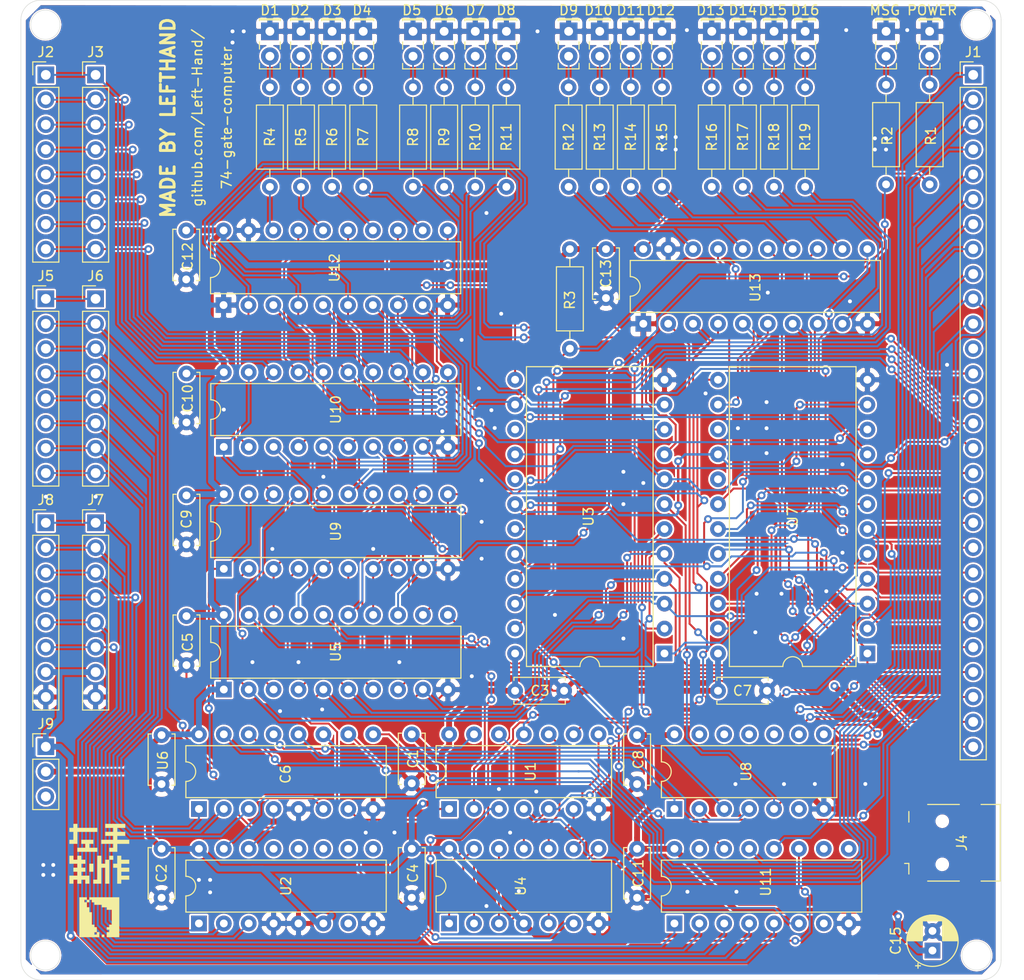
<source format=kicad_pcb>
(kicad_pcb (version 20171130) (host pcbnew "(5.1.2)-2")
  (layers (0 F.Cu signal) (31 B.Cu signal) (34 B.Paste user) (35 F.Paste user) (36 B.SilkS user) (37 F.SilkS user) (38 B.Mask user) (39 F.Mask user) (44 Edge.Cuts user))
  (net 0 "")
  (net 1 GND)
  (net 2 VCC)
  (net 3 "Net-(D1-Pad2)")
  (net 4 "Net-(D2-Pad2)")
  (net 5 "Net-(D3-Pad2)")
  (net 6 "Net-(D4-Pad2)")
  (net 7 "Net-(D5-Pad2)")
  (net 8 "Net-(D6-Pad2)")
  (net 9 "Net-(D7-Pad2)")
  (net 10 "Net-(D8-Pad2)")
  (net 11 "Net-(D9-Pad2)")
  (net 12 "Net-(D10-Pad2)")
  (net 13 "Net-(D11-Pad2)")
  (net 14 "Net-(D12-Pad2)")
  (net 15 "Net-(D13-Pad2)")
  (net 16 "Net-(D14-Pad2)")
  (net 17 "Net-(D15-Pad2)")
  (net 18 "Net-(D16-Pad2)")
  (net 19 /BUS_7)
  (net 20 /BUS_6)
  (net 21 /BUS_5)
  (net 22 /BUS_4)
  (net 23 /BUS_3)
  (net 24 /BUS_2)
  (net 25 /BUS_1)
  (net 26 /BUS_0)
  (net 27 /PS_2)
  (net 28 /PS_1)
  (net 29 /PS_0)
  (net 30 /P2)
  (net 31 /P1)
  (net 32 /P0)
  (net 33 /CLK)
  (net 34 /OS_2)
  (net 35 /OS_1)
  (net 36 /OS_0)
  (net 37 /O2)
  (net 38 /O1)
  (net 39 /O0)
  (net 40 /B7)
  (net 41 /B6)
  (net 42 /B5)
  (net 43 /B4)
  (net 44 /B3)
  (net 45 /B2)
  (net 46 /B1)
  (net 47 /B0)
  (net 48 /A7)
  (net 49 /A6)
  (net 50 /A5)
  (net 51 /A4)
  (net 52 /A3)
  (net 53 /A2)
  (net 54 /A1)
  (net 55 /A0)
  (net 56 /PS0)
  (net 57 /Co)
  (net 58 /Ci)
  (net 59 /DIV)
  (net 60 /MUL)
  (net 61 /~CAI)
  (net 62 /~NF)
  (net 63 /~MLD)
  (net 64 /~AILD)
  (net 65 /~DO)
  (net 66 /~AOO)
  (net 67 "Net-(J9-Pad3)")
  (net 68 "Net-(MSG1-Pad2)")
  (net 69 "Net-(POWER1-Pad2)")
  (net 70 /Z)
  (net 71 "Net-(R2-Pad2)")
  (net 72 "Net-(R4-Pad2)")
  (net 73 "Net-(R5-Pad2)")
  (net 74 "Net-(R6-Pad2)")
  (net 75 "Net-(R7-Pad2)")
  (net 76 "Net-(R8-Pad2)")
  (net 77 "Net-(R9-Pad2)")
  (net 78 "Net-(R10-Pad2)")
  (net 79 "Net-(R11-Pad2)")
  (net 80 "Net-(R12-Pad2)")
  (net 81 "Net-(R13-Pad2)")
  (net 82 "Net-(R14-Pad2)")
  (net 83 "Net-(R15-Pad2)")
  (net 84 "Net-(R16-Pad2)")
  (net 85 "Net-(R17-Pad2)")
  (net 86 "Net-(R18-Pad2)")
  (net 87 "Net-(R19-Pad2)")
  (net 88 /~UO)
  (net 89 /F_3)
  (net 90 /F_7)
  (net 91 /F_2)
  (net 92 /F_6)
  (net 93 /F_1)
  (net 94 /F_5)
  (net 95 /F_0)
  (net 96 /F_4)
  (net 97 /MOU)
  (net 98 /S0)
  (net 99 /S1)
  (net 100 /S2)
  (net 101 /S3)
  (net 102 "Net-(U3-Pad17)")
  (net 103 "Net-(U3-Pad15)")
  (net 104 /OV)
  (net 105 "Net-(U4-Pad12)")
  (net 106 "Net-(U4-Pad5)")
  (net 107 /CLD)
  (net 108 "Net-(U11-Pad7)")
  (net 109 /~STC)
  (net 110 /~REC)
  (net 111 /~CLC)
  (net 112 /~ACO)
  (net 113 /PS1)
  (net 114 "Net-(J1-Pad12)")
  (net 115 "Net-(J4-Pad4)")
  (net 116 "Net-(J4-Pad3)")
  (net 117 "Net-(J4-Pad2)")
  (net 118 "Net-(J4-Pad1)")
  (net 119 "Net-(U1-Pad6)")
  (net 120 "Net-(U1-Pad4)")
  (net 121 "Net-(U1-Pad10)")
  (net 122 "Net-(U1-Pad8)")
  (net 123 "Net-(U1-Pad1)")
  (net 124 "Net-(U2-Pad7)")
  (net 125 "Net-(U2-Pad13)")
  (net 126 "Net-(U2-Pad12)")
  (net 127 "Net-(U2-Pad11)")
  (net 128 "Net-(U2-Pad10)")
  (net 129 "Net-(U2-Pad9)")
  (net 130 "Net-(U3-Pad16)")
  (net 131 "Net-(U7-Pad17)")
  (net 132 "Net-(U7-Pad15)")
  (net 133 "Net-(U8-Pad6)")
  (net 134 "Net-(U11-Pad15)")
  (net 135 "Net-(U11-Pad10)")
  (net 136 "Net-(U11-Pad9)")
  (net 137 "Net-(U1-Pad12)")
  (net 138 /PCLK)
  (module Valve:cute (layer F.Cu) (at 79.375 171.069)
    (fp_text reference G*** hide)
    (fp_text value LOGO hide)
  )
  (module Valve:me (layer F.Cu) (at 79.375 164.592)
    (fp_text reference G*** hide)
    (fp_text value LOGO hide)
  )
  (module Connector_PinHeader_2.54mm:PinHeader_1x08_P2.54mm_Vertical (layer F.Cu) (at 78.994 107.95)
    (fp_text reference J6 (at 0 -2.33) (layer F.SilkS))
    (fp_text value Conn_01x08)
    (pad 8 thru_hole oval (at 0 17.78) (size 1.7 1.7) (drill 1) (layers *.Cu *.Mask) (net 27 /PS_2))
    (pad 7 thru_hole oval (at 0 15.24) (size 1.7 1.7) (drill 1) (layers *.Cu *.Mask) (net 28 /PS_1))
    (pad 6 thru_hole oval (at 0 12.7) (size 1.7 1.7) (drill 1) (layers *.Cu *.Mask) (net 29 /PS_0))
    (pad 5 thru_hole oval (at 0 10.16) (size 1.7 1.7) (drill 1) (layers *.Cu *.Mask) (net 30 /P2))
    (pad 4 thru_hole oval (at 0 7.62) (size 1.7 1.7) (drill 1) (layers *.Cu *.Mask) (net 31 /P1))
    (pad 3 thru_hole oval (at 0 5.08) (size 1.7 1.7) (drill 1) (layers *.Cu *.Mask) (net 32 /P0))
    (pad 2 thru_hole oval (at 0 2.54) (size 1.7 1.7) (drill 1) (layers *.Cu *.Mask) (net 138 /PCLK))
    (pad 1 thru_hole rect (at 0 0) (size 1.7 1.7) (drill 1) (layers *.Cu *.Mask) (net 33 /CLK))
  )
  (module Package_DIP:DIP-24_W15.24mm (layer F.Cu) (at 157.734 144.145 180)
    (fp_text reference U7 (at 7.62 13.97 90) (layer F.SilkS))
    (fp_text value 74LS181)
    (pad 24 thru_hole oval (at 15.24 0 180) (size 1.6 1.6) (drill 0.8) (layers *.Cu *.Mask) (net 2 VCC))
    (pad 12 thru_hole oval (at 0 27.94 180) (size 1.6 1.6) (drill 0.8) (layers *.Cu *.Mask) (net 1 GND))
    (pad 23 thru_hole oval (at 15.24 2.54 180) (size 1.6 1.6) (drill 0.8) (layers *.Cu *.Mask) (net 50 /A5))
    (pad 11 thru_hole oval (at 0 25.4 180) (size 1.6 1.6) (drill 0.8) (layers *.Cu *.Mask) (net 92 /F_6))
    (pad 22 thru_hole oval (at 15.24 5.08 180) (size 1.6 1.6) (drill 0.8) (layers *.Cu *.Mask) (net 42 /B5))
    (pad 10 thru_hole oval (at 0 22.86 180) (size 1.6 1.6) (drill 0.8) (layers *.Cu *.Mask) (net 94 /F_5))
    (pad 21 thru_hole oval (at 15.24 7.62 180) (size 1.6 1.6) (drill 0.8) (layers *.Cu *.Mask) (net 49 /A6))
    (pad 9 thru_hole oval (at 0 20.32 180) (size 1.6 1.6) (drill 0.8) (layers *.Cu *.Mask) (net 96 /F_4))
    (pad 20 thru_hole oval (at 15.24 10.16 180) (size 1.6 1.6) (drill 0.8) (layers *.Cu *.Mask) (net 41 /B6))
    (pad 8 thru_hole oval (at 0 17.78 180) (size 1.6 1.6) (drill 0.8) (layers *.Cu *.Mask) (net 97 /MOU))
    (pad 19 thru_hole oval (at 15.24 12.7 180) (size 1.6 1.6) (drill 0.8) (layers *.Cu *.Mask) (net 48 /A7))
    (pad 7 thru_hole oval (at 0 15.24 180) (size 1.6 1.6) (drill 0.8) (layers *.Cu *.Mask) (net 130 "Net-(U3-Pad16)"))
    (pad 18 thru_hole oval (at 15.24 15.24 180) (size 1.6 1.6) (drill 0.8) (layers *.Cu *.Mask) (net 40 /B7))
    (pad 6 thru_hole oval (at 0 12.7 180) (size 1.6 1.6) (drill 0.8) (layers *.Cu *.Mask) (net 98 /S0))
    (pad 17 thru_hole oval (at 15.24 17.78 180) (size 1.6 1.6) (drill 0.8) (layers *.Cu *.Mask) (net 131 "Net-(U7-Pad17)"))
    (pad 5 thru_hole oval (at 0 10.16 180) (size 1.6 1.6) (drill 0.8) (layers *.Cu *.Mask) (net 99 /S1))
    (pad 16 thru_hole oval (at 15.24 20.32 180) (size 1.6 1.6) (drill 0.8) (layers *.Cu *.Mask) (net 57 /Co))
    (pad 4 thru_hole oval (at 0 7.62 180) (size 1.6 1.6) (drill 0.8) (layers *.Cu *.Mask) (net 100 /S2))
    (pad 15 thru_hole oval (at 15.24 22.86 180) (size 1.6 1.6) (drill 0.8) (layers *.Cu *.Mask) (net 132 "Net-(U7-Pad15)"))
    (pad 3 thru_hole oval (at 0 5.08 180) (size 1.6 1.6) (drill 0.8) (layers *.Cu *.Mask) (net 101 /S3))
    (pad 14 thru_hole oval (at 15.24 25.4 180) (size 1.6 1.6) (drill 0.8) (layers *.Cu *.Mask) (net 70 /Z))
    (pad 2 thru_hole oval (at 0 2.54 180) (size 1.6 1.6) (drill 0.8) (layers *.Cu *.Mask) (net 51 /A4))
    (pad 13 thru_hole oval (at 15.24 27.94 180) (size 1.6 1.6) (drill 0.8) (layers *.Cu *.Mask) (net 90 /F_7))
    (pad 1 thru_hole rect (at 0 0 180) (size 1.6 1.6) (drill 0.8) (layers *.Cu *.Mask) (net 43 /B4))
  )
  (module Connector_USB:USB_Mini-B_Lumberg_2486_01_Horizontal (layer F.Cu) (at 165.374 163.47 90)
    (fp_text reference J4 (at 0 2 90) (layer F.SilkS))
    (fp_text value USB_B_Micro)
    (pad "" np_thru_hole circle (at 2.2 0 90) (size 1 1) (drill 1) (layers *.Cu *.Mask))
    (pad "" np_thru_hole circle (at -2.2 0 90) (size 1 1) (drill 1) (layers *.Cu *.Mask))
    (pad 6 smd rect (at 4.45 2.85 90) (size 2 1.7) (layers F.Cu F.Paste F.Mask))
    (pad 6 smd rect (at 4.45 -2.6 90) (size 2 1.7) (layers F.Cu F.Paste F.Mask))
    (pad 6 smd rect (at -4.45 2.85 90) (size 2 1.7) (layers F.Cu F.Paste F.Mask))
    (pad 6 smd rect (at -4.45 -2.6 90) (size 2 1.7) (layers F.Cu F.Paste F.Mask))
    (pad 5 smd rect (at 1.6 -2.7 90) (size 0.5 2) (layers F.Cu F.Paste F.Mask) (net 1 GND))
    (pad 4 smd rect (at 0.8 -2.7 90) (size 0.5 2) (layers F.Cu F.Paste F.Mask) (net 115 "Net-(J4-Pad4)"))
    (pad 3 smd rect (at 0 -2.7 90) (size 0.5 2) (layers F.Cu F.Paste F.Mask) (net 116 "Net-(J4-Pad3)"))
    (pad 2 smd rect (at -0.8 -2.7 90) (size 0.5 2) (layers F.Cu F.Paste F.Mask) (net 117 "Net-(J4-Pad2)"))
    (pad 1 smd rect (at -1.6 -2.7 90) (size 0.5 2) (layers F.Cu F.Paste F.Mask) (net 118 "Net-(J4-Pad1)"))
  )
  (module Package_DIP:DIP-20_W7.62mm (layer F.Cu) (at 92.075 135.509 90)
    (fp_text reference U9 (at 3.81 11.43 90) (layer F.SilkS))
    (fp_text value 74LS244)
    (pad 20 thru_hole oval (at 7.62 0 90) (size 1.6 1.6) (drill 0.8) (layers *.Cu *.Mask) (net 2 VCC))
    (pad 10 thru_hole oval (at 0 22.86 90) (size 1.6 1.6) (drill 0.8) (layers *.Cu *.Mask) (net 1 GND))
    (pad 19 thru_hole oval (at 7.62 2.54 90) (size 1.6 1.6) (drill 0.8) (layers *.Cu *.Mask) (net 112 /~ACO))
    (pad 9 thru_hole oval (at 0 20.32 90) (size 1.6 1.6) (drill 0.8) (layers *.Cu *.Mask) (net 22 /BUS_4))
    (pad 18 thru_hole oval (at 7.62 5.08 90) (size 1.6 1.6) (drill 0.8) (layers *.Cu *.Mask) (net 26 /BUS_0))
    (pad 8 thru_hole oval (at 0 17.78 90) (size 1.6 1.6) (drill 0.8) (layers *.Cu *.Mask) (net 101 /S3))
    (pad 17 thru_hole oval (at 7.62 7.62 90) (size 1.6 1.6) (drill 0.8) (layers *.Cu *.Mask) (net 104 /OV))
    (pad 7 thru_hole oval (at 0 15.24 90) (size 1.6 1.6) (drill 0.8) (layers *.Cu *.Mask) (net 21 /BUS_5))
    (pad 16 thru_hole oval (at 7.62 10.16 90) (size 1.6 1.6) (drill 0.8) (layers *.Cu *.Mask) (net 25 /BUS_1))
    (pad 6 thru_hole oval (at 0 12.7 90) (size 1.6 1.6) (drill 0.8) (layers *.Cu *.Mask) (net 100 /S2))
    (pad 15 thru_hole oval (at 7.62 12.7 90) (size 1.6 1.6) (drill 0.8) (layers *.Cu *.Mask) (net 70 /Z))
    (pad 5 thru_hole oval (at 0 10.16 90) (size 1.6 1.6) (drill 0.8) (layers *.Cu *.Mask) (net 20 /BUS_6))
    (pad 14 thru_hole oval (at 7.62 15.24 90) (size 1.6 1.6) (drill 0.8) (layers *.Cu *.Mask) (net 24 /BUS_2))
    (pad 4 thru_hole oval (at 0 7.62 90) (size 1.6 1.6) (drill 0.8) (layers *.Cu *.Mask) (net 99 /S1))
    (pad 13 thru_hole oval (at 7.62 17.78 90) (size 1.6 1.6) (drill 0.8) (layers *.Cu *.Mask) (net 57 /Co))
    (pad 3 thru_hole oval (at 0 5.08 90) (size 1.6 1.6) (drill 0.8) (layers *.Cu *.Mask) (net 19 /BUS_7))
    (pad 12 thru_hole oval (at 7.62 20.32 90) (size 1.6 1.6) (drill 0.8) (layers *.Cu *.Mask) (net 23 /BUS_3))
    (pad 2 thru_hole oval (at 0 2.54 90) (size 1.6 1.6) (drill 0.8) (layers *.Cu *.Mask) (net 98 /S0))
    (pad 11 thru_hole oval (at 7.62 22.86 90) (size 1.6 1.6) (drill 0.8) (layers *.Cu *.Mask) (net 97 /MOU))
    (pad 1 thru_hole rect (at 0 0 90) (size 1.6 1.6) (drill 0.8) (layers *.Cu *.Mask) (net 112 /~ACO))
  )
  (module Package_DIP:DIP-20_W7.62mm (layer F.Cu) (at 134.874 110.49 90)
    (fp_text reference U13 (at 3.683 11.43 90) (layer F.SilkS))
    (fp_text value 74LS240)
    (pad 20 thru_hole oval (at 7.62 0 90) (size 1.6 1.6) (drill 0.8) (layers *.Cu *.Mask) (net 2 VCC))
    (pad 10 thru_hole oval (at 0 22.86 90) (size 1.6 1.6) (drill 0.8) (layers *.Cu *.Mask) (net 1 GND))
    (pad 19 thru_hole oval (at 7.62 2.54 90) (size 1.6 1.6) (drill 0.8) (layers *.Cu *.Mask) (net 1 GND))
    (pad 9 thru_hole oval (at 0 20.32 90) (size 1.6 1.6) (drill 0.8) (layers *.Cu *.Mask) (net 84 "Net-(R16-Pad2)"))
    (pad 18 thru_hole oval (at 7.62 5.08 90) (size 1.6 1.6) (drill 0.8) (layers *.Cu *.Mask) (net 80 "Net-(R12-Pad2)"))
    (pad 8 thru_hole oval (at 0 17.78 90) (size 1.6 1.6) (drill 0.8) (layers *.Cu *.Mask) (net 44 /B3))
    (pad 17 thru_hole oval (at 7.62 7.62 90) (size 1.6 1.6) (drill 0.8) (layers *.Cu *.Mask) (net 40 /B7))
    (pad 7 thru_hole oval (at 0 15.24 90) (size 1.6 1.6) (drill 0.8) (layers *.Cu *.Mask) (net 85 "Net-(R17-Pad2)"))
    (pad 16 thru_hole oval (at 7.62 10.16 90) (size 1.6 1.6) (drill 0.8) (layers *.Cu *.Mask) (net 81 "Net-(R13-Pad2)"))
    (pad 6 thru_hole oval (at 0 12.7 90) (size 1.6 1.6) (drill 0.8) (layers *.Cu *.Mask) (net 45 /B2))
    (pad 15 thru_hole oval (at 7.62 12.7 90) (size 1.6 1.6) (drill 0.8) (layers *.Cu *.Mask) (net 41 /B6))
    (pad 5 thru_hole oval (at 0 10.16 90) (size 1.6 1.6) (drill 0.8) (layers *.Cu *.Mask) (net 86 "Net-(R18-Pad2)"))
    (pad 14 thru_hole oval (at 7.62 15.24 90) (size 1.6 1.6) (drill 0.8) (layers *.Cu *.Mask) (net 82 "Net-(R14-Pad2)"))
    (pad 4 thru_hole oval (at 0 7.62 90) (size 1.6 1.6) (drill 0.8) (layers *.Cu *.Mask) (net 46 /B1))
    (pad 13 thru_hole oval (at 7.62 17.78 90) (size 1.6 1.6) (drill 0.8) (layers *.Cu *.Mask) (net 42 /B5))
    (pad 3 thru_hole oval (at 0 5.08 90) (size 1.6 1.6) (drill 0.8) (layers *.Cu *.Mask) (net 87 "Net-(R19-Pad2)"))
    (pad 12 thru_hole oval (at 7.62 20.32 90) (size 1.6 1.6) (drill 0.8) (layers *.Cu *.Mask) (net 83 "Net-(R15-Pad2)"))
    (pad 2 thru_hole oval (at 0 2.54 90) (size 1.6 1.6) (drill 0.8) (layers *.Cu *.Mask) (net 47 /B0))
    (pad 11 thru_hole oval (at 7.62 22.86 90) (size 1.6 1.6) (drill 0.8) (layers *.Cu *.Mask) (net 43 /B4))
    (pad 1 thru_hole rect (at 0 0 90) (size 1.6 1.6) (drill 0.8) (layers *.Cu *.Mask) (net 1 GND))
  )
  (module Package_DIP:DIP-20_W7.62mm (layer F.Cu) (at 92.0496 108.585 90)
    (fp_text reference U12 (at 3.81 11.3284 90) (layer F.SilkS))
    (fp_text value 74LS240)
    (pad 20 thru_hole oval (at 7.62 0 90) (size 1.6 1.6) (drill 0.8) (layers *.Cu *.Mask) (net 2 VCC))
    (pad 10 thru_hole oval (at 0 22.86 90) (size 1.6 1.6) (drill 0.8) (layers *.Cu *.Mask) (net 1 GND))
    (pad 19 thru_hole oval (at 7.62 2.54 90) (size 1.6 1.6) (drill 0.8) (layers *.Cu *.Mask) (net 1 GND))
    (pad 9 thru_hole oval (at 0 20.32 90) (size 1.6 1.6) (drill 0.8) (layers *.Cu *.Mask) (net 76 "Net-(R8-Pad2)"))
    (pad 18 thru_hole oval (at 7.62 5.08 90) (size 1.6 1.6) (drill 0.8) (layers *.Cu *.Mask) (net 72 "Net-(R4-Pad2)"))
    (pad 8 thru_hole oval (at 0 17.78 90) (size 1.6 1.6) (drill 0.8) (layers *.Cu *.Mask) (net 89 /F_3))
    (pad 17 thru_hole oval (at 7.62 7.62 90) (size 1.6 1.6) (drill 0.8) (layers *.Cu *.Mask) (net 90 /F_7))
    (pad 7 thru_hole oval (at 0 15.24 90) (size 1.6 1.6) (drill 0.8) (layers *.Cu *.Mask) (net 77 "Net-(R9-Pad2)"))
    (pad 16 thru_hole oval (at 7.62 10.16 90) (size 1.6 1.6) (drill 0.8) (layers *.Cu *.Mask) (net 73 "Net-(R5-Pad2)"))
    (pad 6 thru_hole oval (at 0 12.7 90) (size 1.6 1.6) (drill 0.8) (layers *.Cu *.Mask) (net 91 /F_2))
    (pad 15 thru_hole oval (at 7.62 12.7 90) (size 1.6 1.6) (drill 0.8) (layers *.Cu *.Mask) (net 92 /F_6))
    (pad 5 thru_hole oval (at 0 10.16 90) (size 1.6 1.6) (drill 0.8) (layers *.Cu *.Mask) (net 78 "Net-(R10-Pad2)"))
    (pad 14 thru_hole oval (at 7.62 15.24 90) (size 1.6 1.6) (drill 0.8) (layers *.Cu *.Mask) (net 74 "Net-(R6-Pad2)"))
    (pad 4 thru_hole oval (at 0 7.62 90) (size 1.6 1.6) (drill 0.8) (layers *.Cu *.Mask) (net 93 /F_1))
    (pad 13 thru_hole oval (at 7.62 17.78 90) (size 1.6 1.6) (drill 0.8) (layers *.Cu *.Mask) (net 94 /F_5))
    (pad 3 thru_hole oval (at 0 5.08 90) (size 1.6 1.6) (drill 0.8) (layers *.Cu *.Mask) (net 79 "Net-(R11-Pad2)"))
    (pad 12 thru_hole oval (at 7.62 20.32 90) (size 1.6 1.6) (drill 0.8) (layers *.Cu *.Mask) (net 75 "Net-(R7-Pad2)"))
    (pad 2 thru_hole oval (at 0 2.54 90) (size 1.6 1.6) (drill 0.8) (layers *.Cu *.Mask) (net 95 /F_0))
    (pad 11 thru_hole oval (at 7.62 22.86 90) (size 1.6 1.6) (drill 0.8) (layers *.Cu *.Mask) (net 96 /F_4))
    (pad 1 thru_hole rect (at 0 0 90) (size 1.6 1.6) (drill 0.8) (layers *.Cu *.Mask) (net 1 GND))
  )
  (module Package_DIP:DIP-16_W7.62mm (layer F.Cu) (at 138.049 171.704 90)
    (fp_text reference U11 (at 4.234 9.325 90) (layer F.SilkS))
    (fp_text value 74LS138)
    (pad 16 thru_hole oval (at 7.62 0 90) (size 1.6 1.6) (drill 0.8) (layers *.Cu *.Mask) (net 2 VCC))
    (pad 8 thru_hole oval (at 0 17.78 90) (size 1.6 1.6) (drill 0.8) (layers *.Cu *.Mask) (net 1 GND))
    (pad 15 thru_hole oval (at 7.62 2.54 90) (size 1.6 1.6) (drill 0.8) (layers *.Cu *.Mask) (net 134 "Net-(U11-Pad15)"))
    (pad 7 thru_hole oval (at 0 15.24 90) (size 1.6 1.6) (drill 0.8) (layers *.Cu *.Mask) (net 108 "Net-(U11-Pad7)"))
    (pad 14 thru_hole oval (at 7.62 5.08 90) (size 1.6 1.6) (drill 0.8) (layers *.Cu *.Mask) (net 88 /~UO))
    (pad 6 thru_hole oval (at 0 12.7 90) (size 1.6 1.6) (drill 0.8) (layers *.Cu *.Mask) (net 120 "Net-(U1-Pad4)"))
    (pad 13 thru_hole oval (at 7.62 7.62 90) (size 1.6 1.6) (drill 0.8) (layers *.Cu *.Mask) (net 65 /~DO))
    (pad 5 thru_hole oval (at 0 10.16 90) (size 1.6 1.6) (drill 0.8) (layers *.Cu *.Mask) (net 35 /OS_1))
    (pad 12 thru_hole oval (at 7.62 10.16 90) (size 1.6 1.6) (drill 0.8) (layers *.Cu *.Mask) (net 66 /~AOO))
    (pad 4 thru_hole oval (at 0 7.62 90) (size 1.6 1.6) (drill 0.8) (layers *.Cu *.Mask) (net 34 /OS_2))
    (pad 11 thru_hole oval (at 7.62 12.7 90) (size 1.6 1.6) (drill 0.8) (layers *.Cu *.Mask) (net 112 /~ACO))
    (pad 3 thru_hole oval (at 0 5.08 90) (size 1.6 1.6) (drill 0.8) (layers *.Cu *.Mask) (net 37 /O2))
    (pad 10 thru_hole oval (at 7.62 15.24 90) (size 1.6 1.6) (drill 0.8) (layers *.Cu *.Mask) (net 135 "Net-(U11-Pad10)"))
    (pad 2 thru_hole oval (at 0 2.54 90) (size 1.6 1.6) (drill 0.8) (layers *.Cu *.Mask) (net 38 /O1))
    (pad 9 thru_hole oval (at 7.62 17.78 90) (size 1.6 1.6) (drill 0.8) (layers *.Cu *.Mask) (net 136 "Net-(U11-Pad9)"))
    (pad 1 thru_hole rect (at 0 0 90) (size 1.6 1.6) (drill 0.8) (layers *.Cu *.Mask) (net 39 /O0))
  )
  (module Package_DIP:DIP-16_W7.62mm (layer F.Cu) (at 89.535 160.02 90)
    (fp_text reference U6 (at 4.953 -3.683 90) (layer F.SilkS))
    (fp_text value 74LS138)
    (pad 16 thru_hole oval (at 7.62 0 90) (size 1.6 1.6) (drill 0.8) (layers *.Cu *.Mask) (net 2 VCC))
    (pad 8 thru_hole oval (at 0 17.78 90) (size 1.6 1.6) (drill 0.8) (layers *.Cu *.Mask) (net 1 GND))
    (pad 15 thru_hole oval (at 7.62 2.54 90) (size 1.6 1.6) (drill 0.8) (layers *.Cu *.Mask) (net 64 /~AILD))
    (pad 7 thru_hole oval (at 0 15.24 90) (size 1.6 1.6) (drill 0.8) (layers *.Cu *.Mask) (net 123 "Net-(U1-Pad1)"))
    (pad 14 thru_hole oval (at 7.62 5.08 90) (size 1.6 1.6) (drill 0.8) (layers *.Cu *.Mask) (net 63 /~MLD))
    (pad 6 thru_hole oval (at 0 12.7 90) (size 1.6 1.6) (drill 0.8) (layers *.Cu *.Mask) (net 138 /PCLK))
    (pad 13 thru_hole oval (at 7.62 7.62 90) (size 1.6 1.6) (drill 0.8) (layers *.Cu *.Mask) (net 109 /~STC))
    (pad 5 thru_hole oval (at 0 10.16 90) (size 1.6 1.6) (drill 0.8) (layers *.Cu *.Mask) (net 1 GND))
    (pad 12 thru_hole oval (at 7.62 10.16 90) (size 1.6 1.6) (drill 0.8) (layers *.Cu *.Mask) (net 111 /~CLC))
    (pad 4 thru_hole oval (at 0 7.62 90) (size 1.6 1.6) (drill 0.8) (layers *.Cu *.Mask) (net 113 /PS1))
    (pad 11 thru_hole oval (at 7.62 12.7 90) (size 1.6 1.6) (drill 0.8) (layers *.Cu *.Mask) (net 110 /~REC))
    (pad 3 thru_hole oval (at 0 5.08 90) (size 1.6 1.6) (drill 0.8) (layers *.Cu *.Mask) (net 30 /P2))
    (pad 10 thru_hole oval (at 7.62 15.24 90) (size 1.6 1.6) (drill 0.8) (layers *.Cu *.Mask) (net 62 /~NF))
    (pad 2 thru_hole oval (at 0 2.54 90) (size 1.6 1.6) (drill 0.8) (layers *.Cu *.Mask) (net 31 /P1))
    (pad 9 thru_hole oval (at 7.62 17.78 90) (size 1.6 1.6) (drill 0.8) (layers *.Cu *.Mask) (net 61 /~CAI))
    (pad 1 thru_hole rect (at 0 0 90) (size 1.6 1.6) (drill 0.8) (layers *.Cu *.Mask) (net 32 /P0))
  )
  (module Package_DIP:DIP-16_W7.62mm (layer F.Cu) (at 89.535 171.704 90)
    (fp_text reference U2 (at 3.81 8.89 90) (layer F.SilkS))
    (fp_text value 74LS138)
    (pad 16 thru_hole oval (at 7.62 0 90) (size 1.6 1.6) (drill 0.8) (layers *.Cu *.Mask) (net 2 VCC))
    (pad 8 thru_hole oval (at 0 17.78 90) (size 1.6 1.6) (drill 0.8) (layers *.Cu *.Mask) (net 1 GND))
    (pad 15 thru_hole oval (at 7.62 2.54 90) (size 1.6 1.6) (drill 0.8) (layers *.Cu *.Mask) (net 56 /PS0))
    (pad 7 thru_hole oval (at 0 15.24 90) (size 1.6 1.6) (drill 0.8) (layers *.Cu *.Mask) (net 124 "Net-(U2-Pad7)"))
    (pad 14 thru_hole oval (at 7.62 5.08 90) (size 1.6 1.6) (drill 0.8) (layers *.Cu *.Mask) (net 113 /PS1))
    (pad 6 thru_hole oval (at 0 12.7 90) (size 1.6 1.6) (drill 0.8) (layers *.Cu *.Mask) (net 2 VCC))
    (pad 13 thru_hole oval (at 7.62 7.62 90) (size 1.6 1.6) (drill 0.8) (layers *.Cu *.Mask) (net 125 "Net-(U2-Pad13)"))
    (pad 5 thru_hole oval (at 0 10.16 90) (size 1.6 1.6) (drill 0.8) (layers *.Cu *.Mask) (net 1 GND))
    (pad 12 thru_hole oval (at 7.62 10.16 90) (size 1.6 1.6) (drill 0.8) (layers *.Cu *.Mask) (net 126 "Net-(U2-Pad12)"))
    (pad 4 thru_hole oval (at 0 7.62 90) (size 1.6 1.6) (drill 0.8) (layers *.Cu *.Mask) (net 1 GND))
    (pad 11 thru_hole oval (at 7.62 12.7 90) (size 1.6 1.6) (drill 0.8) (layers *.Cu *.Mask) (net 127 "Net-(U2-Pad11)"))
    (pad 3 thru_hole oval (at 0 5.08 90) (size 1.6 1.6) (drill 0.8) (layers *.Cu *.Mask) (net 27 /PS_2))
    (pad 10 thru_hole oval (at 7.62 15.24 90) (size 1.6 1.6) (drill 0.8) (layers *.Cu *.Mask) (net 128 "Net-(U2-Pad10)"))
    (pad 2 thru_hole oval (at 0 2.54 90) (size 1.6 1.6) (drill 0.8) (layers *.Cu *.Mask) (net 28 /PS_1))
    (pad 9 thru_hole oval (at 7.62 17.78 90) (size 1.6 1.6) (drill 0.8) (layers *.Cu *.Mask) (net 129 "Net-(U2-Pad9)"))
    (pad 1 thru_hole rect (at 0 0 90) (size 1.6 1.6) (drill 0.8) (layers *.Cu *.Mask) (net 29 /PS_0))
  )
  (module Package_DIP:DIP-20_W7.62mm (layer F.Cu) (at 92.075 147.828 90)
    (fp_text reference U5 (at 3.81 11.43 90) (layer F.SilkS))
    (fp_text value 74LS273)
    (pad 20 thru_hole oval (at 7.62 0 90) (size 1.6 1.6) (drill 0.8) (layers *.Cu *.Mask) (net 2 VCC))
    (pad 10 thru_hole oval (at 0 22.86 90) (size 1.6 1.6) (drill 0.8) (layers *.Cu *.Mask) (net 1 GND))
    (pad 19 thru_hole oval (at 7.62 2.54 90) (size 1.6 1.6) (drill 0.8) (layers *.Cu *.Mask) (net 59 /DIV))
    (pad 9 thru_hole oval (at 0 20.32 90) (size 1.6 1.6) (drill 0.8) (layers *.Cu *.Mask) (net 101 /S3))
    (pad 18 thru_hole oval (at 7.62 5.08 90) (size 1.6 1.6) (drill 0.8) (layers *.Cu *.Mask) (net 19 /BUS_7))
    (pad 8 thru_hole oval (at 0 17.78 90) (size 1.6 1.6) (drill 0.8) (layers *.Cu *.Mask) (net 23 /BUS_3))
    (pad 17 thru_hole oval (at 7.62 7.62 90) (size 1.6 1.6) (drill 0.8) (layers *.Cu *.Mask) (net 20 /BUS_6))
    (pad 7 thru_hole oval (at 0 15.24 90) (size 1.6 1.6) (drill 0.8) (layers *.Cu *.Mask) (net 24 /BUS_2))
    (pad 16 thru_hole oval (at 7.62 10.16 90) (size 1.6 1.6) (drill 0.8) (layers *.Cu *.Mask) (net 60 /MUL))
    (pad 6 thru_hole oval (at 0 12.7 90) (size 1.6 1.6) (drill 0.8) (layers *.Cu *.Mask) (net 100 /S2))
    (pad 15 thru_hole oval (at 7.62 12.7 90) (size 1.6 1.6) (drill 0.8) (layers *.Cu *.Mask) (net 71 "Net-(R2-Pad2)"))
    (pad 5 thru_hole oval (at 0 10.16 90) (size 1.6 1.6) (drill 0.8) (layers *.Cu *.Mask) (net 99 /S1))
    (pad 14 thru_hole oval (at 7.62 15.24 90) (size 1.6 1.6) (drill 0.8) (layers *.Cu *.Mask) (net 21 /BUS_5))
    (pad 4 thru_hole oval (at 0 7.62 90) (size 1.6 1.6) (drill 0.8) (layers *.Cu *.Mask) (net 25 /BUS_1))
    (pad 13 thru_hole oval (at 7.62 17.78 90) (size 1.6 1.6) (drill 0.8) (layers *.Cu *.Mask) (net 22 /BUS_4))
    (pad 3 thru_hole oval (at 0 5.08 90) (size 1.6 1.6) (drill 0.8) (layers *.Cu *.Mask) (net 26 /BUS_0))
    (pad 12 thru_hole oval (at 7.62 20.32 90) (size 1.6 1.6) (drill 0.8) (layers *.Cu *.Mask) (net 97 /MOU))
    (pad 2 thru_hole oval (at 0 2.54 90) (size 1.6 1.6) (drill 0.8) (layers *.Cu *.Mask) (net 98 /S0))
    (pad 11 thru_hole oval (at 7.62 22.86 90) (size 1.6 1.6) (drill 0.8) (layers *.Cu *.Mask) (net 107 /CLD))
    (pad 1 thru_hole rect (at 0 0 90) (size 1.6 1.6) (drill 0.8) (layers *.Cu *.Mask) (net 2 VCC))
  )
  (module Package_DIP:DIP-14_W7.62mm (layer F.Cu) (at 138.049 160.02 90)
    (fp_text reference U8 (at 3.81 7.325 90) (layer F.SilkS))
    (fp_text value 74LS74)
    (pad 14 thru_hole oval (at 7.62 0 90) (size 1.6 1.6) (drill 0.8) (layers *.Cu *.Mask) (net 2 VCC))
    (pad 7 thru_hole oval (at 0 15.24 90) (size 1.6 1.6) (drill 0.8) (layers *.Cu *.Mask) (net 1 GND))
    (pad 13 thru_hole oval (at 7.62 2.54 90) (size 1.6 1.6) (drill 0.8) (layers *.Cu *.Mask))
    (pad 6 thru_hole oval (at 0 12.7 90) (size 1.6 1.6) (drill 0.8) (layers *.Cu *.Mask) (net 133 "Net-(U8-Pad6)"))
    (pad 12 thru_hole oval (at 7.62 5.08 90) (size 1.6 1.6) (drill 0.8) (layers *.Cu *.Mask))
    (pad 5 thru_hole oval (at 0 10.16 90) (size 1.6 1.6) (drill 0.8) (layers *.Cu *.Mask) (net 58 /Ci))
    (pad 11 thru_hole oval (at 7.62 7.62 90) (size 1.6 1.6) (drill 0.8) (layers *.Cu *.Mask))
    (pad 4 thru_hole oval (at 0 7.62 90) (size 1.6 1.6) (drill 0.8) (layers *.Cu *.Mask) (net 109 /~STC))
    (pad 10 thru_hole oval (at 7.62 10.16 90) (size 1.6 1.6) (drill 0.8) (layers *.Cu *.Mask))
    (pad 3 thru_hole oval (at 0 5.08 90) (size 1.6 1.6) (drill 0.8) (layers *.Cu *.Mask) (net 137 "Net-(U1-Pad12)"))
    (pad 9 thru_hole oval (at 7.62 12.7 90) (size 1.6 1.6) (drill 0.8) (layers *.Cu *.Mask))
    (pad 2 thru_hole oval (at 0 2.54 90) (size 1.6 1.6) (drill 0.8) (layers *.Cu *.Mask) (net 57 /Co))
    (pad 8 thru_hole oval (at 7.62 15.24 90) (size 1.6 1.6) (drill 0.8) (layers *.Cu *.Mask))
    (pad 1 thru_hole rect (at 0 0 90) (size 1.6 1.6) (drill 0.8) (layers *.Cu *.Mask) (net 111 /~CLC))
  )
  (module Package_DIP:DIP-14_W7.62mm (layer F.Cu) (at 115.062 160.02 90)
    (fp_text reference U1 (at 3.81 8.312 90) (layer F.SilkS))
    (fp_text value 74LS04)
    (pad 14 thru_hole oval (at 7.62 0 90) (size 1.6 1.6) (drill 0.8) (layers *.Cu *.Mask) (net 2 VCC))
    (pad 7 thru_hole oval (at 0 15.24 90) (size 1.6 1.6) (drill 0.8) (layers *.Cu *.Mask) (net 1 GND))
    (pad 13 thru_hole oval (at 7.62 2.54 90) (size 1.6 1.6) (drill 0.8) (layers *.Cu *.Mask) (net 110 /~REC))
    (pad 6 thru_hole oval (at 0 12.7 90) (size 1.6 1.6) (drill 0.8) (layers *.Cu *.Mask) (net 119 "Net-(U1-Pad6)"))
    (pad 12 thru_hole oval (at 7.62 5.08 90) (size 1.6 1.6) (drill 0.8) (layers *.Cu *.Mask) (net 137 "Net-(U1-Pad12)"))
    (pad 5 thru_hole oval (at 0 10.16 90) (size 1.6 1.6) (drill 0.8) (layers *.Cu *.Mask) (net 90 /F_7))
    (pad 11 thru_hole oval (at 7.62 7.62 90) (size 1.6 1.6) (drill 0.8) (layers *.Cu *.Mask) (net 40 /B7))
    (pad 4 thru_hole oval (at 0 7.62 90) (size 1.6 1.6) (drill 0.8) (layers *.Cu *.Mask) (net 120 "Net-(U1-Pad4)"))
    (pad 10 thru_hole oval (at 7.62 10.16 90) (size 1.6 1.6) (drill 0.8) (layers *.Cu *.Mask) (net 121 "Net-(U1-Pad10)"))
    (pad 3 thru_hole oval (at 0 5.08 90) (size 1.6 1.6) (drill 0.8) (layers *.Cu *.Mask) (net 36 /OS_0))
    (pad 9 thru_hole oval (at 7.62 12.7 90) (size 1.6 1.6) (drill 0.8) (layers *.Cu *.Mask) (net 48 /A7))
    (pad 2 thru_hole oval (at 0 2.54 90) (size 1.6 1.6) (drill 0.8) (layers *.Cu *.Mask) (net 107 /CLD))
    (pad 8 thru_hole oval (at 7.62 15.24 90) (size 1.6 1.6) (drill 0.8) (layers *.Cu *.Mask) (net 122 "Net-(U1-Pad8)"))
    (pad 1 thru_hole rect (at 0 0 90) (size 1.6 1.6) (drill 0.8) (layers *.Cu *.Mask) (net 123 "Net-(U1-Pad1)"))
  )
  (module Package_DIP:DIP-14_W7.62mm (layer F.Cu) (at 115.062 171.704 90)
    (fp_text reference U4 (at 3.81 7.312 90) (layer F.SilkS))
    (fp_text value 74LS10)
    (pad 14 thru_hole oval (at 7.62 0 90) (size 1.6 1.6) (drill 0.8) (layers *.Cu *.Mask) (net 2 VCC))
    (pad 7 thru_hole oval (at 0 15.24 90) (size 1.6 1.6) (drill 0.8) (layers *.Cu *.Mask) (net 1 GND))
    (pad 13 thru_hole oval (at 7.62 2.54 90) (size 1.6 1.6) (drill 0.8) (layers *.Cu *.Mask) (net 119 "Net-(U1-Pad6)"))
    (pad 6 thru_hole oval (at 0 12.7 90) (size 1.6 1.6) (drill 0.8) (layers *.Cu *.Mask) (net 104 /OV))
    (pad 12 thru_hole oval (at 7.62 5.08 90) (size 1.6 1.6) (drill 0.8) (layers *.Cu *.Mask) (net 105 "Net-(U4-Pad12)"))
    (pad 5 thru_hole oval (at 0 10.16 90) (size 1.6 1.6) (drill 0.8) (layers *.Cu *.Mask) (net 106 "Net-(U4-Pad5)"))
    (pad 11 thru_hole oval (at 7.62 7.62 90) (size 1.6 1.6) (drill 0.8) (layers *.Cu *.Mask) (net 90 /F_7))
    (pad 4 thru_hole oval (at 0 7.62 90) (size 1.6 1.6) (drill 0.8) (layers *.Cu *.Mask) (net 2 VCC))
    (pad 10 thru_hole oval (at 7.62 10.16 90) (size 1.6 1.6) (drill 0.8) (layers *.Cu *.Mask) (net 121 "Net-(U1-Pad10)"))
    (pad 3 thru_hole oval (at 0 5.08 90) (size 1.6 1.6) (drill 0.8) (layers *.Cu *.Mask) (net 105 "Net-(U4-Pad12)"))
    (pad 9 thru_hole oval (at 7.62 12.7 90) (size 1.6 1.6) (drill 0.8) (layers *.Cu *.Mask) (net 122 "Net-(U1-Pad8)"))
    (pad 2 thru_hole oval (at 0 2.54 90) (size 1.6 1.6) (drill 0.8) (layers *.Cu *.Mask) (net 40 /B7))
    (pad 8 thru_hole oval (at 7.62 15.24 90) (size 1.6 1.6) (drill 0.8) (layers *.Cu *.Mask) (net 106 "Net-(U4-Pad5)"))
    (pad 1 thru_hole rect (at 0 0 90) (size 1.6 1.6) (drill 0.8) (layers *.Cu *.Mask) (net 48 /A7))
  )
  (module Package_DIP:DIP-24_W15.24mm (layer F.Cu) (at 137.033 144.145 180)
    (fp_text reference U3 (at 7.747 13.97 90) (layer F.SilkS))
    (fp_text value 74LS181)
    (pad 24 thru_hole oval (at 15.24 0 180) (size 1.6 1.6) (drill 0.8) (layers *.Cu *.Mask) (net 2 VCC))
    (pad 12 thru_hole oval (at 0 27.94 180) (size 1.6 1.6) (drill 0.8) (layers *.Cu *.Mask) (net 1 GND))
    (pad 23 thru_hole oval (at 15.24 2.54 180) (size 1.6 1.6) (drill 0.8) (layers *.Cu *.Mask) (net 54 /A1))
    (pad 11 thru_hole oval (at 0 25.4 180) (size 1.6 1.6) (drill 0.8) (layers *.Cu *.Mask) (net 91 /F_2))
    (pad 22 thru_hole oval (at 15.24 5.08 180) (size 1.6 1.6) (drill 0.8) (layers *.Cu *.Mask) (net 46 /B1))
    (pad 10 thru_hole oval (at 0 22.86 180) (size 1.6 1.6) (drill 0.8) (layers *.Cu *.Mask) (net 93 /F_1))
    (pad 21 thru_hole oval (at 15.24 7.62 180) (size 1.6 1.6) (drill 0.8) (layers *.Cu *.Mask) (net 53 /A2))
    (pad 9 thru_hole oval (at 0 20.32 180) (size 1.6 1.6) (drill 0.8) (layers *.Cu *.Mask) (net 95 /F_0))
    (pad 20 thru_hole oval (at 15.24 10.16 180) (size 1.6 1.6) (drill 0.8) (layers *.Cu *.Mask) (net 45 /B2))
    (pad 8 thru_hole oval (at 0 17.78 180) (size 1.6 1.6) (drill 0.8) (layers *.Cu *.Mask) (net 97 /MOU))
    (pad 19 thru_hole oval (at 15.24 12.7 180) (size 1.6 1.6) (drill 0.8) (layers *.Cu *.Mask) (net 52 /A3))
    (pad 7 thru_hole oval (at 0 15.24 180) (size 1.6 1.6) (drill 0.8) (layers *.Cu *.Mask) (net 58 /Ci))
    (pad 18 thru_hole oval (at 15.24 15.24 180) (size 1.6 1.6) (drill 0.8) (layers *.Cu *.Mask) (net 44 /B3))
    (pad 6 thru_hole oval (at 0 12.7 180) (size 1.6 1.6) (drill 0.8) (layers *.Cu *.Mask) (net 98 /S0))
    (pad 17 thru_hole oval (at 15.24 17.78 180) (size 1.6 1.6) (drill 0.8) (layers *.Cu *.Mask) (net 102 "Net-(U3-Pad17)"))
    (pad 5 thru_hole oval (at 0 10.16 180) (size 1.6 1.6) (drill 0.8) (layers *.Cu *.Mask) (net 99 /S1))
    (pad 16 thru_hole oval (at 15.24 20.32 180) (size 1.6 1.6) (drill 0.8) (layers *.Cu *.Mask) (net 130 "Net-(U3-Pad16)"))
    (pad 4 thru_hole oval (at 0 7.62 180) (size 1.6 1.6) (drill 0.8) (layers *.Cu *.Mask) (net 100 /S2))
    (pad 15 thru_hole oval (at 15.24 22.86 180) (size 1.6 1.6) (drill 0.8) (layers *.Cu *.Mask) (net 103 "Net-(U3-Pad15)"))
    (pad 3 thru_hole oval (at 0 5.08 180) (size 1.6 1.6) (drill 0.8) (layers *.Cu *.Mask) (net 101 /S3))
    (pad 14 thru_hole oval (at 15.24 25.4 180) (size 1.6 1.6) (drill 0.8) (layers *.Cu *.Mask) (net 70 /Z))
    (pad 2 thru_hole oval (at 0 2.54 180) (size 1.6 1.6) (drill 0.8) (layers *.Cu *.Mask) (net 55 /A0))
    (pad 13 thru_hole oval (at 15.24 27.94 180) (size 1.6 1.6) (drill 0.8) (layers *.Cu *.Mask) (net 89 /F_3))
    (pad 1 thru_hole rect (at 0 0 180) (size 1.6 1.6) (drill 0.8) (layers *.Cu *.Mask) (net 47 /B0))
  )
  (module Package_DIP:DIP-20_W7.62mm (layer F.Cu) (at 92.075 123.063 90)
    (fp_text reference U10 (at 3.81 11.43 90) (layer F.SilkS))
    (fp_text value 74LS240)
    (pad 20 thru_hole oval (at 7.62 0 90) (size 1.6 1.6) (drill 0.8) (layers *.Cu *.Mask) (net 2 VCC))
    (pad 10 thru_hole oval (at 0 22.86 90) (size 1.6 1.6) (drill 0.8) (layers *.Cu *.Mask) (net 1 GND))
    (pad 19 thru_hole oval (at 7.62 2.54 90) (size 1.6 1.6) (drill 0.8) (layers *.Cu *.Mask) (net 88 /~UO))
    (pad 9 thru_hole oval (at 0 20.32 90) (size 1.6 1.6) (drill 0.8) (layers *.Cu *.Mask) (net 22 /BUS_4))
    (pad 18 thru_hole oval (at 7.62 5.08 90) (size 1.6 1.6) (drill 0.8) (layers *.Cu *.Mask) (net 26 /BUS_0))
    (pad 8 thru_hole oval (at 0 17.78 90) (size 1.6 1.6) (drill 0.8) (layers *.Cu *.Mask) (net 89 /F_3))
    (pad 17 thru_hole oval (at 7.62 7.62 90) (size 1.6 1.6) (drill 0.8) (layers *.Cu *.Mask) (net 90 /F_7))
    (pad 7 thru_hole oval (at 0 15.24 90) (size 1.6 1.6) (drill 0.8) (layers *.Cu *.Mask) (net 21 /BUS_5))
    (pad 16 thru_hole oval (at 7.62 10.16 90) (size 1.6 1.6) (drill 0.8) (layers *.Cu *.Mask) (net 25 /BUS_1))
    (pad 6 thru_hole oval (at 0 12.7 90) (size 1.6 1.6) (drill 0.8) (layers *.Cu *.Mask) (net 91 /F_2))
    (pad 15 thru_hole oval (at 7.62 12.7 90) (size 1.6 1.6) (drill 0.8) (layers *.Cu *.Mask) (net 92 /F_6))
    (pad 5 thru_hole oval (at 0 10.16 90) (size 1.6 1.6) (drill 0.8) (layers *.Cu *.Mask) (net 20 /BUS_6))
    (pad 14 thru_hole oval (at 7.62 15.24 90) (size 1.6 1.6) (drill 0.8) (layers *.Cu *.Mask) (net 24 /BUS_2))
    (pad 4 thru_hole oval (at 0 7.62 90) (size 1.6 1.6) (drill 0.8) (layers *.Cu *.Mask) (net 93 /F_1))
    (pad 13 thru_hole oval (at 7.62 17.78 90) (size 1.6 1.6) (drill 0.8) (layers *.Cu *.Mask) (net 94 /F_5))
    (pad 3 thru_hole oval (at 0 5.08 90) (size 1.6 1.6) (drill 0.8) (layers *.Cu *.Mask) (net 19 /BUS_7))
    (pad 12 thru_hole oval (at 7.62 20.32 90) (size 1.6 1.6) (drill 0.8) (layers *.Cu *.Mask) (net 23 /BUS_3))
    (pad 2 thru_hole oval (at 0 2.54 90) (size 1.6 1.6) (drill 0.8) (layers *.Cu *.Mask) (net 95 /F_0))
    (pad 11 thru_hole oval (at 7.62 22.86 90) (size 1.6 1.6) (drill 0.8) (layers *.Cu *.Mask) (net 96 /F_4))
    (pad 1 thru_hole rect (at 0 0 90) (size 1.6 1.6) (drill 0.8) (layers *.Cu *.Mask) (net 88 /~UO))
  )
  (module Resistor_THT:R_Axial_DIN0207_L6.3mm_D2.5mm_P10.16mm_Horizontal (layer F.Cu) (at 151.384 86.36 270)
    (fp_text reference R19 (at 5.08 0 90) (layer F.SilkS))
    (fp_text value R)
    (pad 2 thru_hole oval (at 10.16 0 270) (size 1.6 1.6) (drill 0.8) (layers *.Cu *.Mask) (net 87 "Net-(R19-Pad2)"))
    (pad 1 thru_hole circle (at 0 0 270) (size 1.6 1.6) (drill 0.8) (layers *.Cu *.Mask) (net 18 "Net-(D16-Pad2)"))
  )
  (module Resistor_THT:R_Axial_DIN0207_L6.3mm_D2.5mm_P10.16mm_Horizontal (layer F.Cu) (at 148.209 86.36 270)
    (fp_text reference R18 (at 5.08 0 90) (layer F.SilkS))
    (fp_text value R)
    (pad 2 thru_hole oval (at 10.16 0 270) (size 1.6 1.6) (drill 0.8) (layers *.Cu *.Mask) (net 86 "Net-(R18-Pad2)"))
    (pad 1 thru_hole circle (at 0 0 270) (size 1.6 1.6) (drill 0.8) (layers *.Cu *.Mask) (net 17 "Net-(D15-Pad2)"))
  )
  (module Resistor_THT:R_Axial_DIN0207_L6.3mm_D2.5mm_P10.16mm_Horizontal (layer F.Cu) (at 145.034 86.36 270)
    (fp_text reference R17 (at 5.08 0 90) (layer F.SilkS))
    (fp_text value R)
    (pad 2 thru_hole oval (at 10.16 0 270) (size 1.6 1.6) (drill 0.8) (layers *.Cu *.Mask) (net 85 "Net-(R17-Pad2)"))
    (pad 1 thru_hole circle (at 0 0 270) (size 1.6 1.6) (drill 0.8) (layers *.Cu *.Mask) (net 16 "Net-(D14-Pad2)"))
  )
  (module Resistor_THT:R_Axial_DIN0207_L6.3mm_D2.5mm_P10.16mm_Horizontal (layer F.Cu) (at 141.859 86.36 270)
    (fp_text reference R16 (at 5.08 0 90) (layer F.SilkS))
    (fp_text value R)
    (pad 2 thru_hole oval (at 10.16 0 270) (size 1.6 1.6) (drill 0.8) (layers *.Cu *.Mask) (net 84 "Net-(R16-Pad2)"))
    (pad 1 thru_hole circle (at 0 0 270) (size 1.6 1.6) (drill 0.8) (layers *.Cu *.Mask) (net 15 "Net-(D13-Pad2)"))
  )
  (module Resistor_THT:R_Axial_DIN0207_L6.3mm_D2.5mm_P10.16mm_Horizontal (layer F.Cu) (at 136.779 86.36 270)
    (fp_text reference R15 (at 5.08 0 90) (layer F.SilkS))
    (fp_text value R)
    (pad 2 thru_hole oval (at 10.16 0 270) (size 1.6 1.6) (drill 0.8) (layers *.Cu *.Mask) (net 83 "Net-(R15-Pad2)"))
    (pad 1 thru_hole circle (at 0 0 270) (size 1.6 1.6) (drill 0.8) (layers *.Cu *.Mask) (net 14 "Net-(D12-Pad2)"))
  )
  (module Resistor_THT:R_Axial_DIN0207_L6.3mm_D2.5mm_P10.16mm_Horizontal (layer F.Cu) (at 133.604 86.36 270)
    (fp_text reference R14 (at 5.08 0 90) (layer F.SilkS))
    (fp_text value R)
    (pad 2 thru_hole oval (at 10.16 0 270) (size 1.6 1.6) (drill 0.8) (layers *.Cu *.Mask) (net 82 "Net-(R14-Pad2)"))
    (pad 1 thru_hole circle (at 0 0 270) (size 1.6 1.6) (drill 0.8) (layers *.Cu *.Mask) (net 13 "Net-(D11-Pad2)"))
  )
  (module Resistor_THT:R_Axial_DIN0207_L6.3mm_D2.5mm_P10.16mm_Horizontal (layer F.Cu) (at 130.429 86.36 270)
    (fp_text reference R13 (at 5.08 0 90) (layer F.SilkS))
    (fp_text value R)
    (pad 2 thru_hole oval (at 10.16 0 270) (size 1.6 1.6) (drill 0.8) (layers *.Cu *.Mask) (net 81 "Net-(R13-Pad2)"))
    (pad 1 thru_hole circle (at 0 0 270) (size 1.6 1.6) (drill 0.8) (layers *.Cu *.Mask) (net 12 "Net-(D10-Pad2)"))
  )
  (module Resistor_THT:R_Axial_DIN0207_L6.3mm_D2.5mm_P10.16mm_Horizontal (layer F.Cu) (at 127.254 86.36 270)
    (fp_text reference R12 (at 5.08 0 90) (layer F.SilkS))
    (fp_text value R)
    (pad 2 thru_hole oval (at 10.16 0 270) (size 1.6 1.6) (drill 0.8) (layers *.Cu *.Mask) (net 80 "Net-(R12-Pad2)"))
    (pad 1 thru_hole circle (at 0 0 270) (size 1.6 1.6) (drill 0.8) (layers *.Cu *.Mask) (net 11 "Net-(D9-Pad2)"))
  )
  (module Resistor_THT:R_Axial_DIN0207_L6.3mm_D2.5mm_P10.16mm_Horizontal (layer F.Cu) (at 120.904 86.36 270)
    (fp_text reference R11 (at 5.08 0 90) (layer F.SilkS))
    (fp_text value R)
    (pad 2 thru_hole oval (at 10.16 0 270) (size 1.6 1.6) (drill 0.8) (layers *.Cu *.Mask) (net 79 "Net-(R11-Pad2)"))
    (pad 1 thru_hole circle (at 0 0 270) (size 1.6 1.6) (drill 0.8) (layers *.Cu *.Mask) (net 10 "Net-(D8-Pad2)"))
  )
  (module Resistor_THT:R_Axial_DIN0207_L6.3mm_D2.5mm_P10.16mm_Horizontal (layer F.Cu) (at 117.729 86.36 270)
    (fp_text reference R10 (at 5.08 0 90) (layer F.SilkS))
    (fp_text value R)
    (pad 2 thru_hole oval (at 10.16 0 270) (size 1.6 1.6) (drill 0.8) (layers *.Cu *.Mask) (net 78 "Net-(R10-Pad2)"))
    (pad 1 thru_hole circle (at 0 0 270) (size 1.6 1.6) (drill 0.8) (layers *.Cu *.Mask) (net 9 "Net-(D7-Pad2)"))
  )
  (module Resistor_THT:R_Axial_DIN0207_L6.3mm_D2.5mm_P10.16mm_Horizontal (layer F.Cu) (at 114.554 86.36 270)
    (fp_text reference R9 (at 5.08 0 90) (layer F.SilkS))
    (fp_text value R)
    (pad 2 thru_hole oval (at 10.16 0 270) (size 1.6 1.6) (drill 0.8) (layers *.Cu *.Mask) (net 77 "Net-(R9-Pad2)"))
    (pad 1 thru_hole circle (at 0 0 270) (size 1.6 1.6) (drill 0.8) (layers *.Cu *.Mask) (net 8 "Net-(D6-Pad2)"))
  )
  (module Resistor_THT:R_Axial_DIN0207_L6.3mm_D2.5mm_P10.16mm_Horizontal (layer F.Cu) (at 111.379 86.36 270)
    (fp_text reference R8 (at 5.08 0 90) (layer F.SilkS))
    (fp_text value R)
    (pad 2 thru_hole oval (at 10.16 0 270) (size 1.6 1.6) (drill 0.8) (layers *.Cu *.Mask) (net 76 "Net-(R8-Pad2)"))
    (pad 1 thru_hole circle (at 0 0 270) (size 1.6 1.6) (drill 0.8) (layers *.Cu *.Mask) (net 7 "Net-(D5-Pad2)"))
  )
  (module Resistor_THT:R_Axial_DIN0207_L6.3mm_D2.5mm_P10.16mm_Horizontal (layer F.Cu) (at 106.299 86.36 270)
    (fp_text reference R7 (at 5.08 0 90) (layer F.SilkS))
    (fp_text value R)
    (pad 2 thru_hole oval (at 10.16 0 270) (size 1.6 1.6) (drill 0.8) (layers *.Cu *.Mask) (net 75 "Net-(R7-Pad2)"))
    (pad 1 thru_hole circle (at 0 0 270) (size 1.6 1.6) (drill 0.8) (layers *.Cu *.Mask) (net 6 "Net-(D4-Pad2)"))
  )
  (module Resistor_THT:R_Axial_DIN0207_L6.3mm_D2.5mm_P10.16mm_Horizontal (layer F.Cu) (at 103.124 86.36 270)
    (fp_text reference R6 (at 5.08 0 90) (layer F.SilkS))
    (fp_text value R)
    (pad 2 thru_hole oval (at 10.16 0 270) (size 1.6 1.6) (drill 0.8) (layers *.Cu *.Mask) (net 74 "Net-(R6-Pad2)"))
    (pad 1 thru_hole circle (at 0 0 270) (size 1.6 1.6) (drill 0.8) (layers *.Cu *.Mask) (net 5 "Net-(D3-Pad2)"))
  )
  (module Resistor_THT:R_Axial_DIN0207_L6.3mm_D2.5mm_P10.16mm_Horizontal (layer F.Cu) (at 99.949 86.36 270)
    (fp_text reference R5 (at 5.08 0 90) (layer F.SilkS))
    (fp_text value R)
    (pad 2 thru_hole oval (at 10.16 0 270) (size 1.6 1.6) (drill 0.8) (layers *.Cu *.Mask) (net 73 "Net-(R5-Pad2)"))
    (pad 1 thru_hole circle (at 0 0 270) (size 1.6 1.6) (drill 0.8) (layers *.Cu *.Mask) (net 4 "Net-(D2-Pad2)"))
  )
  (module Resistor_THT:R_Axial_DIN0207_L6.3mm_D2.5mm_P10.16mm_Horizontal (layer F.Cu) (at 96.774 86.36 270)
    (fp_text reference R4 (at 5.08 0 90) (layer F.SilkS))
    (fp_text value R)
    (pad 2 thru_hole oval (at 10.16 0 270) (size 1.6 1.6) (drill 0.8) (layers *.Cu *.Mask) (net 72 "Net-(R4-Pad2)"))
    (pad 1 thru_hole circle (at 0 0 270) (size 1.6 1.6) (drill 0.8) (layers *.Cu *.Mask) (net 3 "Net-(D1-Pad2)"))
  )
  (module Resistor_THT:R_Axial_DIN0207_L6.3mm_D2.5mm_P10.16mm_Horizontal (layer F.Cu) (at 164.084 86.106 270)
    (fp_text reference R1 (at 5.207 -0.127 90) (layer F.SilkS))
    (fp_text value R)
    (pad 2 thru_hole oval (at 10.16 0 270) (size 1.6 1.6) (drill 0.8) (layers *.Cu *.Mask) (net 2 VCC))
    (pad 1 thru_hole circle (at 0 0 270) (size 1.6 1.6) (drill 0.8) (layers *.Cu *.Mask) (net 69 "Net-(POWER1-Pad2)"))
  )
  (module Resistor_THT:R_Axial_DIN0207_L6.3mm_D2.5mm_P10.16mm_Horizontal (layer F.Cu) (at 159.639 86.106 270)
    (fp_text reference R2 (at 5.207 -0.127 90) (layer F.SilkS))
    (fp_text value R)
    (pad 2 thru_hole oval (at 10.16 0 270) (size 1.6 1.6) (drill 0.8) (layers *.Cu *.Mask) (net 71 "Net-(R2-Pad2)"))
    (pad 1 thru_hole circle (at 0 0 270) (size 1.6 1.6) (drill 0.8) (layers *.Cu *.Mask) (net 68 "Net-(MSG1-Pad2)"))
  )
  (module Resistor_THT:R_Axial_DIN0207_L6.3mm_D2.5mm_P10.16mm_Horizontal (layer F.Cu) (at 127.381 102.87 270)
    (fp_text reference R3 (at 5.207 0 90) (layer F.SilkS))
    (fp_text value R)
    (pad 2 thru_hole oval (at 10.16 0 270) (size 1.6 1.6) (drill 0.8) (layers *.Cu *.Mask) (net 70 /Z))
    (pad 1 thru_hole circle (at 0 0 270) (size 1.6 1.6) (drill 0.8) (layers *.Cu *.Mask) (net 2 VCC))
  )
  (module LED_THT:LED_Rectangular_W5.0mm_H2.0mm (layer F.Cu) (at 164.084 80.645 270)
    (fp_text reference POWER (at -2.159 -0.254 180) (layer F.SilkS))
    (fp_text value LED)
    (pad 2 thru_hole circle (at 2.54 0 270) (size 1.8 1.8) (drill 0.9) (layers *.Cu *.Mask) (net 69 "Net-(POWER1-Pad2)"))
    (pad 1 thru_hole rect (at 0 0 270) (size 1.8 1.8) (drill 0.9) (layers *.Cu *.Mask) (net 1 GND))
  )
  (module LED_THT:LED_Rectangular_W5.0mm_H2.0mm (layer F.Cu) (at 159.639 80.645 270)
    (fp_text reference MSG (at -2.159 0.127 180) (layer F.SilkS))
    (fp_text value LED)
    (pad 2 thru_hole circle (at 2.54 0 270) (size 1.8 1.8) (drill 0.9) (layers *.Cu *.Mask) (net 68 "Net-(MSG1-Pad2)"))
    (pad 1 thru_hole rect (at 0 0 270) (size 1.8 1.8) (drill 0.9) (layers *.Cu *.Mask) (net 1 GND))
  )
  (module Connector_PinHeader_2.54mm:PinHeader_1x03_P2.54mm_Vertical (layer F.Cu) (at 73.914 153.67)
    (fp_text reference J9 (at 0 -2.33) (layer F.SilkS))
    (fp_text value Conn_01x03)
    (pad 3 thru_hole oval (at 0 5.08) (size 1.7 1.7) (drill 1) (layers *.Cu *.Mask) (net 67 "Net-(J9-Pad3)"))
    (pad 2 thru_hole oval (at 0 2.54) (size 1.7 1.7) (drill 1) (layers *.Cu *.Mask) (net 2 VCC))
    (pad 1 thru_hole rect (at 0 0) (size 1.7 1.7) (drill 1) (layers *.Cu *.Mask) (net 118 "Net-(J4-Pad1)"))
  )
  (module Connector_PinHeader_2.54mm:PinHeader_1x08_P2.54mm_Vertical (layer F.Cu) (at 73.914 130.81)
    (fp_text reference J8 (at 0 -2.33) (layer F.SilkS))
    (fp_text value Conn_01x08)
    (pad 8 thru_hole oval (at 0 17.78) (size 1.7 1.7) (drill 1) (layers *.Cu *.Mask) (net 1 GND))
    (pad 7 thru_hole oval (at 0 15.24) (size 1.7 1.7) (drill 1) (layers *.Cu *.Mask) (net 118 "Net-(J4-Pad1)"))
    (pad 6 thru_hole oval (at 0 12.7) (size 1.7 1.7) (drill 1) (layers *.Cu *.Mask) (net 34 /OS_2))
    (pad 5 thru_hole oval (at 0 10.16) (size 1.7 1.7) (drill 1) (layers *.Cu *.Mask) (net 35 /OS_1))
    (pad 4 thru_hole oval (at 0 7.62) (size 1.7 1.7) (drill 1) (layers *.Cu *.Mask) (net 36 /OS_0))
    (pad 3 thru_hole oval (at 0 5.08) (size 1.7 1.7) (drill 1) (layers *.Cu *.Mask) (net 37 /O2))
    (pad 2 thru_hole oval (at 0 2.54) (size 1.7 1.7) (drill 1) (layers *.Cu *.Mask) (net 38 /O1))
    (pad 1 thru_hole rect (at 0 0) (size 1.7 1.7) (drill 1) (layers *.Cu *.Mask) (net 39 /O0))
  )
  (module Connector_PinHeader_2.54mm:PinHeader_1x08_P2.54mm_Vertical (layer F.Cu) (at 78.994 85.09)
    (fp_text reference J3 (at 0 -2.33) (layer F.SilkS))
    (fp_text value Conn_01x08)
    (pad 8 thru_hole oval (at 0 17.78) (size 1.7 1.7) (drill 1) (layers *.Cu *.Mask) (net 19 /BUS_7))
    (pad 7 thru_hole oval (at 0 15.24) (size 1.7 1.7) (drill 1) (layers *.Cu *.Mask) (net 20 /BUS_6))
    (pad 6 thru_hole oval (at 0 12.7) (size 1.7 1.7) (drill 1) (layers *.Cu *.Mask) (net 21 /BUS_5))
    (pad 5 thru_hole oval (at 0 10.16) (size 1.7 1.7) (drill 1) (layers *.Cu *.Mask) (net 22 /BUS_4))
    (pad 4 thru_hole oval (at 0 7.62) (size 1.7 1.7) (drill 1) (layers *.Cu *.Mask) (net 23 /BUS_3))
    (pad 3 thru_hole oval (at 0 5.08) (size 1.7 1.7) (drill 1) (layers *.Cu *.Mask) (net 24 /BUS_2))
    (pad 2 thru_hole oval (at 0 2.54) (size 1.7 1.7) (drill 1) (layers *.Cu *.Mask) (net 25 /BUS_1))
    (pad 1 thru_hole rect (at 0 0) (size 1.7 1.7) (drill 1) (layers *.Cu *.Mask) (net 26 /BUS_0))
  )
  (module Connector_PinHeader_2.54mm:PinHeader_1x28_P2.54mm_Vertical (layer F.Cu) (at 168.529 85.09)
    (fp_text reference J1 (at 0 -2.33) (layer F.SilkS))
    (fp_text value Conn_01x28)
    (pad 28 thru_hole oval (at 0 68.58) (size 1.7 1.7) (drill 1) (layers *.Cu *.Mask) (net 40 /B7))
    (pad 27 thru_hole oval (at 0 66.04) (size 1.7 1.7) (drill 1) (layers *.Cu *.Mask) (net 41 /B6))
    (pad 26 thru_hole oval (at 0 63.5) (size 1.7 1.7) (drill 1) (layers *.Cu *.Mask) (net 42 /B5))
    (pad 25 thru_hole oval (at 0 60.96) (size 1.7 1.7) (drill 1) (layers *.Cu *.Mask) (net 43 /B4))
    (pad 24 thru_hole oval (at 0 58.42) (size 1.7 1.7) (drill 1) (layers *.Cu *.Mask) (net 44 /B3))
    (pad 23 thru_hole oval (at 0 55.88) (size 1.7 1.7) (drill 1) (layers *.Cu *.Mask) (net 45 /B2))
    (pad 22 thru_hole oval (at 0 53.34) (size 1.7 1.7) (drill 1) (layers *.Cu *.Mask) (net 46 /B1))
    (pad 21 thru_hole oval (at 0 50.8) (size 1.7 1.7) (drill 1) (layers *.Cu *.Mask) (net 47 /B0))
    (pad 20 thru_hole oval (at 0 48.26) (size 1.7 1.7) (drill 1) (layers *.Cu *.Mask) (net 48 /A7))
    (pad 19 thru_hole oval (at 0 45.72) (size 1.7 1.7) (drill 1) (layers *.Cu *.Mask) (net 49 /A6))
    (pad 18 thru_hole oval (at 0 43.18) (size 1.7 1.7) (drill 1) (layers *.Cu *.Mask) (net 50 /A5))
    (pad 17 thru_hole oval (at 0 40.64) (size 1.7 1.7) (drill 1) (layers *.Cu *.Mask) (net 51 /A4))
    (pad 16 thru_hole oval (at 0 38.1) (size 1.7 1.7) (drill 1) (layers *.Cu *.Mask) (net 52 /A3))
    (pad 15 thru_hole oval (at 0 35.56) (size 1.7 1.7) (drill 1) (layers *.Cu *.Mask) (net 53 /A2))
    (pad 14 thru_hole oval (at 0 33.02) (size 1.7 1.7) (drill 1) (layers *.Cu *.Mask) (net 54 /A1))
    (pad 13 thru_hole oval (at 0 30.48) (size 1.7 1.7) (drill 1) (layers *.Cu *.Mask) (net 55 /A0))
    (pad 12 thru_hole oval (at 0 27.94) (size 1.7 1.7) (drill 1) (layers *.Cu *.Mask) (net 114 "Net-(J1-Pad12)"))
    (pad 11 thru_hole oval (at 0 25.4) (size 1.7 1.7) (drill 1) (layers *.Cu *.Mask) (net 56 /PS0))
    (pad 10 thru_hole oval (at 0 22.86) (size 1.7 1.7) (drill 1) (layers *.Cu *.Mask) (net 57 /Co))
    (pad 9 thru_hole oval (at 0 20.32) (size 1.7 1.7) (drill 1) (layers *.Cu *.Mask) (net 58 /Ci))
    (pad 8 thru_hole oval (at 0 17.78) (size 1.7 1.7) (drill 1) (layers *.Cu *.Mask) (net 59 /DIV))
    (pad 7 thru_hole oval (at 0 15.24) (size 1.7 1.7) (drill 1) (layers *.Cu *.Mask) (net 60 /MUL))
    (pad 6 thru_hole oval (at 0 12.7) (size 1.7 1.7) (drill 1) (layers *.Cu *.Mask) (net 61 /~CAI))
    (pad 5 thru_hole oval (at 0 10.16) (size 1.7 1.7) (drill 1) (layers *.Cu *.Mask) (net 62 /~NF))
    (pad 4 thru_hole oval (at 0 7.62) (size 1.7 1.7) (drill 1) (layers *.Cu *.Mask) (net 63 /~MLD))
    (pad 3 thru_hole oval (at 0 5.08) (size 1.7 1.7) (drill 1) (layers *.Cu *.Mask) (net 64 /~AILD))
    (pad 2 thru_hole oval (at 0 2.54) (size 1.7 1.7) (drill 1) (layers *.Cu *.Mask) (net 65 /~DO))
    (pad 1 thru_hole rect (at 0 0) (size 1.7 1.7) (drill 1) (layers *.Cu *.Mask) (net 66 /~AOO))
  )
  (module Connector_PinHeader_2.54mm:PinHeader_1x08_P2.54mm_Vertical (layer F.Cu) (at 78.994 130.81)
    (fp_text reference J7 (at 0 -2.33) (layer F.SilkS))
    (fp_text value Conn_01x08)
    (pad 8 thru_hole oval (at 0 17.78) (size 1.7 1.7) (drill 1) (layers *.Cu *.Mask) (net 1 GND))
    (pad 7 thru_hole oval (at 0 15.24) (size 1.7 1.7) (drill 1) (layers *.Cu *.Mask) (net 118 "Net-(J4-Pad1)"))
    (pad 6 thru_hole oval (at 0 12.7) (size 1.7 1.7) (drill 1) (layers *.Cu *.Mask) (net 34 /OS_2))
    (pad 5 thru_hole oval (at 0 10.16) (size 1.7 1.7) (drill 1) (layers *.Cu *.Mask) (net 35 /OS_1))
    (pad 4 thru_hole oval (at 0 7.62) (size 1.7 1.7) (drill 1) (layers *.Cu *.Mask) (net 36 /OS_0))
    (pad 3 thru_hole oval (at 0 5.08) (size 1.7 1.7) (drill 1) (layers *.Cu *.Mask) (net 37 /O2))
    (pad 2 thru_hole oval (at 0 2.54) (size 1.7 1.7) (drill 1) (layers *.Cu *.Mask) (net 38 /O1))
    (pad 1 thru_hole rect (at 0 0) (size 1.7 1.7) (drill 1) (layers *.Cu *.Mask) (net 39 /O0))
  )
  (module Connector_PinHeader_2.54mm:PinHeader_1x08_P2.54mm_Vertical (layer F.Cu) (at 73.914 107.95)
    (fp_text reference J5 (at 0 -2.33) (layer F.SilkS))
    (fp_text value Conn_01x08)
    (pad 8 thru_hole oval (at 0 17.78) (size 1.7 1.7) (drill 1) (layers *.Cu *.Mask) (net 27 /PS_2))
    (pad 7 thru_hole oval (at 0 15.24) (size 1.7 1.7) (drill 1) (layers *.Cu *.Mask) (net 28 /PS_1))
    (pad 6 thru_hole oval (at 0 12.7) (size 1.7 1.7) (drill 1) (layers *.Cu *.Mask) (net 29 /PS_0))
    (pad 5 thru_hole oval (at 0 10.16) (size 1.7 1.7) (drill 1) (layers *.Cu *.Mask) (net 30 /P2))
    (pad 4 thru_hole oval (at 0 7.62) (size 1.7 1.7) (drill 1) (layers *.Cu *.Mask) (net 31 /P1))
    (pad 3 thru_hole oval (at 0 5.08) (size 1.7 1.7) (drill 1) (layers *.Cu *.Mask) (net 32 /P0))
    (pad 2 thru_hole oval (at 0 2.54) (size 1.7 1.7) (drill 1) (layers *.Cu *.Mask) (net 138 /PCLK))
    (pad 1 thru_hole rect (at 0 0) (size 1.7 1.7) (drill 1) (layers *.Cu *.Mask) (net 33 /CLK))
  )
  (module Connector_PinHeader_2.54mm:PinHeader_1x08_P2.54mm_Vertical (layer F.Cu) (at 73.914 85.09)
    (fp_text reference J2 (at 0 -2.33) (layer F.SilkS))
    (fp_text value Conn_01x08)
    (pad 8 thru_hole oval (at 0 17.78) (size 1.7 1.7) (drill 1) (layers *.Cu *.Mask) (net 19 /BUS_7))
    (pad 7 thru_hole oval (at 0 15.24) (size 1.7 1.7) (drill 1) (layers *.Cu *.Mask) (net 20 /BUS_6))
    (pad 6 thru_hole oval (at 0 12.7) (size 1.7 1.7) (drill 1) (layers *.Cu *.Mask) (net 21 /BUS_5))
    (pad 5 thru_hole oval (at 0 10.16) (size 1.7 1.7) (drill 1) (layers *.Cu *.Mask) (net 22 /BUS_4))
    (pad 4 thru_hole oval (at 0 7.62) (size 1.7 1.7) (drill 1) (layers *.Cu *.Mask) (net 23 /BUS_3))
    (pad 3 thru_hole oval (at 0 5.08) (size 1.7 1.7) (drill 1) (layers *.Cu *.Mask) (net 24 /BUS_2))
    (pad 2 thru_hole oval (at 0 2.54) (size 1.7 1.7) (drill 1) (layers *.Cu *.Mask) (net 25 /BUS_1))
    (pad 1 thru_hole rect (at 0 0) (size 1.7 1.7) (drill 1) (layers *.Cu *.Mask) (net 26 /BUS_0))
  )
  (module LED_THT:LED_Rectangular_W5.0mm_H2.0mm (layer F.Cu) (at 151.384 80.645 270)
    (fp_text reference D16 (at -2.159 0 180) (layer F.SilkS))
    (fp_text value LED)
    (pad 2 thru_hole circle (at 2.54 0 270) (size 1.8 1.8) (drill 0.9) (layers *.Cu *.Mask) (net 18 "Net-(D16-Pad2)"))
    (pad 1 thru_hole rect (at 0 0 270) (size 1.8 1.8) (drill 0.9) (layers *.Cu *.Mask) (net 1 GND))
  )
  (module LED_THT:LED_Rectangular_W5.0mm_H2.0mm (layer F.Cu) (at 148.209 80.645 270)
    (fp_text reference D15 (at -2.159 0.127 180) (layer F.SilkS))
    (fp_text value LED)
    (pad 2 thru_hole circle (at 2.54 0 270) (size 1.8 1.8) (drill 0.9) (layers *.Cu *.Mask) (net 17 "Net-(D15-Pad2)"))
    (pad 1 thru_hole rect (at 0 0 270) (size 1.8 1.8) (drill 0.9) (layers *.Cu *.Mask) (net 1 GND))
  )
  (module LED_THT:LED_Rectangular_W5.0mm_H2.0mm (layer F.Cu) (at 145.034 80.645 270)
    (fp_text reference D14 (at -2.159 0 180) (layer F.SilkS))
    (fp_text value LED)
    (pad 2 thru_hole circle (at 2.54 0 270) (size 1.8 1.8) (drill 0.9) (layers *.Cu *.Mask) (net 16 "Net-(D14-Pad2)"))
    (pad 1 thru_hole rect (at 0 0 270) (size 1.8 1.8) (drill 0.9) (layers *.Cu *.Mask) (net 1 GND))
  )
  (module LED_THT:LED_Rectangular_W5.0mm_H2.0mm (layer F.Cu) (at 141.859 80.645 270)
    (fp_text reference D13 (at -2.159 0.127 180) (layer F.SilkS))
    (fp_text value LED)
    (pad 2 thru_hole circle (at 2.54 0 270) (size 1.8 1.8) (drill 0.9) (layers *.Cu *.Mask) (net 15 "Net-(D13-Pad2)"))
    (pad 1 thru_hole rect (at 0 0 270) (size 1.8 1.8) (drill 0.9) (layers *.Cu *.Mask) (net 1 GND))
  )
  (module LED_THT:LED_Rectangular_W5.0mm_H2.0mm (layer F.Cu) (at 136.779 80.645 270)
    (fp_text reference D12 (at -2.159 0.127 180) (layer F.SilkS))
    (fp_text value LED)
    (pad 2 thru_hole circle (at 2.54 0 270) (size 1.8 1.8) (drill 0.9) (layers *.Cu *.Mask) (net 14 "Net-(D12-Pad2)"))
    (pad 1 thru_hole rect (at 0 0 270) (size 1.8 1.8) (drill 0.9) (layers *.Cu *.Mask) (net 1 GND))
  )
  (module LED_THT:LED_Rectangular_W5.0mm_H2.0mm (layer F.Cu) (at 133.604 80.645 270)
    (fp_text reference D11 (at -2.159 0 180) (layer F.SilkS))
    (fp_text value LED)
    (pad 2 thru_hole circle (at 2.54 0 270) (size 1.8 1.8) (drill 0.9) (layers *.Cu *.Mask) (net 13 "Net-(D11-Pad2)"))
    (pad 1 thru_hole rect (at 0 0 270) (size 1.8 1.8) (drill 0.9) (layers *.Cu *.Mask) (net 1 GND))
  )
  (module LED_THT:LED_Rectangular_W5.0mm_H2.0mm (layer F.Cu) (at 130.429 80.645 270)
    (fp_text reference D10 (at -2.159 0.127 180) (layer F.SilkS))
    (fp_text value LED)
    (pad 2 thru_hole circle (at 2.54 0 270) (size 1.8 1.8) (drill 0.9) (layers *.Cu *.Mask) (net 12 "Net-(D10-Pad2)"))
    (pad 1 thru_hole rect (at 0 0 270) (size 1.8 1.8) (drill 0.9) (layers *.Cu *.Mask) (net 1 GND))
  )
  (module LED_THT:LED_Rectangular_W5.0mm_H2.0mm (layer F.Cu) (at 127.254 80.645 270)
    (fp_text reference D9 (at -2.159 0 180) (layer F.SilkS))
    (fp_text value LED)
    (pad 2 thru_hole circle (at 2.54 0 270) (size 1.8 1.8) (drill 0.9) (layers *.Cu *.Mask) (net 11 "Net-(D9-Pad2)"))
    (pad 1 thru_hole rect (at 0 0 270) (size 1.8 1.8) (drill 0.9) (layers *.Cu *.Mask) (net 1 GND))
  )
  (module LED_THT:LED_Rectangular_W5.0mm_H2.0mm (layer F.Cu) (at 120.904 80.645 270)
    (fp_text reference D8 (at -2.175 0.03 180) (layer F.SilkS))
    (fp_text value LED)
    (pad 2 thru_hole circle (at 2.54 0 270) (size 1.8 1.8) (drill 0.9) (layers *.Cu *.Mask) (net 10 "Net-(D8-Pad2)"))
    (pad 1 thru_hole rect (at 0 0 270) (size 1.8 1.8) (drill 0.9) (layers *.Cu *.Mask) (net 1 GND))
  )
  (module LED_THT:LED_Rectangular_W5.0mm_H2.0mm (layer F.Cu) (at 117.729 80.645 270)
    (fp_text reference D7 (at -2.159 0) (layer F.SilkS))
    (fp_text value LED)
    (pad 2 thru_hole circle (at 2.54 0 270) (size 1.8 1.8) (drill 0.9) (layers *.Cu *.Mask) (net 9 "Net-(D7-Pad2)"))
    (pad 1 thru_hole rect (at 0 0 270) (size 1.8 1.8) (drill 0.9) (layers *.Cu *.Mask) (net 1 GND))
  )
  (module LED_THT:LED_Rectangular_W5.0mm_H2.0mm (layer F.Cu) (at 114.554 80.645 270)
    (fp_text reference D6 (at -2.159 0 180) (layer F.SilkS))
    (fp_text value LED)
    (pad 2 thru_hole circle (at 2.54 0 270) (size 1.8 1.8) (drill 0.9) (layers *.Cu *.Mask) (net 8 "Net-(D6-Pad2)"))
    (pad 1 thru_hole rect (at 0 0 270) (size 1.8 1.8) (drill 0.9) (layers *.Cu *.Mask) (net 1 GND))
  )
  (module LED_THT:LED_Rectangular_W5.0mm_H2.0mm (layer F.Cu) (at 111.379 80.645 270)
    (fp_text reference D5 (at -2.159 0.127 180) (layer F.SilkS))
    (fp_text value LED)
    (pad 2 thru_hole circle (at 2.54 0 270) (size 1.8 1.8) (drill 0.9) (layers *.Cu *.Mask) (net 7 "Net-(D5-Pad2)"))
    (pad 1 thru_hole rect (at 0 0 270) (size 1.8 1.8) (drill 0.9) (layers *.Cu *.Mask) (net 1 GND))
  )
  (module LED_THT:LED_Rectangular_W5.0mm_H2.0mm (layer F.Cu) (at 106.299 80.645 270)
    (fp_text reference D4 (at -2.159 0.127 180) (layer F.SilkS))
    (fp_text value LED)
    (pad 2 thru_hole circle (at 2.54 0 270) (size 1.8 1.8) (drill 0.9) (layers *.Cu *.Mask) (net 6 "Net-(D4-Pad2)"))
    (pad 1 thru_hole rect (at 0 0 270) (size 1.8 1.8) (drill 0.9) (layers *.Cu *.Mask) (net 1 GND))
  )
  (module LED_THT:LED_Rectangular_W5.0mm_H2.0mm (layer F.Cu) (at 103.124 80.645 270)
    (fp_text reference D3 (at -2.159 0 180) (layer F.SilkS))
    (fp_text value LED)
    (pad 2 thru_hole circle (at 2.54 0 270) (size 1.8 1.8) (drill 0.9) (layers *.Cu *.Mask) (net 5 "Net-(D3-Pad2)"))
    (pad 1 thru_hole rect (at 0 0 270) (size 1.8 1.8) (drill 0.9) (layers *.Cu *.Mask) (net 1 GND))
  )
  (module LED_THT:LED_Rectangular_W5.0mm_H2.0mm (layer F.Cu) (at 99.949 80.645 270)
    (fp_text reference D2 (at -2.159 0.127 180) (layer F.SilkS))
    (fp_text value LED)
    (pad 2 thru_hole circle (at 2.54 0 270) (size 1.8 1.8) (drill 0.9) (layers *.Cu *.Mask) (net 4 "Net-(D2-Pad2)"))
    (pad 1 thru_hole rect (at 0 0 270) (size 1.8 1.8) (drill 0.9) (layers *.Cu *.Mask) (net 1 GND))
  )
  (module LED_THT:LED_Rectangular_W5.0mm_H2.0mm (layer F.Cu) (at 96.774 80.645 270)
    (fp_text reference D1 (at -2.159 0 180) (layer F.SilkS))
    (fp_text value LED)
    (pad 2 thru_hole circle (at 2.54 0 270) (size 1.8 1.8) (drill 0.9) (layers *.Cu *.Mask) (net 3 "Net-(D1-Pad2)"))
    (pad 1 thru_hole rect (at 0 0 270) (size 1.8 1.8) (drill 0.9) (layers *.Cu *.Mask) (net 1 GND))
  )
  (module Capacitor_THT:CP_Radial_D5.0mm_P2.00mm (layer F.Cu) (at 164.374 174.47 90)
    (fp_text reference C15 (at 1 -3.75 90) (layer F.SilkS))
    (fp_text value C)
    (pad 2 thru_hole circle (at 2 0 90) (size 1.6 1.6) (drill 0.8) (layers *.Cu *.Mask) (net 1 GND))
    (pad 1 thru_hole rect (at 0 0 90) (size 1.6 1.6) (drill 0.8) (layers *.Cu *.Mask) (net 2 VCC))
  )
  (module Capacitor_THT:C_Disc_D5.0mm_W2.5mm_P5.00mm (layer F.Cu) (at 131.064 102.87 270)
    (fp_text reference C13 (at 2.5 0 90) (layer F.SilkS))
    (fp_text value C)
    (pad 2 thru_hole circle (at 5 0 270) (size 1.6 1.6) (drill 0.8) (layers *.Cu *.Mask) (net 1 GND))
    (pad 1 thru_hole circle (at 0 0 270) (size 1.6 1.6) (drill 0.8) (layers *.Cu *.Mask) (net 2 VCC))
  )
  (module Capacitor_THT:C_Disc_D5.0mm_W2.5mm_P5.00mm (layer F.Cu) (at 88.2396 100.965 270)
    (fp_text reference C12 (at 2.667 -0.1524 90) (layer F.SilkS))
    (fp_text value C)
    (pad 2 thru_hole circle (at 5 0 270) (size 1.6 1.6) (drill 0.8) (layers *.Cu *.Mask) (net 1 GND))
    (pad 1 thru_hole circle (at 0 0 270) (size 1.6 1.6) (drill 0.8) (layers *.Cu *.Mask) (net 2 VCC))
  )
  (module Capacitor_THT:C_Disc_D5.0mm_W2.5mm_P5.00mm (layer F.Cu) (at 134.239 164.084 270)
    (fp_text reference C11 (at 2.5 -0.135 90) (layer F.SilkS))
    (fp_text value C)
    (pad 2 thru_hole circle (at 5 0 270) (size 1.6 1.6) (drill 0.8) (layers *.Cu *.Mask) (net 1 GND))
    (pad 1 thru_hole circle (at 0 0 270) (size 1.6 1.6) (drill 0.8) (layers *.Cu *.Mask) (net 2 VCC))
  )
  (module Capacitor_THT:C_Disc_D5.0mm_W2.5mm_P5.00mm (layer F.Cu) (at 88.265 115.57 270)
    (fp_text reference C10 (at 2.54 -0.127 90) (layer F.SilkS))
    (fp_text value C)
    (pad 2 thru_hole circle (at 5 0 270) (size 1.6 1.6) (drill 0.8) (layers *.Cu *.Mask) (net 1 GND))
    (pad 1 thru_hole circle (at 0 0 270) (size 1.6 1.6) (drill 0.8) (layers *.Cu *.Mask) (net 2 VCC))
  )
  (module Capacitor_THT:C_Disc_D5.0mm_W2.5mm_P5.00mm (layer F.Cu) (at 88.265 128.016 270)
    (fp_text reference C9 (at 2.413 0 90) (layer F.SilkS))
    (fp_text value C)
    (pad 2 thru_hole circle (at 5 0 270) (size 1.6 1.6) (drill 0.8) (layers *.Cu *.Mask) (net 1 GND))
    (pad 1 thru_hole circle (at 0 0 270) (size 1.6 1.6) (drill 0.8) (layers *.Cu *.Mask) (net 2 VCC))
  )
  (module Capacitor_THT:C_Disc_D5.0mm_W2.5mm_P5.00mm (layer F.Cu) (at 134.239 152.48 270)
    (fp_text reference C8 (at 2.5 -0.135 90) (layer F.SilkS))
    (fp_text value C)
    (pad 2 thru_hole circle (at 5 0 270) (size 1.6 1.6) (drill 0.8) (layers *.Cu *.Mask) (net 1 GND))
    (pad 1 thru_hole circle (at 0 0 270) (size 1.6 1.6) (drill 0.8) (layers *.Cu *.Mask) (net 2 VCC))
  )
  (module Capacitor_THT:C_Disc_D5.0mm_W2.5mm_P5.00mm (layer F.Cu) (at 142.494 147.955)
    (fp_text reference C7 (at 2.5 0) (layer F.SilkS))
    (fp_text value C)
    (pad 2 thru_hole circle (at 5 0) (size 1.6 1.6) (drill 0.8) (layers *.Cu *.Mask) (net 1 GND))
    (pad 1 thru_hole circle (at 0 0) (size 1.6 1.6) (drill 0.8) (layers *.Cu *.Mask) (net 2 VCC))
  )
  (module Capacitor_THT:C_Disc_D5.0mm_W2.5mm_P5.00mm (layer F.Cu) (at 85.725 152.48 270)
    (fp_text reference C6 (at 3.99 -12.649 90) (layer F.SilkS))
    (fp_text value C)
    (pad 2 thru_hole circle (at 5 0 270) (size 1.6 1.6) (drill 0.8) (layers *.Cu *.Mask) (net 1 GND))
    (pad 1 thru_hole circle (at 0 0 270) (size 1.6 1.6) (drill 0.8) (layers *.Cu *.Mask) (net 2 VCC))
  )
  (module Capacitor_THT:C_Disc_D5.0mm_W2.5mm_P5.00mm (layer F.Cu) (at 88.265 140.335 270)
    (fp_text reference C5 (at 2.667 -0.127 90) (layer F.SilkS))
    (fp_text value C)
    (pad 2 thru_hole circle (at 5 0 270) (size 1.6 1.6) (drill 0.8) (layers *.Cu *.Mask) (net 1 GND))
    (pad 1 thru_hole circle (at 0 0 270) (size 1.6 1.6) (drill 0.8) (layers *.Cu *.Mask) (net 2 VCC))
  )
  (module Capacitor_THT:C_Disc_D5.0mm_W2.5mm_P5.00mm (layer F.Cu) (at 111.252 164.084 270)
    (fp_text reference C4 (at 2.5 -0.122 90) (layer F.SilkS))
    (fp_text value C)
    (pad 2 thru_hole circle (at 5 0 270) (size 1.6 1.6) (drill 0.8) (layers *.Cu *.Mask) (net 1 GND))
    (pad 1 thru_hole circle (at 0 0 270) (size 1.6 1.6) (drill 0.8) (layers *.Cu *.Mask) (net 2 VCC))
  )
  (module Capacitor_THT:C_Disc_D5.0mm_W2.5mm_P5.00mm (layer F.Cu) (at 121.793 147.955)
    (fp_text reference C3 (at 2.54 0) (layer F.SilkS))
    (fp_text value C)
    (pad 2 thru_hole circle (at 5 0) (size 1.6 1.6) (drill 0.8) (layers *.Cu *.Mask) (net 1 GND))
    (pad 1 thru_hole circle (at 0 0) (size 1.6 1.6) (drill 0.8) (layers *.Cu *.Mask) (net 2 VCC))
  )
  (module Capacitor_THT:C_Disc_D5.0mm_W2.5mm_P5.00mm (layer F.Cu) (at 85.725 164.084 270)
    (fp_text reference C2 (at 2.5 0 90) (layer F.SilkS))
    (fp_text value C)
    (pad 2 thru_hole circle (at 5 0 270) (size 1.6 1.6) (drill 0.8) (layers *.Cu *.Mask) (net 1 GND))
    (pad 1 thru_hole circle (at 0 0 270) (size 1.6 1.6) (drill 0.8) (layers *.Cu *.Mask) (net 2 VCC))
  )
  (module Capacitor_THT:C_Disc_D5.0mm_W2.5mm_P5.00mm (layer F.Cu) (at 111.252 152.4 270)
    (fp_text reference C1 (at 2.5 -0.122 90) (layer F.SilkS))
    (fp_text value C)
    (pad 2 thru_hole circle (at 5 0 270) (size 1.6 1.6) (drill 0.8) (layers *.Cu *.Mask) (net 1 GND))
    (pad 1 thru_hole circle (at 0 0 270) (size 1.6 1.6) (drill 0.8) (layers *.Cu *.Mask) (net 2 VCC))
  )
  (gr_circle (center 168.874 174.97) (end 168.874 176.47) (layer Edge.Cuts) (width 0.05))
  (gr_circle (center 73.874 174.97) (end 73.874 176.47) (layer Edge.Cuts) (width 0.05))
  (gr_circle (center 73.874 79.97) (end 72.374 79.97) (layer Edge.Cuts) (width 0.05))
  (gr_circle (center 168.874 79.97) (end 170.374 79.97) (layer Edge.Cuts) (width 0.05))
  (gr_line (start 171.374 175.47) (end 171.374 79.47) (layer Edge.Cuts) (width 0.05))
  (gr_text 74-gate-computer (at 92.374 89.47 90) (layer F.SilkS) (effects (font (size 1 1))))
  (gr_text github.com/Left-Hand/ (at 89.374 89.47 90) (layer F.SilkS) (effects (font (size 1 1))))
  (gr_text "MADE BY LEFTHAND\n" (at 86.374 89.47 90) (layer F.SilkS) (effects (font (size 1.4 1.4) (thickness 0.3))))
  (gr_line (start 71.374 79.47) (end 71.374 175.47) (layer Edge.Cuts) (width 0.05))
  (gr_line (start 169.374 77.47) (end 73.374 77.47) (layer Edge.Cuts) (width 0.05))
  (gr_line (start 73.374 177.47) (end 169.374 177.47) (layer Edge.Cuts) (width 0.05))
  (gr_arc (start 73.374 175.47) (end 71.374 175.47) (angle -90) (layer Edge.Cuts) (width 0.05))
  (gr_arc (start 169.374 175.47) (end 169.374 177.47) (angle -90) (layer Edge.Cuts) (width 0.05))
  (gr_arc (start 169.374 79.47) (end 171.374 79.47) (angle -90) (layer Edge.Cuts) (width 0.05))
  (gr_arc (start 73.374 79.47) (end 73.374 77.47) (angle -90) (layer Edge.Cuts) (width 0.05))
  (segment (start 158.374 150.47) (end 157.374 150.47) (width 0.6) (layer F.Cu) (net 0))
  (via (at 154.374 147.47) (size 0.8) (drill 0.4) (layers F.Cu B.Cu) (net 0))
  (segment (start 157.374 150.47) (end 154.374 147.47) (width 0.6) (layer F.Cu) (net 0))
  (via (at 109.487672 162.423894) (size 0.8) (drill 0.4) (layers F.Cu B.Cu) (net 1))
  (segment (start 109.374 159.47) (end 109.374 162.310222) (width 0.2) (layer B.Cu) (net 1))
  (segment (start 109.374 162.310222) (end 109.487672 162.423894) (width 0.2) (layer B.Cu) (net 1))
  (segment (start 110.452001 168.284001) (end 111.252 169.084) (width 0.2) (layer F.Cu) (net 1))
  (segment (start 110.151999 167.983999) (end 110.452001 168.284001) (width 0.2) (layer F.Cu) (net 1))
  (segment (start 110.151999 163.088221) (end 110.151999 167.983999) (width 0.2) (layer F.Cu) (net 1))
  (segment (start 109.487672 162.423894) (end 110.151999 163.088221) (width 0.2) (layer F.Cu) (net 1))
  (via (at 97.810475 150.033525) (size 0.8) (drill 0.4) (layers F.Cu B.Cu) (net 1))
  (via (at 117.374 146.47) (size 0.8) (drill 0.4) (layers F.Cu B.Cu) (net 1))
  (segment (start 125.66163 147.955) (end 124.561629 146.854999) (width 0.2) (layer F.Cu) (net 1))
  (segment (start 126.793 147.955) (end 125.66163 147.955) (width 0.2) (layer F.Cu) (net 1))
  (segment (start 124.561629 146.854999) (end 121.264999 146.854999) (width 0.2) (layer F.Cu) (net 1))
  (segment (start 121.264999 146.854999) (end 120.765008 147.35499) (width 0.2) (layer F.Cu) (net 1))
  (segment (start 120.765008 147.35499) (end 118.25899 147.35499) (width 0.2) (layer F.Cu) (net 1))
  (segment (start 118.25899 147.35499) (end 117.374 146.47) (width 0.2) (layer F.Cu) (net 1))
  (segment (start 134.239 169.084) (end 138.76 169.084) (width 0.6) (layer F.Cu) (net 1))
  (via (at 139.374 168.47) (size 0.8) (drill 0.4) (layers F.Cu B.Cu) (net 1))
  (segment (start 138.76 169.084) (end 139.374 168.47) (width 0.6) (layer F.Cu) (net 1))
  (via (at 144.374 168.47) (size 0.8) (drill 0.4) (layers F.Cu B.Cu) (net 1))
  (segment (start 139.374 168.47) (end 144.374 168.47) (width 0.6) (layer B.Cu) (net 1))
  (segment (start 150.941999 169.370001) (end 153.473999 169.370001) (width 0.6) (layer F.Cu) (net 1))
  (segment (start 144.374 168.47) (end 150.041998 168.47) (width 0.6) (layer F.Cu) (net 1))
  (segment (start 150.041998 168.47) (end 150.941999 169.370001) (width 0.6) (layer F.Cu) (net 1))
  (segment (start 160.974 161.87) (end 162.674 161.87) (width 0.6) (layer F.Cu) (net 1))
  (segment (start 153.473999 169.370001) (end 160.974 161.87) (width 0.6) (layer F.Cu) (net 1))
  (segment (start 159.660053 158.656055) (end 159.660053 151.756053) (width 0.6) (layer F.Cu) (net 1))
  (segment (start 162.674 161.87) (end 162.674 161.670002) (width 0.6) (layer F.Cu) (net 1))
  (segment (start 162.674 161.670002) (end 159.660053 158.656055) (width 0.6) (layer F.Cu) (net 1))
  (segment (start 161.924 161.87) (end 157.524 157.47) (width 0.6) (layer F.Cu) (net 1))
  (segment (start 162.674 161.87) (end 161.924 161.87) (width 0.6) (layer F.Cu) (net 1))
  (via (at 152.374 157.47) (size 0.8) (drill 0.4) (layers F.Cu B.Cu) (net 1))
  (segment (start 157.524 157.47) (end 152.374 157.47) (width 0.6) (layer F.Cu) (net 1))
  (segment (start 152.374 159.105) (end 153.289 160.02) (width 0.6) (layer F.Cu) (net 1))
  (segment (start 152.374 157.47) (end 152.374 159.105) (width 0.6) (layer F.Cu) (net 1))
  (segment (start 151.974001 157.070001) (end 152.374 157.47) (width 0.2) (layer B.Cu) (net 1))
  (segment (start 149.648999 154.744999) (end 151.974001 157.070001) (width 0.2) (layer B.Cu) (net 1))
  (segment (start 149.648999 150.744999) (end 149.648999 154.744999) (width 0.2) (layer B.Cu) (net 1))
  (segment (start 147.494 148.59) (end 149.648999 150.744999) (width 0.2) (layer B.Cu) (net 1))
  (segment (start 147.494 147.955) (end 147.494 148.59) (width 0.2) (layer B.Cu) (net 1))
  (via (at 120.374 109.47) (size 0.8) (drill 0.4) (layers F.Cu B.Cu) (net 1))
  (segment (start 131.064 107.87) (end 121.974 107.87) (width 0.6) (layer B.Cu) (net 1))
  (segment (start 121.974 107.87) (end 120.374 109.47) (width 0.6) (layer B.Cu) (net 1))
  (via (at 119.710475 121.133525) (size 0.8) (drill 0.4) (layers F.Cu B.Cu) (net 1))
  (via (at 119.374 119.315) (size 0.8) (drill 0.4) (layers F.Cu B.Cu) (net 1))
  (segment (start 119.710475 121.133525) (end 119.710475 119.651475) (width 0.6) (layer B.Cu) (net 1))
  (segment (start 119.710475 119.651475) (end 119.374 119.315) (width 0.6) (layer B.Cu) (net 1))
  (segment (start 119.710475 121.133525) (end 119.710475 125.133525) (width 0.6) (layer F.Cu) (net 1))
  (via (at 118.374 126.47) (size 0.8) (drill 0.4) (layers F.Cu B.Cu) (net 1))
  (segment (start 119.710475 125.133525) (end 118.374 126.47) (width 0.6) (layer F.Cu) (net 1))
  (via (at 118.374 130.705001) (size 0.8) (drill 0.4) (layers F.Cu B.Cu) (net 1))
  (segment (start 118.374 126.47) (end 118.374 130.705001) (width 0.6) (layer B.Cu) (net 1))
  (via (at 118.374 134.47) (size 0.8) (drill 0.4) (layers F.Cu B.Cu) (net 1))
  (segment (start 118.374 130.705001) (end 118.374 134.47) (width 0.6) (layer F.Cu) (net 1))
  (segment (start 119.710475 123.133525) (end 119.710475 121.133525) (width 0.6) (layer F.Cu) (net 1))
  (via (at 114.374 121.47) (size 0.8) (drill 0.4) (layers F.Cu B.Cu) (net 1))
  (segment (start 114.935 123.063) (end 114.935 122.031) (width 0.6) (layer B.Cu) (net 1))
  (segment (start 114.935 122.031) (end 114.374 121.47) (width 0.6) (layer B.Cu) (net 1))
  (via (at 102.108 149.86) (size 0.8) (drill 0.4) (layers F.Cu B.Cu) (net 1))
  (segment (start 114.935 147.828) (end 112.903 149.86) (width 0.2) (layer F.Cu) (net 1))
  (segment (start 112.903 149.86) (end 102.673685 149.86) (width 0.2) (layer F.Cu) (net 1))
  (segment (start 102.673685 149.86) (end 102.108 149.86) (width 0.2) (layer F.Cu) (net 1))
  (segment (start 97.810475 150.033525) (end 101.934475 150.033525) (width 0.2) (layer B.Cu) (net 1))
  (segment (start 101.934475 150.033525) (end 102.108 149.86) (width 0.2) (layer B.Cu) (net 1))
  (segment (start 97.24479 150.033525) (end 97.810475 150.033525) (width 0.2) (layer F.Cu) (net 1))
  (segment (start 96.845314 150.433001) (end 97.24479 150.033525) (width 0.2) (layer F.Cu) (net 1))
  (segment (start 90.214999 150.433001) (end 96.845314 150.433001) (width 0.2) (layer F.Cu) (net 1))
  (segment (start 88.265 148.483002) (end 90.214999 150.433001) (width 0.2) (layer F.Cu) (net 1))
  (segment (start 88.265 145.335) (end 88.265 148.483002) (width 0.2) (layer F.Cu) (net 1))
  (segment (start 137.033 115.07363) (end 137.033 116.205) (width 0.6) (layer F.Cu) (net 1))
  (segment (start 137.033 114.049) (end 137.033 115.07363) (width 0.6) (layer F.Cu) (net 1))
  (segment (start 134.874 111.89) (end 137.033 114.049) (width 0.6) (layer F.Cu) (net 1))
  (segment (start 134.874 110.49) (end 134.874 111.89) (width 0.6) (layer F.Cu) (net 1))
  (via (at 125.857 140.208) (size 0.8) (drill 0.4) (layers F.Cu B.Cu) (net 1))
  (via (at 149.225 157.48) (size 0.8) (drill 0.4) (layers F.Cu B.Cu) (net 1))
  (via (at 144.272 157.48) (size 0.8) (drill 0.4) (layers F.Cu B.Cu) (net 1))
  (via (at 122.174 168.402) (size 0.8) (drill 0.4) (layers F.Cu B.Cu) (net 1))
  (via (at 121.285 162.433) (size 0.8) (drill 0.4) (layers F.Cu B.Cu) (net 1))
  (via (at 146.304 141.986) (size 0.8) (drill 0.4) (layers F.Cu B.Cu) (net 1))
  (via (at 99.695 145.034) (size 0.8) (drill 0.4) (layers F.Cu B.Cu) (net 1))
  (via (at 94.996 145.034) (size 0.8) (drill 0.4) (layers F.Cu B.Cu) (net 1))
  (via (at 109.982 145.034) (size 0.8) (drill 0.4) (layers F.Cu B.Cu) (net 1))
  (via (at 107.315 133.477) (size 0.8) (drill 0.4) (layers F.Cu B.Cu) (net 1))
  (via (at 147.447 118.491) (size 0.8) (drill 0.4) (layers F.Cu B.Cu) (net 1))
  (via (at 147.574 107.315) (size 0.8) (drill 0.4) (layers F.Cu B.Cu) (net 1))
  (via (at 136.779 92.71) (size 0.8) (drill 0.4) (layers F.Cu B.Cu) (net 1))
  (via (at 136.779 91.44) (size 0.8) (drill 0.4) (layers F.Cu B.Cu) (net 1))
  (via (at 138.176 91.44) (size 0.8) (drill 0.4) (layers F.Cu B.Cu) (net 1))
  (via (at 138.176 92.71) (size 0.8) (drill 0.4) (layers F.Cu B.Cu) (net 1))
  (via (at 159.639 92.71) (size 0.8) (drill 0.4) (layers F.Cu B.Cu) (net 1))
  (via (at 159.639 91.567) (size 0.8) (drill 0.4) (layers F.Cu B.Cu) (net 1))
  (via (at 158.496 91.567) (size 0.8) (drill 0.4) (layers F.Cu B.Cu) (net 1))
  (via (at 158.496 92.71) (size 0.8) (drill 0.4) (layers F.Cu B.Cu) (net 1))
  (via (at 94.107 80.645) (size 0.8) (drill 0.4) (layers F.Cu B.Cu) (net 1))
  (via (at 92.964 80.645) (size 0.8) (drill 0.4) (layers F.Cu B.Cu) (net 1))
  (via (at 92.964 81.788) (size 0.8) (drill 0.4) (layers F.Cu B.Cu) (net 1))
  (via (at 139.319 80.518) (size 0.8) (drill 0.4) (layers F.Cu B.Cu) (net 1))
  (via (at 124.079 80.645) (size 0.8) (drill 0.4) (layers F.Cu B.Cu) (net 1))
  (via (at 155.575 80.518) (size 0.8) (drill 0.4) (layers F.Cu B.Cu) (net 1))
  (via (at 161.798 80.518) (size 0.8) (drill 0.4) (layers F.Cu B.Cu) (net 1))
  (via (at 132.842 128.905) (size 0.8) (drill 0.4) (layers F.Cu B.Cu) (net 1))
  (via (at 147.447 121.158) (size 0.8) (drill 0.4) (layers F.Cu B.Cu) (net 1))
  (via (at 132.842 142.621) (size 0.8) (drill 0.4) (layers F.Cu B.Cu) (net 1))
  (via (at 146.431 138.049) (size 0.8) (drill 0.4) (layers F.Cu B.Cu) (net 1))
  (via (at 155.194 133.858) (size 0.8) (drill 0.4) (layers F.Cu B.Cu) (net 1))
  (via (at 155.194 124.841) (size 0.8) (drill 0.4) (layers F.Cu B.Cu) (net 1))
  (via (at 147.447 123.698) (size 0.8) (drill 0.4) (layers F.Cu B.Cu) (net 1))
  (via (at 132.842 125.603) (size 0.8) (drill 0.4) (layers F.Cu B.Cu) (net 1))
  (via (at 134.874 126.746) (size 0.8) (drill 0.4) (layers F.Cu B.Cu) (net 1))
  (via (at 165.862 114.681) (size 0.8) (drill 0.4) (layers F.Cu B.Cu) (net 1))
  (via (at 155.956 108.204) (size 0.8) (drill 0.4) (layers F.Cu B.Cu) (net 1))
  (via (at 118.872 99.187) (size 0.8) (drill 0.4) (layers F.Cu B.Cu) (net 1))
  (via (at 116.332 112.141) (size 0.8) (drill 0.4) (layers F.Cu B.Cu) (net 1))
  (via (at 118.11 117.094) (size 0.8) (drill 0.4) (layers F.Cu B.Cu) (net 1))
  (via (at 92.075 119.253) (size 0.8) (drill 0.4) (layers F.Cu B.Cu) (net 1))
  (via (at 141.224 117.602) (size 0.8) (drill 0.4) (layers F.Cu B.Cu) (net 1))
  (via (at 144.526 121.158) (size 0.8) (drill 0.4) (layers F.Cu B.Cu) (net 1))
  (via (at 118.872 169.926) (size 0.8) (drill 0.4) (layers F.Cu B.Cu) (net 1))
  (via (at 89.535 167.259) (size 0.8) (drill 0.4) (layers F.Cu B.Cu) (net 1))
  (via (at 90.678 167.259) (size 0.8) (drill 0.4) (layers F.Cu B.Cu) (net 1))
  (via (at 90.678 168.529) (size 0.8) (drill 0.4) (layers F.Cu B.Cu) (net 1))
  (via (at 73.66 165.735) (size 0.8) (drill 0.4) (layers F.Cu B.Cu) (net 1))
  (via (at 74.676 165.735) (size 0.8) (drill 0.4) (layers F.Cu B.Cu) (net 1))
  (via (at 74.676 166.751) (size 0.8) (drill 0.4) (layers F.Cu B.Cu) (net 1))
  (via (at 73.66 166.751) (size 0.8) (drill 0.4) (layers F.Cu B.Cu) (net 1))
  (via (at 97.028 133.477) (size 0.8) (drill 0.4) (layers F.Cu B.Cu) (net 1))
  (via (at 78.994 128.143) (size 0.8) (drill 0.4) (layers F.Cu B.Cu) (net 1))
  (via (at 73.914 128.143) (size 0.8) (drill 0.4) (layers F.Cu B.Cu) (net 1))
  (via (at 123.952 158.242) (size 0.8) (drill 0.4) (layers F.Cu B.Cu) (net 1))
  (segment (start 157.524 157.47) (end 157.524 157.47) (width 0.6) (layer F.Cu) (net 1))
  (via (at 157.524 157.47) (size 0.8) (drill 0.4) (layers F.Cu B.Cu) (net 1))
  (via (at 120.142 157.988) (size 0.8) (drill 0.4) (layers F.Cu B.Cu) (net 1))
  (via (at 106.553 162.433) (size 0.8) (drill 0.4) (layers F.Cu B.Cu) (net 1))
  (via (at 153.543 137.795) (size 0.8) (drill 0.4) (layers F.Cu B.Cu) (net 1))
  (via (at 148.971 138.049) (size 0.8) (drill 0.4) (layers F.Cu B.Cu) (net 1))
  (via (at 102.235 126.111) (size 0.8) (drill 0.4) (layers F.Cu B.Cu) (net 1))
  (segment (start 127.381 102.87) (end 126.581001 103.669999) (width 0.6) (layer F.Cu) (net 2))
  (via (at 114.935 104.521) (size 0.8) (drill 0.4) (layers F.Cu B.Cu) (net 2))
  (segment (start 126.581001 103.669999) (end 125.73 104.521) (width 0.6) (layer F.Cu) (net 2))
  (segment (start 125.73 104.521) (end 114.935 104.521) (width 0.6) (layer F.Cu) (net 2))
  (segment (start 127.381 102.87) (end 131.064 102.87) (width 0.6) (layer F.Cu) (net 2))
  (segment (start 131.064 102.87) (end 134.874 102.87) (width 0.6) (layer F.Cu) (net 2))
  (segment (start 103.034999 170.904001) (end 102.235 171.704) (width 0.6) (layer B.Cu) (net 2))
  (segment (start 89.535 164.084) (end 85.725 164.084) (width 0.6) (layer B.Cu) (net 2))
  (segment (start 111.252 164.084) (end 115.062 164.084) (width 0.6) (layer B.Cu) (net 2))
  (segment (start 115.062 164.084) (end 120.904 169.926) (width 0.6) (layer B.Cu) (net 2))
  (segment (start 120.904 169.926) (end 122.682 171.704) (width 0.6) (layer B.Cu) (net 2))
  (segment (start 121.793 147.955) (end 121.793 144.145) (width 0.6) (layer B.Cu) (net 2))
  (segment (start 85.805 152.4) (end 85.725 152.48) (width 0.6) (layer B.Cu) (net 2))
  (segment (start 89.535 152.4) (end 85.805 152.4) (width 0.6) (layer B.Cu) (net 2))
  (segment (start 92.075 147.828) (end 92.075 140.208) (width 0.6) (layer B.Cu) (net 2))
  (segment (start 88.392 140.208) (end 88.265 140.335) (width 0.6) (layer B.Cu) (net 2))
  (segment (start 92.075 140.208) (end 88.392 140.208) (width 0.6) (layer B.Cu) (net 2))
  (segment (start 91.275001 139.408001) (end 92.075 140.208) (width 0.6) (layer B.Cu) (net 2))
  (segment (start 90.774999 138.907999) (end 91.275001 139.408001) (width 0.6) (layer B.Cu) (net 2))
  (segment (start 90.774999 129.189001) (end 90.774999 138.907999) (width 0.6) (layer B.Cu) (net 2))
  (segment (start 92.075 127.889) (end 90.774999 129.189001) (width 0.6) (layer B.Cu) (net 2))
  (segment (start 88.392 127.889) (end 88.265 128.016) (width 0.6) (layer B.Cu) (net 2))
  (segment (start 92.075 127.889) (end 88.392 127.889) (width 0.6) (layer B.Cu) (net 2))
  (segment (start 91.275001 127.089001) (end 92.075 127.889) (width 0.6) (layer B.Cu) (net 2))
  (segment (start 90.774999 126.588999) (end 91.275001 127.089001) (width 0.6) (layer B.Cu) (net 2))
  (segment (start 90.774999 116.743001) (end 90.774999 126.588999) (width 0.6) (layer B.Cu) (net 2))
  (segment (start 92.075 115.443) (end 90.774999 116.743001) (width 0.6) (layer B.Cu) (net 2))
  (segment (start 88.392 115.443) (end 88.265 115.57) (width 0.6) (layer B.Cu) (net 2))
  (segment (start 92.075 115.443) (end 88.392 115.443) (width 0.6) (layer B.Cu) (net 2))
  (segment (start 90.749599 102.265001) (end 92.0496 100.965) (width 0.6) (layer F.Cu) (net 2))
  (segment (start 90.749599 112.986229) (end 90.749599 102.265001) (width 0.6) (layer F.Cu) (net 2))
  (segment (start 92.075 115.443) (end 92.075 114.31163) (width 0.6) (layer F.Cu) (net 2))
  (segment (start 92.075 114.31163) (end 90.749599 112.986229) (width 0.6) (layer F.Cu) (net 2))
  (segment (start 92.0496 100.965) (end 88.2396 100.965) (width 0.6) (layer F.Cu) (net 2))
  (segment (start 94.47423 104.521) (end 95.377 104.521) (width 0.6) (layer B.Cu) (net 2))
  (segment (start 92.0496 102.09637) (end 94.47423 104.521) (width 0.6) (layer B.Cu) (net 2))
  (segment (start 92.0496 100.965) (end 92.0496 102.09637) (width 0.6) (layer B.Cu) (net 2))
  (segment (start 114.935 104.521) (end 95.377 104.521) (width 0.6) (layer B.Cu) (net 2))
  (segment (start 81.995 156.21) (end 85.725 152.48) (width 0.6) (layer F.Cu) (net 2))
  (segment (start 73.914 156.21) (end 81.995 156.21) (width 0.6) (layer F.Cu) (net 2))
  (segment (start 84.925001 153.279999) (end 85.725 152.48) (width 0.6) (layer F.Cu) (net 2))
  (segment (start 84.424999 153.780001) (end 84.925001 153.279999) (width 0.6) (layer F.Cu) (net 2))
  (segment (start 84.424999 162.783999) (end 84.424999 153.780001) (width 0.6) (layer F.Cu) (net 2))
  (segment (start 85.725 164.084) (end 84.424999 162.783999) (width 0.6) (layer F.Cu) (net 2))
  (segment (start 123.481999 172.503999) (end 122.682 171.704) (width 0.6) (layer F.Cu) (net 2))
  (segment (start 123.982001 173.004001) (end 123.481999 172.503999) (width 0.6) (layer F.Cu) (net 2))
  (segment (start 130.926001 173.004001) (end 123.982001 173.004001) (width 0.6) (layer F.Cu) (net 2))
  (segment (start 131.602001 172.328001) (end 130.926001 173.004001) (width 0.6) (layer F.Cu) (net 2))
  (segment (start 131.602001 166.720999) (end 131.602001 172.328001) (width 0.6) (layer F.Cu) (net 2))
  (segment (start 134.239 164.084) (end 131.602001 166.720999) (width 0.6) (layer F.Cu) (net 2))
  (segment (start 134.239 164.084) (end 138.049 164.084) (width 0.6) (layer F.Cu) (net 2))
  (segment (start 111.252 152.4) (end 114.322 155.47) (width 0.6) (layer F.Cu) (net 2))
  (segment (start 114.322 158.259998) (end 113.111998 159.47) (width 0.6) (layer F.Cu) (net 2))
  (via (at 112.374 159.47) (size 0.8) (drill 0.4) (layers F.Cu B.Cu) (net 2))
  (segment (start 113.111998 159.47) (end 112.374 159.47) (width 0.6) (layer F.Cu) (net 2))
  (segment (start 111.252 160.592) (end 111.252 164.084) (width 0.6) (layer B.Cu) (net 2))
  (segment (start 112.374 159.47) (end 111.252 160.592) (width 0.6) (layer B.Cu) (net 2))
  (segment (start 115.062 152.4) (end 115.062 150.782) (width 0.6) (layer F.Cu) (net 2))
  (segment (start 117.889 147.955) (end 121.793 147.955) (width 0.6) (layer F.Cu) (net 2))
  (segment (start 115.062 150.782) (end 117.889 147.955) (width 0.6) (layer F.Cu) (net 2))
  (segment (start 137.969 152.48) (end 138.049 152.4) (width 0.6) (layer F.Cu) (net 2))
  (segment (start 134.239 152.48) (end 137.969 152.48) (width 0.6) (layer F.Cu) (net 2))
  (segment (start 134.239 162.95263) (end 134.239 164.084) (width 0.6) (layer F.Cu) (net 2))
  (segment (start 134.239 161.272998) (end 134.239 162.95263) (width 0.6) (layer F.Cu) (net 2))
  (segment (start 135.539001 159.972997) (end 134.239 161.272998) (width 0.6) (layer F.Cu) (net 2))
  (segment (start 135.539001 153.780001) (end 135.539001 159.972997) (width 0.6) (layer F.Cu) (net 2))
  (segment (start 134.239 152.48) (end 135.539001 153.780001) (width 0.6) (layer F.Cu) (net 2))
  (via (at 160.874 170.97) (size 0.8) (drill 0.4) (layers F.Cu B.Cu) (net 2))
  (segment (start 164.374 174.47) (end 162.974 174.47) (width 0.6) (layer B.Cu) (net 2))
  (segment (start 138.049 164.084) (end 144.368999 170.403999) (width 0.6) (layer F.Cu) (net 2))
  (segment (start 160.874 171.535685) (end 160.874 170.97) (width 0.6) (layer B.Cu) (net 2))
  (segment (start 160.874 172.37) (end 160.874 171.535685) (width 0.6) (layer B.Cu) (net 2))
  (segment (start 162.974 174.47) (end 160.874 172.37) (width 0.6) (layer B.Cu) (net 2))
  (segment (start 144.368999 170.403999) (end 160.307999 170.403999) (width 0.6) (layer F.Cu) (net 2))
  (segment (start 160.307999 170.403999) (end 160.874 170.97) (width 0.6) (layer F.Cu) (net 2))
  (segment (start 101.619002 171.704) (end 102.235 171.704) (width 0.6) (layer B.Cu) (net 2))
  (segment (start 96.031002 166.116) (end 101.619002 171.704) (width 0.6) (layer B.Cu) (net 2))
  (segment (start 89.535 164.084) (end 91.567 166.116) (width 0.6) (layer B.Cu) (net 2))
  (segment (start 91.567 166.116) (end 94.996 166.116) (width 0.6) (layer B.Cu) (net 2))
  (segment (start 94.996 166.116) (end 96.031002 166.116) (width 0.6) (layer B.Cu) (net 2))
  (segment (start 114.322 154.27137) (end 114.322 155.724) (width 0.6) (layer F.Cu) (net 2))
  (segment (start 115.062 153.53137) (end 114.322 154.27137) (width 0.6) (layer F.Cu) (net 2))
  (segment (start 115.062 152.4) (end 115.062 153.53137) (width 0.6) (layer F.Cu) (net 2))
  (segment (start 114.322 155.47) (end 114.322 155.724) (width 0.6) (layer F.Cu) (net 2))
  (segment (start 114.322 155.724) (end 114.322 158.259998) (width 0.6) (layer F.Cu) (net 2))
  (segment (start 142.494 144.145) (end 142.494 147.955) (width 0.6) (layer B.Cu) (net 2))
  (segment (start 122.592999 148.754999) (end 121.793 147.955) (width 0.6) (layer F.Cu) (net 2))
  (segment (start 123.093001 149.255001) (end 122.592999 148.754999) (width 0.6) (layer F.Cu) (net 2))
  (segment (start 127.417001 149.255001) (end 123.093001 149.255001) (width 0.6) (layer F.Cu) (net 2))
  (segment (start 128.717002 147.955) (end 127.417001 149.255001) (width 0.6) (layer F.Cu) (net 2))
  (segment (start 142.494 147.955) (end 128.717002 147.955) (width 0.6) (layer F.Cu) (net 2))
  (segment (start 109.22 166.116) (end 111.252 164.084) (width 0.6) (layer B.Cu) (net 2))
  (segment (start 94.996 166.116) (end 109.22 166.116) (width 0.6) (layer B.Cu) (net 2))
  (segment (start 89.535 152.4) (end 89.535 148.968) (width 0.6) (layer B.Cu) (net 2))
  (segment (start 90.675 147.828) (end 92.075 147.828) (width 0.6) (layer B.Cu) (net 2))
  (segment (start 89.535 148.968) (end 90.675 147.828) (width 0.6) (layer B.Cu) (net 2))
  (segment (start 135.673999 102.070001) (end 134.874 102.87) (width 0.2) (layer F.Cu) (net 2))
  (segment (start 135.673999 101.076999) (end 135.673999 102.070001) (width 0.2) (layer F.Cu) (net 2))
  (segment (start 141.584999 95.165999) (end 135.673999 101.076999) (width 0.2) (layer F.Cu) (net 2))
  (segment (start 162.983999 95.165999) (end 141.584999 95.165999) (width 0.2) (layer F.Cu) (net 2))
  (segment (start 164.084 96.266) (end 162.983999 95.165999) (width 0.2) (layer F.Cu) (net 2))
  (segment (start 96.774 83.185) (end 96.774 86.36) (width 0.2) (layer B.Cu) (net 3))
  (segment (start 99.949 83.185) (end 99.949 86.36) (width 0.2) (layer B.Cu) (net 4))
  (segment (start 103.124 86.36) (end 103.124 85.22863) (width 0.2) (layer B.Cu) (net 5))
  (segment (start 103.124 84.457792) (end 103.124 86.36) (width 0.2) (layer B.Cu) (net 5))
  (segment (start 103.124 83.185) (end 103.124 84.457792) (width 0.2) (layer B.Cu) (net 5))
  (segment (start 106.299 83.185) (end 106.299 86.36) (width 0.2) (layer B.Cu) (net 6))
  (segment (start 111.379 84.457792) (end 111.379 86.36) (width 0.2) (layer B.Cu) (net 7))
  (segment (start 111.379 83.185) (end 111.379 84.457792) (width 0.2) (layer B.Cu) (net 7))
  (segment (start 114.554 84.457792) (end 114.554 86.36) (width 0.2) (layer B.Cu) (net 8))
  (segment (start 114.554 83.185) (end 114.554 84.457792) (width 0.2) (layer B.Cu) (net 8))
  (segment (start 117.729 84.457792) (end 117.729 86.36) (width 0.2) (layer B.Cu) (net 9))
  (segment (start 117.729 83.185) (end 117.729 84.457792) (width 0.2) (layer B.Cu) (net 9))
  (segment (start 120.904 84.457792) (end 120.904 86.36) (width 0.2) (layer B.Cu) (net 10))
  (segment (start 120.904 83.185) (end 120.904 84.457792) (width 0.2) (layer B.Cu) (net 10))
  (segment (start 127.254 84.457792) (end 127.254 86.36) (width 0.2) (layer B.Cu) (net 11))
  (segment (start 127.254 83.185) (end 127.254 84.457792) (width 0.2) (layer B.Cu) (net 11))
  (segment (start 130.429 84.457792) (end 130.429 86.36) (width 0.2) (layer B.Cu) (net 12))
  (segment (start 130.429 83.185) (end 130.429 84.457792) (width 0.2) (layer B.Cu) (net 12))
  (segment (start 133.604 83.185) (end 133.604 86.36) (width 0.2) (layer B.Cu) (net 13))
  (segment (start 136.779 84.457792) (end 136.779 86.36) (width 0.2) (layer B.Cu) (net 14))
  (segment (start 136.779 83.185) (end 136.779 84.457792) (width 0.2) (layer B.Cu) (net 14))
  (segment (start 141.859 84.457792) (end 141.859 86.36) (width 0.2) (layer B.Cu) (net 15))
  (segment (start 141.859 83.185) (end 141.859 84.457792) (width 0.2) (layer B.Cu) (net 15))
  (segment (start 145.034 84.457792) (end 145.034 86.36) (width 0.2) (layer B.Cu) (net 16))
  (segment (start 145.034 83.185) (end 145.034 84.457792) (width 0.2) (layer B.Cu) (net 16))
  (segment (start 148.209 84.457792) (end 148.209 86.36) (width 0.2) (layer B.Cu) (net 17))
  (segment (start 148.209 83.185) (end 148.209 84.457792) (width 0.2) (layer B.Cu) (net 17))
  (segment (start 151.384 84.457792) (end 151.384 86.36) (width 0.2) (layer B.Cu) (net 18))
  (segment (start 151.384 83.185) (end 151.384 84.457792) (width 0.2) (layer B.Cu) (net 18))
  (segment (start 78.994 102.87) (end 73.974 102.87) (width 0.2) (layer B.Cu) (net 19))
  (segment (start 97.954999 123.862999) (end 97.155 123.063) (width 0.2) (layer F.Cu) (net 19))
  (segment (start 98.594999 124.502999) (end 97.954999 123.862999) (width 0.2) (layer F.Cu) (net 19))
  (segment (start 98.594999 134.069001) (end 98.594999 124.502999) (width 0.2) (layer F.Cu) (net 19))
  (segment (start 97.155 135.509) (end 98.594999 134.069001) (width 0.2) (layer F.Cu) (net 19))
  (segment (start 97.155 136.64037) (end 97.155 140.208) (width 0.2) (layer F.Cu) (net 19))
  (segment (start 97.155 135.509) (end 97.155 136.64037) (width 0.2) (layer F.Cu) (net 19))
  (segment (start 116.835021 123.922379) (end 115.794379 124.963021) (width 0.2) (layer B.Cu) (net 19))
  (segment (start 115.794379 124.963021) (end 99.055021 124.963021) (width 0.2) (layer B.Cu) (net 19))
  (segment (start 97.954999 123.862999) (end 97.155 123.063) (width 0.2) (layer B.Cu) (net 19))
  (segment (start 99.055021 124.963021) (end 97.954999 123.862999) (width 0.2) (layer B.Cu) (net 19))
  (segment (start 84.38006 102.87) (end 84.201 102.87) (width 0.2) (layer B.Cu) (net 19))
  (segment (start 84.201 102.87) (end 84.08007 102.99093) (width 0.2) (layer B.Cu) (net 19))
  (segment (start 84.38006 102.87) (end 84.328 102.87) (width 0.2) (layer B.Cu) (net 19))
  (via (at 84.38006 102.87) (size 0.8) (drill 0.4) (layers F.Cu B.Cu) (net 19))
  (segment (start 116.835021 114.583621) (end 116.835021 123.922379) (width 0.2) (layer B.Cu) (net 19))
  (segment (start 78.994 102.87) (end 84.38006 102.87) (width 0.2) (layer F.Cu) (net 19))
  (segment (start 113.794329 111.542929) (end 116.835021 114.583621) (width 0.2) (layer B.Cu) (net 19))
  (segment (start 86.327627 111.542929) (end 113.794329 111.542929) (width 0.2) (layer B.Cu) (net 19))
  (segment (start 84.091674 109.306976) (end 86.327627 111.542929) (width 0.2) (layer B.Cu) (net 19))
  (segment (start 84.08007 109.306976) (end 84.091674 109.306976) (width 0.2) (layer B.Cu) (net 19))
  (segment (start 84.08007 103.11793) (end 84.08007 109.306976) (width 0.2) (layer B.Cu) (net 19))
  (segment (start 84.328 102.87) (end 84.08007 103.11793) (width 0.2) (layer B.Cu) (net 19))
  (segment (start 78.994 100.33) (end 73.914 100.33) (width 0.2) (layer B.Cu) (net 20))
  (via (at 83.98005 100.203) (size 0.8) (drill 0.4) (layers F.Cu B.Cu) (net 20))
  (segment (start 78.994 100.33) (end 83.85305 100.33) (width 0.2) (layer F.Cu) (net 20))
  (segment (start 83.85305 100.33) (end 83.98005 100.203) (width 0.2) (layer F.Cu) (net 20))
  (segment (start 103.034999 123.862999) (end 102.235 123.063) (width 0.2) (layer F.Cu) (net 20))
  (segment (start 103.335001 124.163001) (end 103.034999 123.862999) (width 0.2) (layer F.Cu) (net 20))
  (segment (start 103.335001 134.408999) (end 103.335001 124.163001) (width 0.2) (layer F.Cu) (net 20))
  (segment (start 102.235 135.509) (end 103.335001 134.408999) (width 0.2) (layer F.Cu) (net 20))
  (segment (start 99.695 138.049) (end 99.695 140.208) (width 0.2) (layer B.Cu) (net 20))
  (segment (start 102.235 135.509) (end 99.695 138.049) (width 0.2) (layer B.Cu) (net 20))
  (segment (start 103.735011 124.563011) (end 102.235 123.063) (width 0.2) (layer B.Cu) (net 20))
  (segment (start 115.62869 124.563011) (end 103.735011 124.563011) (width 0.2) (layer B.Cu) (net 20))
  (segment (start 116.435011 114.74931) (end 116.435011 123.75669) (width 0.2) (layer B.Cu) (net 20))
  (segment (start 83.68006 109.472664) (end 85.078396 110.871) (width 0.2) (layer B.Cu) (net 20))
  (segment (start 113.62864 111.942939) (end 116.435011 114.74931) (width 0.2) (layer B.Cu) (net 20))
  (segment (start 83.693 101.84106) (end 83.68006 101.854) (width 0.2) (layer B.Cu) (net 20))
  (segment (start 83.693 100.49005) (end 83.693 101.84106) (width 0.2) (layer B.Cu) (net 20))
  (segment (start 83.68006 101.854) (end 83.68006 109.472664) (width 0.2) (layer B.Cu) (net 20))
  (segment (start 83.98005 100.203) (end 83.693 100.49005) (width 0.2) (layer B.Cu) (net 20))
  (segment (start 116.435011 123.75669) (end 115.62869 124.563011) (width 0.2) (layer B.Cu) (net 20))
  (segment (start 85.09 110.871) (end 86.161939 111.942939) (width 0.2) (layer B.Cu) (net 20))
  (segment (start 85.078396 110.871) (end 85.09 110.871) (width 0.2) (layer B.Cu) (net 20))
  (segment (start 86.161939 111.942939) (end 113.62864 111.942939) (width 0.2) (layer B.Cu) (net 20))
  (segment (start 78.994 97.79) (end 73.914 97.79) (width 0.2) (layer B.Cu) (net 21))
  (via (at 83.58004 97.79) (size 0.8) (drill 0.4) (layers F.Cu B.Cu) (net 21))
  (segment (start 78.994 97.79) (end 83.58004 97.79) (width 0.2) (layer F.Cu) (net 21))
  (segment (start 108.114999 123.862999) (end 107.315 123.063) (width 0.2) (layer F.Cu) (net 21))
  (segment (start 108.415001 124.163001) (end 108.114999 123.862999) (width 0.2) (layer F.Cu) (net 21))
  (segment (start 108.415001 134.408999) (end 108.415001 124.163001) (width 0.2) (layer F.Cu) (net 21))
  (segment (start 107.315 135.509) (end 108.415001 134.408999) (width 0.2) (layer F.Cu) (net 21))
  (segment (start 107.315 136.64037) (end 107.315 140.208) (width 0.2) (layer F.Cu) (net 21))
  (segment (start 107.315 135.509) (end 107.315 136.64037) (width 0.2) (layer F.Cu) (net 21))
  (segment (start 83.439 97.79) (end 83.28005 97.94895) (width 0.2) (layer B.Cu) (net 21))
  (segment (start 83.58004 97.79) (end 83.439 97.79) (width 0.2) (layer B.Cu) (net 21))
  (segment (start 108.114999 123.862999) (end 107.315 123.063) (width 0.2) (layer B.Cu) (net 21))
  (segment (start 116.035001 123.591001) (end 115.463001 124.163001) (width 0.2) (layer B.Cu) (net 21))
  (segment (start 108.415001 124.163001) (end 108.114999 123.862999) (width 0.2) (layer B.Cu) (net 21))
  (segment (start 83.28005 97.94895) (end 83.28005 109.638352) (width 0.2) (layer B.Cu) (net 21))
  (segment (start 83.28005 109.638352) (end 85.984647 112.342949) (width 0.2) (layer B.Cu) (net 21))
  (segment (start 85.984647 112.342949) (end 113.462951 112.342949) (width 0.2) (layer B.Cu) (net 21))
  (segment (start 113.462951 112.342949) (end 116.035001 114.914999) (width 0.2) (layer B.Cu) (net 21))
  (segment (start 115.463001 124.163001) (end 108.415001 124.163001) (width 0.2) (layer B.Cu) (net 21))
  (segment (start 116.035001 114.914999) (end 116.035001 123.591001) (width 0.2) (layer B.Cu) (net 21))
  (segment (start 78.994 95.25) (end 73.914 95.25) (width 0.2) (layer B.Cu) (net 22))
  (via (at 83.18003 95.25) (size 0.8) (drill 0.4) (layers F.Cu B.Cu) (net 22))
  (segment (start 78.994 95.25) (end 83.18003 95.25) (width 0.2) (layer F.Cu) (net 22))
  (segment (start 82.88004 95.54999) (end 83.18003 95.25) (width 0.2) (layer B.Cu) (net 22))
  (segment (start 113.495001 114.914999) (end 111.322961 112.742959) (width 0.2) (layer B.Cu) (net 22))
  (segment (start 111.322961 112.742959) (end 85.818959 112.742959) (width 0.2) (layer B.Cu) (net 22))
  (segment (start 85.818959 112.742959) (end 82.88004 109.80404) (width 0.2) (layer B.Cu) (net 22))
  (segment (start 82.88004 109.80404) (end 82.88004 95.54999) (width 0.2) (layer B.Cu) (net 22))
  (segment (start 109.855 138.049) (end 109.855 140.208) (width 0.2) (layer B.Cu) (net 22))
  (segment (start 112.395 135.509) (end 109.855 138.049) (width 0.2) (layer B.Cu) (net 22))
  (via (at 113.704311 116.11039) (size 0.8) (drill 0.4) (layers F.Cu B.Cu) (net 22))
  (segment (start 113.495001 114.914999) (end 113.495001 115.90108) (width 0.2) (layer B.Cu) (net 22))
  (segment (start 113.495001 115.90108) (end 113.704311 116.11039) (width 0.2) (layer B.Cu) (net 22))
  (segment (start 113.194999 122.263001) (end 112.395 123.063) (width 0.2) (layer F.Cu) (net 22))
  (segment (start 113.304312 122.153688) (end 113.194999 122.263001) (width 0.2) (layer F.Cu) (net 22))
  (segment (start 113.304312 116.510389) (end 113.304312 122.153688) (width 0.2) (layer F.Cu) (net 22))
  (segment (start 113.704311 116.11039) (end 113.304312 116.510389) (width 0.2) (layer F.Cu) (net 22))
  (segment (start 113.495001 132.747261) (end 113.495001 124.163001) (width 0.2) (layer F.Cu) (net 22))
  (segment (start 113.495001 124.163001) (end 113.194999 123.862999) (width 0.2) (layer F.Cu) (net 22))
  (segment (start 113.194999 123.862999) (end 112.395 123.063) (width 0.2) (layer F.Cu) (net 22))
  (segment (start 112.395 135.509) (end 112.395 133.847262) (width 0.2) (layer F.Cu) (net 22))
  (segment (start 112.395 133.847262) (end 113.495001 132.747261) (width 0.2) (layer F.Cu) (net 22))
  (segment (start 78.994 92.71) (end 73.914 92.71) (width 0.2) (layer B.Cu) (net 23))
  (via (at 82.78002 92.71) (size 0.8) (drill 0.4) (layers F.Cu B.Cu) (net 23))
  (segment (start 78.994 92.71) (end 82.78002 92.71) (width 0.2) (layer F.Cu) (net 23))
  (segment (start 82.677 92.71) (end 82.48003 92.90697) (width 0.2) (layer B.Cu) (net 23))
  (segment (start 82.78002 92.71) (end 82.677 92.71) (width 0.2) (layer B.Cu) (net 23))
  (segment (start 82.48003 92.90697) (end 82.48003 109.992936) (width 0.2) (layer B.Cu) (net 23))
  (segment (start 111.595001 114.643001) (end 112.395 115.443) (width 0.2) (layer B.Cu) (net 23))
  (segment (start 110.094969 113.142969) (end 111.595001 114.643001) (width 0.2) (layer B.Cu) (net 23))
  (segment (start 85.630063 113.142969) (end 110.094969 113.142969) (width 0.2) (layer B.Cu) (net 23))
  (segment (start 82.48003 109.992936) (end 85.630063 113.142969) (width 0.2) (layer B.Cu) (net 23))
  (segment (start 111.595001 127.089001) (end 112.395 127.889) (width 0.2) (layer F.Cu) (net 23))
  (segment (start 111.294999 126.788999) (end 111.595001 127.089001) (width 0.2) (layer F.Cu) (net 23))
  (segment (start 111.294999 122.534999) (end 111.294999 126.788999) (width 0.2) (layer F.Cu) (net 23))
  (segment (start 112.395 121.434998) (end 111.294999 122.534999) (width 0.2) (layer F.Cu) (net 23))
  (segment (start 112.395 115.443) (end 112.395 121.434998) (width 0.2) (layer F.Cu) (net 23))
  (segment (start 110.654999 147.028001) (end 109.855 147.828) (width 0.2) (layer F.Cu) (net 23))
  (segment (start 110.955001 146.727999) (end 110.654999 147.028001) (width 0.2) (layer F.Cu) (net 23))
  (segment (start 110.955001 129.328999) (end 110.955001 146.727999) (width 0.2) (layer F.Cu) (net 23))
  (segment (start 112.395 127.889) (end 110.955001 129.328999) (width 0.2) (layer F.Cu) (net 23))
  (segment (start 78.994 90.17) (end 73.914 90.17) (width 0.2) (layer B.Cu) (net 24))
  (via (at 82.38001 90.17) (size 0.8) (drill 0.4) (layers F.Cu B.Cu) (net 24))
  (segment (start 78.994 90.17) (end 82.38001 90.17) (width 0.2) (layer F.Cu) (net 24))
  (segment (start 82.38001 90.21299) (end 82.08002 90.51298) (width 0.2) (layer B.Cu) (net 24))
  (segment (start 82.38001 90.17) (end 82.38001 90.21299) (width 0.2) (layer B.Cu) (net 24))
  (segment (start 82.08002 90.51298) (end 82.08002 110.158624) (width 0.2) (layer B.Cu) (net 24))
  (segment (start 106.515001 114.643001) (end 107.315 115.443) (width 0.2) (layer B.Cu) (net 24))
  (segment (start 105.414979 113.542979) (end 106.515001 114.643001) (width 0.2) (layer B.Cu) (net 24))
  (segment (start 85.464375 113.542979) (end 105.414979 113.542979) (width 0.2) (layer B.Cu) (net 24))
  (segment (start 82.08002 110.158624) (end 85.464375 113.542979) (width 0.2) (layer B.Cu) (net 24))
  (segment (start 107.315 116.57437) (end 107.315 115.443) (width 0.2) (layer F.Cu) (net 24))
  (segment (start 107.315 121.088698) (end 107.315 116.57437) (width 0.2) (layer F.Cu) (net 24))
  (segment (start 105.875001 122.528697) (end 107.315 121.088698) (width 0.2) (layer F.Cu) (net 24))
  (segment (start 105.875001 126.449001) (end 105.875001 122.528697) (width 0.2) (layer F.Cu) (net 24))
  (segment (start 107.315 127.889) (end 105.875001 126.449001) (width 0.2) (layer F.Cu) (net 24))
  (segment (start 106.515001 147.028001) (end 107.315 147.828) (width 0.2) (layer F.Cu) (net 24))
  (segment (start 106.214999 146.727999) (end 106.515001 147.028001) (width 0.2) (layer F.Cu) (net 24))
  (segment (start 106.214999 130.120371) (end 106.214999 146.727999) (width 0.2) (layer F.Cu) (net 24))
  (segment (start 107.315 129.02037) (end 106.214999 130.120371) (width 0.2) (layer F.Cu) (net 24))
  (segment (start 107.315 127.889) (end 107.315 129.02037) (width 0.2) (layer F.Cu) (net 24))
  (segment (start 77.791919 87.63) (end 73.914 87.63) (width 0.2) (layer B.Cu) (net 25))
  (segment (start 78.994 87.63) (end 77.791919 87.63) (width 0.2) (layer B.Cu) (net 25))
  (via (at 81.98 87.63) (size 0.8) (drill 0.4) (layers F.Cu B.Cu) (net 25))
  (segment (start 78.994 87.63) (end 81.98 87.63) (width 0.2) (layer F.Cu) (net 25))
  (segment (start 81.915 87.63) (end 81.68001 87.86499) (width 0.2) (layer B.Cu) (net 25))
  (segment (start 81.98 87.63) (end 81.915 87.63) (width 0.2) (layer B.Cu) (net 25))
  (segment (start 81.68001 87.86499) (end 81.68001 110.324312) (width 0.2) (layer B.Cu) (net 25))
  (segment (start 81.68001 110.324312) (end 85.298687 113.942989) (width 0.2) (layer B.Cu) (net 25))
  (segment (start 100.734989 113.942989) (end 102.235 115.443) (width 0.2) (layer B.Cu) (net 25))
  (segment (start 85.298687 113.942989) (end 100.734989 113.942989) (width 0.2) (layer B.Cu) (net 25))
  (segment (start 101.435001 127.089001) (end 102.235 127.889) (width 0.2) (layer F.Cu) (net 25))
  (segment (start 101.134999 126.788999) (end 101.435001 127.089001) (width 0.2) (layer F.Cu) (net 25))
  (segment (start 101.134999 122.534999) (end 101.134999 126.788999) (width 0.2) (layer F.Cu) (net 25))
  (segment (start 102.235 121.434998) (end 101.134999 122.534999) (width 0.2) (layer F.Cu) (net 25))
  (segment (start 102.235 115.443) (end 102.235 121.434998) (width 0.2) (layer F.Cu) (net 25))
  (segment (start 100.494999 147.028001) (end 99.695 147.828) (width 0.2) (layer F.Cu) (net 25))
  (segment (start 100.795001 146.727999) (end 100.494999 147.028001) (width 0.2) (layer F.Cu) (net 25))
  (segment (start 100.795001 129.328999) (end 100.795001 146.727999) (width 0.2) (layer F.Cu) (net 25))
  (segment (start 102.235 127.889) (end 100.795001 129.328999) (width 0.2) (layer F.Cu) (net 25))
  (segment (start 78.994 85.09) (end 73.914 85.09) (width 0.2) (layer B.Cu) (net 26))
  (segment (start 81.28 87.376) (end 78.994 85.09) (width 0.2) (layer B.Cu) (net 26))
  (segment (start 81.28 110.49) (end 81.28 87.376) (width 0.2) (layer B.Cu) (net 26))
  (segment (start 85.132999 114.342999) (end 81.28 110.49) (width 0.2) (layer B.Cu) (net 26))
  (segment (start 97.155 115.443) (end 96.054999 114.342999) (width 0.2) (layer B.Cu) (net 26))
  (segment (start 96.054999 114.342999) (end 85.132999 114.342999) (width 0.2) (layer B.Cu) (net 26))
  (segment (start 96.355001 127.089001) (end 97.155 127.889) (width 0.2) (layer F.Cu) (net 26))
  (segment (start 95.715001 126.449001) (end 96.355001 127.089001) (width 0.2) (layer F.Cu) (net 26))
  (segment (start 95.715001 116.882999) (end 95.715001 126.449001) (width 0.2) (layer F.Cu) (net 26))
  (segment (start 97.155 115.443) (end 95.715001 116.882999) (width 0.2) (layer F.Cu) (net 26))
  (segment (start 96.355001 128.688999) (end 97.155 127.889) (width 0.2) (layer F.Cu) (net 26))
  (segment (start 95.715001 129.328999) (end 96.355001 128.688999) (width 0.2) (layer F.Cu) (net 26))
  (segment (start 95.715001 146.388001) (end 95.715001 129.328999) (width 0.2) (layer F.Cu) (net 26))
  (segment (start 97.155 147.828) (end 95.715001 146.388001) (width 0.2) (layer F.Cu) (net 26))
  (segment (start 78.994 125.73) (end 73.914 125.73) (width 0.2) (layer B.Cu) (net 27))
  (segment (start 93.091 173.228) (end 94.615 171.704) (width 0.2) (layer B.Cu) (net 27))
  (segment (start 81.118188 173.228) (end 93.091 173.228) (width 0.2) (layer B.Cu) (net 27))
  (segment (start 79.61606 171.725872) (end 81.118188 173.228) (width 0.2) (layer B.Cu) (net 27))
  (segment (start 79.61606 154.029132) (end 79.61606 171.725872) (width 0.2) (layer B.Cu) (net 27))
  (segment (start 78.994 125.73) (end 80.196081 125.73) (width 0.2) (layer B.Cu) (net 27))
  (segment (start 80.196081 125.73) (end 83.744023 129.277942) (width 0.2) (layer B.Cu) (net 27))
  (segment (start 83.744023 129.277942) (end 83.744023 138.766001) (width 0.2) (layer B.Cu) (net 27))
  (segment (start 83.744023 138.766001) (end 83.144042 139.365982) (width 0.2) (layer B.Cu) (net 27))
  (segment (start 83.144042 139.365982) (end 83.144042 150.501151) (width 0.2) (layer B.Cu) (net 27))
  (segment (start 83.144042 150.501151) (end 79.61606 154.029132) (width 0.2) (layer B.Cu) (net 27))
  (segment (start 78.994 123.19) (end 73.914 123.19) (width 0.2) (layer B.Cu) (net 28))
  (segment (start 79.843999 124.039999) (end 78.994 123.19) (width 0.2) (layer B.Cu) (net 28))
  (segment (start 84.144033 128.340033) (end 79.843999 124.039999) (width 0.2) (layer B.Cu) (net 28))
  (segment (start 92.075 171.704) (end 90.974999 172.804001) (width 0.2) (layer B.Cu) (net 28))
  (segment (start 90.974999 172.804001) (end 81.259887 172.804001) (width 0.2) (layer B.Cu) (net 28))
  (segment (start 81.259887 172.804001) (end 80.01607 171.560184) (width 0.2) (layer B.Cu) (net 28))
  (segment (start 80.01607 171.560184) (end 80.01607 154.19482) (width 0.2) (layer B.Cu) (net 28))
  (segment (start 80.01607 154.19482) (end 84.144033 150.066859) (width 0.2) (layer B.Cu) (net 28))
  (segment (start 84.144033 150.066859) (end 84.144033 128.340033) (width 0.2) (layer B.Cu) (net 28))
  (segment (start 77.791919 120.65) (end 73.914 120.65) (width 0.2) (layer B.Cu) (net 29))
  (segment (start 78.994 120.65) (end 77.791919 120.65) (width 0.2) (layer B.Cu) (net 29))
  (segment (start 84.544043 126.200043) (end 84.544043 128.174344) (width 0.2) (layer B.Cu) (net 29))
  (segment (start 78.994 120.65) (end 84.544043 126.200043) (width 0.2) (layer B.Cu) (net 29))
  (segment (start 84.544043 150.232548) (end 80.41608 154.360511) (width 0.2) (layer B.Cu) (net 29))
  (segment (start 84.544043 128.174344) (end 84.544043 150.232548) (width 0.2) (layer B.Cu) (net 29))
  (segment (start 80.41608 170.45908) (end 80.41608 170.58608) (width 0.2) (layer B.Cu) (net 29))
  (segment (start 80.41608 154.360511) (end 80.41608 170.45908) (width 0.2) (layer B.Cu) (net 29))
  (segment (start 80.41608 171.394496) (end 80.41608 170.45908) (width 0.2) (layer B.Cu) (net 29))
  (segment (start 81.425575 172.403991) (end 80.41608 171.394496) (width 0.2) (layer B.Cu) (net 29))
  (segment (start 89.089009 172.403991) (end 81.425575 172.403991) (width 0.2) (layer B.Cu) (net 29))
  (segment (start 89.535 171.958) (end 89.089009 172.403991) (width 0.2) (layer B.Cu) (net 29))
  (segment (start 89.535 171.704) (end 89.535 171.958) (width 0.2) (layer B.Cu) (net 29))
  (segment (start 78.994 118.11) (end 73.914 118.11) (width 0.2) (layer B.Cu) (net 30))
  (segment (start 94.615 160.02) (end 91.821 162.814) (width 0.2) (layer B.Cu) (net 30))
  (segment (start 82.55 162.814) (end 80.81609 161.08009) (width 0.2) (layer B.Cu) (net 30))
  (segment (start 91.821 162.814) (end 82.55 162.814) (width 0.2) (layer B.Cu) (net 30))
  (segment (start 80.81609 161.08009) (end 80.81609 154.526199) (width 0.2) (layer B.Cu) (net 30))
  (segment (start 79.843999 118.959999) (end 78.994 118.11) (width 0.2) (layer B.Cu) (net 30))
  (segment (start 84.944053 124.060053) (end 79.843999 118.959999) (width 0.2) (layer B.Cu) (net 30))
  (segment (start 84.944053 150.398237) (end 84.944053 124.060053) (width 0.2) (layer B.Cu) (net 30))
  (segment (start 80.81609 154.526199) (end 84.944053 150.398237) (width 0.2) (layer B.Cu) (net 30))
  (segment (start 78.994 115.57) (end 73.914 115.57) (width 0.2) (layer B.Cu) (net 31))
  (segment (start 82.715688 162.41399) (end 89.68101 162.41399) (width 0.2) (layer B.Cu) (net 31))
  (segment (start 81.2161 160.914402) (end 82.715688 162.41399) (width 0.2) (layer B.Cu) (net 31))
  (segment (start 78.994 115.57) (end 85.344 121.92) (width 0.2) (layer B.Cu) (net 31))
  (segment (start 89.68101 162.41399) (end 92.075 160.02) (width 0.2) (layer B.Cu) (net 31))
  (segment (start 85.344 121.92) (end 85.344 123.894301) (width 0.2) (layer B.Cu) (net 31))
  (segment (start 85.344063 123.894364) (end 85.344063 150.563926) (width 0.2) (layer B.Cu) (net 31))
  (segment (start 85.344 123.894301) (end 85.344063 123.894364) (width 0.2) (layer B.Cu) (net 31))
  (segment (start 85.344063 150.563926) (end 81.2161 154.691889) (width 0.2) (layer B.Cu) (net 31))
  (segment (start 81.2161 154.691889) (end 81.2161 160.914402) (width 0.2) (layer B.Cu) (net 31))
  (segment (start 77.791919 113.03) (end 73.914 113.03) (width 0.2) (layer B.Cu) (net 32))
  (segment (start 78.994 113.03) (end 77.791919 113.03) (width 0.2) (layer B.Cu) (net 32))
  (segment (start 89.535 161.02) (end 88.54102 162.01398) (width 0.2) (layer B.Cu) (net 32))
  (segment (start 89.535 160.02) (end 89.535 161.02) (width 0.2) (layer B.Cu) (net 32))
  (segment (start 88.54102 162.01398) (end 82.881376 162.01398) (width 0.2) (layer B.Cu) (net 32))
  (segment (start 82.881376 162.01398) (end 81.61611 160.748714) (width 0.2) (layer B.Cu) (net 32))
  (segment (start 79.843999 113.879999) (end 78.994 113.03) (width 0.2) (layer B.Cu) (net 32))
  (segment (start 85.744073 119.780073) (end 79.843999 113.879999) (width 0.2) (layer B.Cu) (net 32))
  (segment (start 85.744073 150.729615) (end 85.744073 119.780073) (width 0.2) (layer B.Cu) (net 32))
  (segment (start 81.61611 154.857577) (end 85.744073 150.729615) (width 0.2) (layer B.Cu) (net 32))
  (segment (start 81.61611 160.748714) (end 81.61611 154.857577) (width 0.2) (layer B.Cu) (net 32))
  (segment (start 78.994 107.95) (end 73.914 107.95) (width 0.2) (layer B.Cu) (net 33))
  (segment (start 78.994 143.51) (end 73.914 143.51) (width 0.2) (layer B.Cu) (net 34))
  (via (at 80.844001 143.51) (size 0.8) (drill 0.4) (layers F.Cu B.Cu) (net 34))
  (segment (start 78.994 143.51) (end 80.844001 143.51) (width 0.2) (layer F.Cu) (net 34))
  (segment (start 145.669 172.83537) (end 145.669 171.704) (width 0.2) (layer B.Cu) (net 34))
  (segment (start 143.26338 175.24099) (end 145.669 172.83537) (width 0.2) (layer B.Cu) (net 34))
  (segment (start 80.302688 175.24099) (end 143.26338 175.24099) (width 0.2) (layer B.Cu) (net 34))
  (segment (start 80.844001 143.51) (end 80.844001 143.582001) (width 0.2) (layer B.Cu) (net 34))
  (segment (start 80.844001 143.582001) (end 81.143992 143.881992) (width 0.2) (layer B.Cu) (net 34))
  (segment (start 81.143992 143.881992) (end 81.143992 149.672706) (width 0.2) (layer B.Cu) (net 34))
  (segment (start 81.143992 149.672706) (end 77.61601 153.200688) (width 0.2) (layer B.Cu) (net 34))
  (segment (start 77.61601 153.200688) (end 77.61601 172.554312) (width 0.2) (layer B.Cu) (net 34))
  (segment (start 77.61601 172.554312) (end 80.302688 175.24099) (width 0.2) (layer B.Cu) (net 34))
  (segment (start 77.791919 140.97) (end 73.914 140.97) (width 0.2) (layer B.Cu) (net 35))
  (segment (start 78.994 140.97) (end 77.791919 140.97) (width 0.2) (layer B.Cu) (net 35))
  (segment (start 148.209 172.83537) (end 145.40337 175.641) (width 0.2) (layer B.Cu) (net 35))
  (segment (start 148.209 171.704) (end 148.209 172.83537) (width 0.2) (layer B.Cu) (net 35))
  (segment (start 145.40337 175.641) (end 80.137 175.641) (width 0.2) (layer B.Cu) (net 35))
  (segment (start 80.137 175.641) (end 77.216 172.72) (width 0.2) (layer B.Cu) (net 35))
  (segment (start 77.216 172.72) (end 77.216 153.035) (width 0.2) (layer B.Cu) (net 35))
  (segment (start 79.843999 141.819999) (end 78.994 140.97) (width 0.2) (layer B.Cu) (net 35))
  (segment (start 80.144001 142.120001) (end 79.843999 141.819999) (width 0.2) (layer B.Cu) (net 35))
  (segment (start 80.144001 150.106999) (end 80.144001 142.120001) (width 0.2) (layer B.Cu) (net 35))
  (segment (start 77.216 153.035) (end 80.144001 150.106999) (width 0.2) (layer B.Cu) (net 35))
  (segment (start 78.994 138.43) (end 73.914 138.43) (width 0.2) (layer B.Cu) (net 36))
  (via (at 83.044022 138.43) (size 0.8) (drill 0.4) (layers F.Cu B.Cu) (net 36))
  (segment (start 78.994 138.43) (end 83.044022 138.43) (width 0.2) (layer F.Cu) (net 36))
  (segment (start 83.044022 138.443978) (end 82.744032 138.743968) (width 0.2) (layer B.Cu) (net 36))
  (segment (start 83.044022 138.43) (end 83.044022 138.443978) (width 0.2) (layer B.Cu) (net 36))
  (segment (start 82.744032 150.335462) (end 79.21605 153.863444) (width 0.2) (layer B.Cu) (net 36))
  (segment (start 82.744032 138.743968) (end 82.744032 150.335462) (width 0.2) (layer B.Cu) (net 36))
  (segment (start 79.21605 153.863444) (end 79.21605 171.89156) (width 0.2) (layer B.Cu) (net 36))
  (segment (start 79.21605 171.89156) (end 80.96544 173.64095) (width 0.2) (layer B.Cu) (net 36))
  (segment (start 109.31505 173.64095) (end 111.85505 173.64095) (width 0.2) (layer B.Cu) (net 36))
  (segment (start 109.31505 173.64095) (end 109.673052 173.64095) (width 0.2) (layer B.Cu) (net 36))
  (segment (start 80.96544 173.64095) (end 109.31505 173.64095) (width 0.2) (layer B.Cu) (net 36))
  (via (at 113.157 165.1) (size 0.8) (drill 0.4) (layers F.Cu B.Cu) (net 36))
  (segment (start 111.85505 173.64095) (end 113.157 172.339) (width 0.2) (layer B.Cu) (net 36))
  (segment (start 113.157 172.339) (end 113.157 165.1) (width 0.2) (layer B.Cu) (net 36))
  (segment (start 113.157 165.1) (end 113.157 164.360998) (width 0.2) (layer F.Cu) (net 36))
  (via (at 113.157 163.184) (size 0.8) (drill 0.4) (layers F.Cu B.Cu) (net 36))
  (segment (start 113.357001 162.983999) (end 113.157 163.184) (width 0.2) (layer B.Cu) (net 36))
  (segment (start 116.266003 162.983999) (end 113.357001 162.983999) (width 0.2) (layer B.Cu) (net 36))
  (segment (start 120.142 160.02) (end 119.230002 160.02) (width 0.2) (layer B.Cu) (net 36))
  (segment (start 119.230002 160.02) (end 116.266003 162.983999) (width 0.2) (layer B.Cu) (net 36))
  (segment (start 113.157 163.184) (end 113.157 165.1) (width 0.2) (layer F.Cu) (net 36))
  (segment (start 77.791919 135.89) (end 73.914 135.89) (width 0.2) (layer B.Cu) (net 37))
  (segment (start 78.994 135.89) (end 77.791919 135.89) (width 0.2) (layer B.Cu) (net 37))
  (segment (start 143.129 172.83537) (end 141.12339 174.84098) (width 0.2) (layer B.Cu) (net 37))
  (segment (start 143.129 171.704) (end 143.129 172.83537) (width 0.2) (layer B.Cu) (net 37))
  (segment (start 141.12339 174.84098) (end 80.468376 174.84098) (width 0.2) (layer B.Cu) (net 37))
  (segment (start 80.468376 174.84098) (end 78.01602 172.388624) (width 0.2) (layer B.Cu) (net 37))
  (segment (start 79.843999 136.739999) (end 78.994 135.89) (width 0.2) (layer B.Cu) (net 37))
  (segment (start 81.544002 138.440002) (end 79.843999 136.739999) (width 0.2) (layer B.Cu) (net 37))
  (segment (start 81.544002 149.838395) (end 81.544002 138.440002) (width 0.2) (layer B.Cu) (net 37))
  (segment (start 78.01602 153.366376) (end 81.544002 149.838395) (width 0.2) (layer B.Cu) (net 37))
  (segment (start 78.01602 172.388624) (end 78.01602 153.366376) (width 0.2) (layer B.Cu) (net 37))
  (segment (start 78.994 133.35) (end 73.914 133.35) (width 0.2) (layer B.Cu) (net 38))
  (segment (start 140.589 171.704) (end 140.589 172.847) (width 0.2) (layer B.Cu) (net 38))
  (segment (start 140.589 172.847) (end 138.99503 174.44097) (width 0.2) (layer B.Cu) (net 38))
  (segment (start 81.944012 136.300012) (end 78.994 133.35) (width 0.2) (layer B.Cu) (net 38))
  (segment (start 138.99503 174.44097) (end 80.634064 174.44097) (width 0.2) (layer B.Cu) (net 38))
  (segment (start 80.634064 174.44097) (end 78.41603 172.222936) (width 0.2) (layer B.Cu) (net 38))
  (segment (start 78.41603 172.222936) (end 78.41603 153.532066) (width 0.2) (layer B.Cu) (net 38))
  (segment (start 81.944012 150.004084) (end 81.944012 136.300012) (width 0.2) (layer B.Cu) (net 38))
  (segment (start 78.41603 153.532066) (end 81.944012 150.004084) (width 0.2) (layer B.Cu) (net 38))
  (segment (start 77.944 130.81) (end 73.914 130.81) (width 0.2) (layer B.Cu) (net 39))
  (segment (start 78.994 130.81) (end 77.944 130.81) (width 0.2) (layer B.Cu) (net 39))
  (segment (start 80.044 130.81) (end 78.994 130.81) (width 0.2) (layer B.Cu) (net 39))
  (segment (start 82.344022 133.110022) (end 80.044 130.81) (width 0.2) (layer B.Cu) (net 39))
  (segment (start 82.344022 150.169773) (end 82.344022 133.110022) (width 0.2) (layer B.Cu) (net 39))
  (segment (start 138.049 171.704) (end 138.049 172.704) (width 0.2) (layer B.Cu) (net 39))
  (segment (start 138.049 172.704) (end 136.71204 174.04096) (width 0.2) (layer B.Cu) (net 39))
  (segment (start 136.71204 174.04096) (end 80.799752 174.04096) (width 0.2) (layer B.Cu) (net 39))
  (segment (start 80.799752 174.04096) (end 78.81604 172.057248) (width 0.2) (layer B.Cu) (net 39))
  (segment (start 78.81604 172.057248) (end 78.81604 153.697754) (width 0.2) (layer B.Cu) (net 39))
  (segment (start 78.81604 153.697754) (end 82.344022 150.169773) (width 0.2) (layer B.Cu) (net 39))
  (segment (start 121.882001 153.199999) (end 122.682 152.4) (width 0.2) (layer F.Cu) (net 40))
  (segment (start 121.412 153.67) (end 121.882001 153.199999) (width 0.2) (layer F.Cu) (net 40))
  (segment (start 121.412 160.378002) (end 121.412 153.67) (width 0.2) (layer F.Cu) (net 40))
  (segment (start 118.872 162.918002) (end 121.412 160.378002) (width 0.2) (layer F.Cu) (net 40))
  (segment (start 118.872 164.442002) (end 118.872 162.918002) (width 0.2) (layer F.Cu) (net 40))
  (segment (start 117.602 165.712002) (end 118.872 164.442002) (width 0.2) (layer F.Cu) (net 40))
  (segment (start 117.602 171.704) (end 117.602 165.712002) (width 0.2) (layer F.Cu) (net 40))
  (via (at 150.114 139.827) (size 0.8) (drill 0.4) (layers F.Cu B.Cu) (net 40))
  (via (at 149.644976 137.071976) (size 0.8) (drill 0.4) (layers F.Cu B.Cu) (net 40))
  (segment (start 150.114 139.827) (end 150.114 137.541) (width 0.2) (layer B.Cu) (net 40))
  (segment (start 150.114 137.541) (end 149.644976 137.071976) (width 0.2) (layer B.Cu) (net 40))
  (segment (start 149.644976 137.071976) (end 148.844 136.271) (width 0.2) (layer F.Cu) (net 40))
  (segment (start 143.293999 128.105001) (end 142.494 128.905) (width 0.2) (layer F.Cu) (net 40))
  (segment (start 147.275001 127.315999) (end 144.083001 127.315999) (width 0.2) (layer F.Cu) (net 40))
  (segment (start 148.844 128.884998) (end 147.275001 127.315999) (width 0.2) (layer F.Cu) (net 40))
  (segment (start 148.844 136.271) (end 148.844 128.884998) (width 0.2) (layer F.Cu) (net 40))
  (segment (start 144.083001 127.315999) (end 143.637 127.762) (width 0.2) (layer F.Cu) (net 40))
  (segment (start 143.637 127.762) (end 143.293999 128.105001) (width 0.2) (layer F.Cu) (net 40))
  (segment (start 150.144601 139.827) (end 150.114 139.827) (width 0.2) (layer F.Cu) (net 40))
  (segment (start 157.1778 146.8602) (end 150.144601 139.827) (width 0.2) (layer F.Cu) (net 40))
  (via (at 156.374 147.469978) (size 0.8) (drill 0.4) (layers F.Cu B.Cu) (net 40))
  (segment (start 156.983778 146.8602) (end 156.773999 147.069979) (width 0.2) (layer F.Cu) (net 40))
  (segment (start 157.1778 146.8602) (end 156.983778 146.8602) (width 0.2) (layer F.Cu) (net 40))
  (segment (start 156.773999 147.069979) (end 156.374 147.469978) (width 0.2) (layer F.Cu) (net 40))
  (segment (start 159.893 149.575399) (end 157.1778 146.8602) (width 0.2) (layer F.Cu) (net 40))
  (segment (start 168.529 153.67) (end 163.9876 153.67) (width 0.2) (layer F.Cu) (net 40))
  (segment (start 163.9876 153.67) (end 159.893 149.575399) (width 0.2) (layer F.Cu) (net 40))
  (via (at 123.615682 150.412682) (size 0.8) (drill 0.4) (layers F.Cu B.Cu) (net 40))
  (segment (start 123.615682 150.412682) (end 122.682 151.346364) (width 0.2) (layer B.Cu) (net 40))
  (segment (start 122.682 151.346364) (end 122.682 152.4) (width 0.2) (layer B.Cu) (net 40))
  (segment (start 123.615682 150.412682) (end 124.181367 150.412682) (width 0.2) (layer F.Cu) (net 40))
  (segment (start 150.897149 149.819882) (end 154.024096 149.819882) (width 0.2) (layer B.Cu) (net 40))
  (segment (start 154.024096 149.819882) (end 156.373958 147.47002) (width 0.2) (layer B.Cu) (net 40))
  (segment (start 156.373958 147.47002) (end 156.374 147.469978) (width 0.2) (layer B.Cu) (net 40))
  (segment (start 124.181367 150.412682) (end 124.562175 150.79349) (width 0.2) (layer F.Cu) (net 40))
  (via (at 150.897149 149.819882) (size 0.8) (drill 0.4) (layers F.Cu B.Cu) (net 40))
  (segment (start 149.923541 150.79349) (end 150.897149 149.819882) (width 0.2) (layer F.Cu) (net 40))
  (segment (start 124.562175 150.79349) (end 149.923541 150.79349) (width 0.2) (layer F.Cu) (net 40))
  (segment (start 142.494 102.87) (end 142.494 104.00137) (width 0.2) (layer F.Cu) (net 40))
  (segment (start 142.494 104.00137) (end 143.637 105.14437) (width 0.2) (layer F.Cu) (net 40))
  (segment (start 143.637 105.14437) (end 143.637 127.762) (width 0.2) (layer F.Cu) (net 40))
  (via (at 149.733 133.539) (size 0.8) (drill 0.4) (layers F.Cu B.Cu) (net 41))
  (segment (start 142.94 133.539) (end 142.494 133.985) (width 0.2) (layer B.Cu) (net 41))
  (segment (start 149.733 133.539) (end 142.94 133.539) (width 0.2) (layer B.Cu) (net 41))
  (segment (start 149.333001 133.139001) (end 149.733 133.539) (width 0.2) (layer F.Cu) (net 41))
  (segment (start 149.333001 128.8083) (end 149.333001 133.139001) (width 0.2) (layer F.Cu) (net 41))
  (segment (start 149.013999 128.489298) (end 149.333001 128.8083) (width 0.2) (layer F.Cu) (net 41))
  (segment (start 147.574 102.87) (end 149.013999 104.309999) (width 0.2) (layer F.Cu) (net 41))
  (segment (start 149.013999 104.309999) (end 149.013999 128.489298) (width 0.2) (layer F.Cu) (net 41))
  (via (at 151.892 139.765) (size 0.8) (drill 0.4) (layers F.Cu B.Cu) (net 41))
  (segment (start 154.92099 142.79399) (end 151.892 139.765) (width 0.2) (layer F.Cu) (net 41))
  (segment (start 154.92099 144.037691) (end 154.92099 142.79399) (width 0.2) (layer F.Cu) (net 41))
  (segment (start 168.529 151.13) (end 162.013299 151.13) (width 0.2) (layer F.Cu) (net 41))
  (segment (start 162.013299 151.13) (end 154.92099 144.037691) (width 0.2) (layer F.Cu) (net 41))
  (via (at 150.749 136.652) (size 0.8) (drill 0.4) (layers F.Cu B.Cu) (net 41))
  (segment (start 151.892 139.765) (end 151.892 137.795) (width 0.2) (layer B.Cu) (net 41))
  (segment (start 151.892 137.795) (end 150.749 136.652) (width 0.2) (layer B.Cu) (net 41))
  (segment (start 150.622 136.525) (end 150.749 136.652) (width 0.2) (layer F.Cu) (net 41))
  (segment (start 149.733 135.636) (end 150.622 136.525) (width 0.2) (layer F.Cu) (net 41))
  (segment (start 149.733 133.539) (end 149.733 135.636) (width 0.2) (layer F.Cu) (net 41))
  (via (at 150.033001 131.064) (size 0.8) (drill 0.4) (layers F.Cu B.Cu) (net 42))
  (via (at 147.955 131.572) (size 0.8) (drill 0.4) (layers F.Cu B.Cu) (net 42))
  (segment (start 150.033001 131.064) (end 148.463 131.064) (width 0.2) (layer B.Cu) (net 42))
  (segment (start 148.463 131.064) (end 147.955 131.572) (width 0.2) (layer B.Cu) (net 42))
  (segment (start 147.955 138.43) (end 147.32 139.065) (width 0.2) (layer F.Cu) (net 42))
  (segment (start 147.955 131.572) (end 147.955 138.43) (width 0.2) (layer F.Cu) (net 42))
  (segment (start 147.32 139.065) (end 142.494 139.065) (width 0.2) (layer F.Cu) (net 42))
  (segment (start 151.854001 103.669999) (end 152.654 102.87) (width 0.2) (layer F.Cu) (net 42))
  (segment (start 151.553999 103.970001) (end 151.854001 103.669999) (width 0.2) (layer F.Cu) (net 42))
  (segment (start 151.97399 111.437992) (end 151.553999 111.018001) (width 0.2) (layer F.Cu) (net 42))
  (segment (start 151.97399 129.123011) (end 151.97399 111.437992) (width 0.2) (layer F.Cu) (net 42))
  (segment (start 151.553999 111.018001) (end 151.553999 103.970001) (width 0.2) (layer F.Cu) (net 42))
  (segment (start 150.033001 131.064) (end 151.97399 129.123011) (width 0.2) (layer F.Cu) (net 42))
  (segment (start 152.019 139.065) (end 147.32 139.065) (width 0.2) (layer F.Cu) (net 42))
  (segment (start 152.434601 139.065) (end 152.019 139.065) (width 0.2) (layer F.Cu) (net 42))
  (segment (start 155.321 141.951399) (end 152.434601 139.065) (width 0.2) (layer F.Cu) (net 42))
  (segment (start 155.321 143.872002) (end 155.321 141.951399) (width 0.2) (layer F.Cu) (net 42))
  (segment (start 160.038998 148.59) (end 155.321 143.872002) (width 0.2) (layer F.Cu) (net 42))
  (segment (start 168.529 148.59) (end 160.038998 148.59) (width 0.2) (layer F.Cu) (net 42))
  (segment (start 157.734 102.87) (end 157.734 105.156) (width 0.2) (layer B.Cu) (net 43))
  (via (at 153.797 109.474) (size 0.8) (drill 0.4) (layers F.Cu B.Cu) (net 43))
  (segment (start 157.734 105.156) (end 153.797 109.093) (width 0.2) (layer B.Cu) (net 43))
  (segment (start 153.797 109.093) (end 153.797 109.474) (width 0.2) (layer B.Cu) (net 43))
  (segment (start 157.734 145.145) (end 157.734 144.145) (width 0.2) (layer F.Cu) (net 43))
  (segment (start 168.529 146.05) (end 158.639 146.05) (width 0.2) (layer F.Cu) (net 43))
  (segment (start 158.639 146.05) (end 157.734 145.145) (width 0.2) (layer F.Cu) (net 43))
  (segment (start 157.734 143.798701) (end 157.734 144.145) (width 0.2) (layer F.Cu) (net 43))
  (segment (start 151.699999 137.7647) (end 157.734 143.798701) (width 0.2) (layer F.Cu) (net 43))
  (segment (start 151.699999 131.5677) (end 151.699999 137.7647) (width 0.2) (layer F.Cu) (net 43))
  (segment (start 152.77401 130.493689) (end 151.699999 131.5677) (width 0.2) (layer F.Cu) (net 43))
  (segment (start 152.77401 112.06999) (end 152.77401 130.493689) (width 0.2) (layer F.Cu) (net 43))
  (segment (start 153.797 111.047) (end 152.77401 112.06999) (width 0.2) (layer F.Cu) (net 43))
  (segment (start 153.797 109.474) (end 153.797 111.047) (width 0.2) (layer F.Cu) (net 43))
  (via (at 152.4 132.969) (size 0.8) (drill 0.4) (layers F.Cu B.Cu) (net 44))
  (segment (start 152.4 132.969) (end 151.976001 132.545001) (width 0.2) (layer B.Cu) (net 44))
  (via (at 150.241 132.461) (size 0.8) (drill 0.4) (layers F.Cu B.Cu) (net 44))
  (segment (start 151.976001 132.545001) (end 149.140999 132.545001) (width 0.2) (layer B.Cu) (net 44))
  (segment (start 150.156999 132.545001) (end 149.140999 132.545001) (width 0.2) (layer B.Cu) (net 44))
  (segment (start 150.241 132.461) (end 150.156999 132.545001) (width 0.2) (layer B.Cu) (net 44))
  (segment (start 152.588999 133.157999) (end 152.4 132.969) (width 0.2) (layer F.Cu) (net 44))
  (segment (start 152.588999 138.088001) (end 152.588999 133.157999) (width 0.2) (layer F.Cu) (net 44))
  (segment (start 157.205999 142.705001) (end 152.588999 138.088001) (width 0.2) (layer F.Cu) (net 44))
  (segment (start 158.453001 142.705001) (end 157.205999 142.705001) (width 0.2) (layer F.Cu) (net 44))
  (segment (start 168.529 143.51) (end 159.258 143.51) (width 0.2) (layer F.Cu) (net 44))
  (segment (start 159.258 143.51) (end 158.453001 142.705001) (width 0.2) (layer F.Cu) (net 44))
  (segment (start 152.374 130.328) (end 150.241 132.461) (width 0.2) (layer F.Cu) (net 44))
  (segment (start 152.374 110.77) (end 152.374 130.328) (width 0.2) (layer F.Cu) (net 44))
  (segment (start 152.654 110.49) (end 152.374 110.77) (width 0.2) (layer F.Cu) (net 44))
  (segment (start 135.932999 132.545001) (end 149.140999 132.545001) (width 0.2) (layer B.Cu) (net 44))
  (segment (start 134.229947 132.545001) (end 135.932999 132.545001) (width 0.2) (layer B.Cu) (net 44))
  (segment (start 131.389945 129.704999) (end 134.229947 132.545001) (width 0.2) (layer B.Cu) (net 44))
  (segment (start 122.592999 129.704999) (end 131.389945 129.704999) (width 0.2) (layer B.Cu) (net 44))
  (segment (start 121.793 128.905) (end 122.592999 129.704999) (width 0.2) (layer B.Cu) (net 44))
  (via (at 153.289 133.858) (size 0.8) (drill 0.4) (layers F.Cu B.Cu) (net 45))
  (segment (start 123.063 135.255) (end 121.793 133.985) (width 0.2) (layer B.Cu) (net 45))
  (segment (start 142.852002 135.255) (end 123.063 135.255) (width 0.2) (layer B.Cu) (net 45))
  (segment (start 147.574 111.62137) (end 145.415 113.78037) (width 0.2) (layer F.Cu) (net 45))
  (segment (start 147.574 110.49) (end 147.574 111.62137) (width 0.2) (layer F.Cu) (net 45))
  (via (at 145.034 126.615999) (size 0.8) (drill 0.4) (layers F.Cu B.Cu) (net 45))
  (segment (start 145.415 113.78037) (end 145.415 126.234999) (width 0.2) (layer F.Cu) (net 45))
  (segment (start 145.415 126.234999) (end 145.034 126.615999) (width 0.2) (layer F.Cu) (net 45))
  (via (at 141.478 130.429) (size 0.8) (drill 0.4) (layers F.Cu B.Cu) (net 45))
  (via (at 141.351 135.255) (size 0.8) (drill 0.4) (layers F.Cu B.Cu) (net 45))
  (segment (start 141.078001 134.982001) (end 141.351 135.255) (width 0.2) (layer F.Cu) (net 45))
  (segment (start 141.478 130.429) (end 141.078001 130.828999) (width 0.2) (layer F.Cu) (net 45))
  (segment (start 141.078001 130.828999) (end 141.078001 134.982001) (width 0.2) (layer F.Cu) (net 45))
  (segment (start 141.351 135.255) (end 142.852002 135.255) (width 0.2) (layer B.Cu) (net 45))
  (segment (start 145.034 129.667) (end 145.034 126.615999) (width 0.2) (layer B.Cu) (net 45))
  (segment (start 144.356001 130.344999) (end 145.034 129.667) (width 0.2) (layer B.Cu) (net 45))
  (segment (start 141.562001 130.344999) (end 144.356001 130.344999) (width 0.2) (layer B.Cu) (net 45))
  (segment (start 141.478 130.429) (end 141.562001 130.344999) (width 0.2) (layer B.Cu) (net 45))
  (segment (start 153.543 134.112) (end 153.289 133.858) (width 0.2) (layer F.Cu) (net 45))
  (segment (start 153.543 136.502002) (end 153.543 134.112) (width 0.2) (layer F.Cu) (net 45))
  (segment (start 157.205999 140.165001) (end 153.543 136.502002) (width 0.2) (layer F.Cu) (net 45))
  (segment (start 157.945001 140.165001) (end 157.205999 140.165001) (width 0.2) (layer F.Cu) (net 45))
  (segment (start 168.529 140.97) (end 158.75 140.97) (width 0.2) (layer F.Cu) (net 45))
  (segment (start 158.75 140.97) (end 157.945001 140.165001) (width 0.2) (layer F.Cu) (net 45))
  (segment (start 143.868002 134.239) (end 142.852002 135.255) (width 0.2) (layer B.Cu) (net 45))
  (segment (start 150.069002 134.239) (end 143.868002 134.239) (width 0.2) (layer B.Cu) (net 45))
  (segment (start 150.450002 133.858) (end 150.069002 134.239) (width 0.2) (layer B.Cu) (net 45))
  (segment (start 153.289 133.858) (end 150.450002 133.858) (width 0.2) (layer B.Cu) (net 45))
  (via (at 154.305 134.682) (size 0.8) (drill 0.4) (layers F.Cu B.Cu) (net 46))
  (segment (start 145.965002 134.682) (end 142.682003 137.964999) (width 0.2) (layer B.Cu) (net 46))
  (segment (start 154.305 134.682) (end 145.965002 134.682) (width 0.2) (layer B.Cu) (net 46))
  (segment (start 142.494 110.49) (end 142.494 111.62137) (width 0.2) (layer F.Cu) (net 46))
  (segment (start 140.456185 113.659185) (end 140.138685 113.976685) (width 0.2) (layer F.Cu) (net 46))
  (via (at 140.524 137.414) (size 0.8) (drill 0.4) (layers F.Cu B.Cu) (net 46))
  (segment (start 142.682003 137.964999) (end 140.758999 137.964999) (width 0.2) (layer B.Cu) (net 46))
  (segment (start 140.646685 113.468685) (end 140.456185 113.659185) (width 0.2) (layer F.Cu) (net 46))
  (segment (start 142.494 111.62137) (end 140.646685 113.468685) (width 0.2) (layer F.Cu) (net 46))
  (segment (start 140.06199 136.95199) (end 140.524 137.414) (width 0.2) (layer F.Cu) (net 46))
  (segment (start 140.646685 113.468685) (end 140.06199 114.05338) (width 0.2) (layer F.Cu) (net 46))
  (segment (start 140.524 137.73) (end 140.758999 137.964999) (width 0.2) (layer B.Cu) (net 46))
  (segment (start 140.524 137.414) (end 140.524 137.73) (width 0.2) (layer B.Cu) (net 46))
  (segment (start 122.592999 138.265001) (end 121.793 139.065) (width 0.2) (layer B.Cu) (net 46))
  (segment (start 140.758999 137.964999) (end 122.893001 137.964999) (width 0.2) (layer B.Cu) (net 46))
  (segment (start 122.893001 137.964999) (end 122.592999 138.265001) (width 0.2) (layer B.Cu) (net 46))
  (segment (start 159.067 138.43) (end 168.529 138.43) (width 0.2) (layer F.Cu) (net 46))
  (segment (start 158.262001 137.625001) (end 159.067 138.43) (width 0.2) (layer F.Cu) (net 46))
  (segment (start 155.659001 137.625001) (end 158.262001 137.625001) (width 0.2) (layer F.Cu) (net 46))
  (segment (start 154.305 136.271) (end 155.659001 137.625001) (width 0.2) (layer F.Cu) (net 46))
  (segment (start 154.305 134.682) (end 154.305 136.271) (width 0.2) (layer F.Cu) (net 46))
  (segment (start 142.37863 111.62137) (end 139.954002 114.045998) (width 0.2) (layer F.Cu) (net 46))
  (segment (start 142.494 111.62137) (end 142.37863 111.62137) (width 0.2) (layer F.Cu) (net 46))
  (segment (start 139.954002 117.252283) (end 139.99202 117.290301) (width 0.2) (layer F.Cu) (net 46))
  (segment (start 139.954002 114.045998) (end 139.954002 117.252283) (width 0.2) (layer F.Cu) (net 46))
  (segment (start 139.99202 136.88202) (end 140.524 137.414) (width 0.2) (layer F.Cu) (net 46))
  (segment (start 139.99202 117.290301) (end 139.99202 136.88202) (width 0.2) (layer F.Cu) (net 46))
  (segment (start 138.033 144.145) (end 137.033 144.145) (width 0.2) (layer B.Cu) (net 47))
  (segment (start 139.133001 143.044999) (end 138.033 144.145) (width 0.2) (layer B.Cu) (net 47))
  (segment (start 141.393999 143.044999) (end 139.133001 143.044999) (width 0.2) (layer B.Cu) (net 47))
  (via (at 140.462 141.986) (size 0.8) (drill 0.4) (layers F.Cu B.Cu) (net 47))
  (segment (start 140.062001 141.586001) (end 140.462 141.986) (width 0.2) (layer F.Cu) (net 47))
  (segment (start 139.59201 141.11601) (end 140.062001 141.586001) (width 0.2) (layer F.Cu) (net 47))
  (segment (start 141.520999 143.044999) (end 141.689001 143.044999) (width 0.2) (layer B.Cu) (net 47))
  (segment (start 140.462 141.986) (end 141.520999 143.044999) (width 0.2) (layer B.Cu) (net 47))
  (segment (start 141.393999 143.044999) (end 141.689001 143.044999) (width 0.2) (layer B.Cu) (net 47))
  (segment (start 139.553992 117.417972) (end 139.59201 117.45599) (width 0.2) (layer F.Cu) (net 47))
  (segment (start 139.553992 112.629992) (end 139.553992 117.417972) (width 0.2) (layer F.Cu) (net 47))
  (segment (start 137.414 110.49) (end 139.553992 112.629992) (width 0.2) (layer F.Cu) (net 47))
  (segment (start 139.59201 117.45599) (end 139.59201 141.11601) (width 0.2) (layer F.Cu) (net 47))
  (segment (start 158.219002 135.382) (end 155.759685 135.382) (width 0.2) (layer F.Cu) (net 47))
  (segment (start 158.727002 135.89) (end 158.219002 135.382) (width 0.2) (layer F.Cu) (net 47))
  (segment (start 155.759685 135.382) (end 155.194 135.382) (width 0.2) (layer F.Cu) (net 47))
  (segment (start 168.529 135.89) (end 158.727002 135.89) (width 0.2) (layer F.Cu) (net 47))
  (via (at 155.194 135.382) (size 0.8) (drill 0.4) (layers F.Cu B.Cu) (net 47))
  (segment (start 142.655702 143.044999) (end 141.689001 143.044999) (width 0.2) (layer B.Cu) (net 47))
  (segment (start 144.907 140.7937) (end 142.655702 143.044999) (width 0.2) (layer B.Cu) (net 47))
  (segment (start 144.907 138.196002) (end 144.907 140.7937) (width 0.2) (layer B.Cu) (net 47))
  (segment (start 147.721002 135.382) (end 144.907 138.196002) (width 0.2) (layer B.Cu) (net 47))
  (segment (start 155.194 135.382) (end 147.721002 135.382) (width 0.2) (layer B.Cu) (net 47))
  (segment (start 128.8415 151.3205) (end 127.762 152.4) (width 0.2) (layer F.Cu) (net 48))
  (segment (start 128.8415 151.1935) (end 128.8415 151.3205) (width 0.2) (layer F.Cu) (net 48))
  (segment (start 115.062 165.712002) (end 115.062 171.704) (width 0.2) (layer F.Cu) (net 48))
  (segment (start 116.501999 164.272003) (end 115.062 165.712002) (width 0.2) (layer F.Cu) (net 48))
  (segment (start 116.501999 163.491999) (end 116.501999 164.272003) (width 0.2) (layer F.Cu) (net 48))
  (segment (start 116.565999 163.491999) (end 116.501999 163.491999) (width 0.2) (layer F.Cu) (net 48))
  (segment (start 128.8415 151.1935) (end 122.260498 151.1935) (width 0.2) (layer F.Cu) (net 48))
  (segment (start 122.260498 151.1935) (end 121.581999 151.871999) (width 0.2) (layer F.Cu) (net 48))
  (segment (start 121.581999 151.871999) (end 121.581999 152.934303) (width 0.2) (layer F.Cu) (net 48))
  (segment (start 121.581999 152.934303) (end 119.041999 155.474303) (width 0.2) (layer F.Cu) (net 48))
  (segment (start 119.041999 155.474303) (end 119.041999 161.015999) (width 0.2) (layer F.Cu) (net 48))
  (segment (start 119.041999 161.015999) (end 116.565999 163.491999) (width 0.2) (layer F.Cu) (net 48))
  (via (at 151.892 150.622) (size 0.8) (drill 0.4) (layers F.Cu B.Cu) (net 48))
  (segment (start 155.258002 150.622) (end 160.50899 145.371012) (width 0.2) (layer B.Cu) (net 48))
  (segment (start 151.892 150.622) (end 155.258002 150.622) (width 0.2) (layer B.Cu) (net 48))
  (segment (start 128.8415 151.1935) (end 151.3205 151.1935) (width 0.2) (layer F.Cu) (net 48))
  (segment (start 151.3205 151.1935) (end 151.892 150.622) (width 0.2) (layer F.Cu) (net 48))
  (via (at 160.209001 133.985) (size 0.8) (drill 0.4) (layers F.Cu B.Cu) (net 48))
  (segment (start 160.50899 145.371012) (end 160.50899 134.284989) (width 0.2) (layer B.Cu) (net 48))
  (segment (start 160.50899 134.284989) (end 160.209001 133.985) (width 0.2) (layer B.Cu) (net 48))
  (segment (start 167.326919 133.35) (end 168.529 133.35) (width 0.2) (layer F.Cu) (net 48))
  (segment (start 166.710918 132.733999) (end 167.326919 133.35) (width 0.2) (layer F.Cu) (net 48))
  (segment (start 160.209001 133.031001) (end 159.911999 132.733999) (width 0.2) (layer F.Cu) (net 48))
  (segment (start 160.209001 133.985) (end 160.209001 133.031001) (width 0.2) (layer F.Cu) (net 48))
  (segment (start 159.911999 132.733999) (end 166.710918 132.733999) (width 0.2) (layer F.Cu) (net 48))
  (segment (start 144.462003 131.445) (end 146.474993 129.43201) (width 0.2) (layer B.Cu) (net 48))
  (segment (start 146.474993 129.43201) (end 153.05401 129.43201) (width 0.2) (layer B.Cu) (net 48))
  (segment (start 153.05401 129.43201) (end 154.794001 131.172001) (width 0.2) (layer B.Cu) (net 48))
  (segment (start 154.794001 131.172001) (end 155.194 131.572) (width 0.2) (layer B.Cu) (net 48))
  (segment (start 156.355999 132.733999) (end 155.593999 131.971999) (width 0.2) (layer F.Cu) (net 48))
  (segment (start 159.911999 132.733999) (end 156.355999 132.733999) (width 0.2) (layer F.Cu) (net 48))
  (via (at 155.194 131.572) (size 0.8) (drill 0.4) (layers F.Cu B.Cu) (net 48))
  (segment (start 155.593999 131.971999) (end 155.194 131.572) (width 0.2) (layer F.Cu) (net 48))
  (segment (start 142.494 131.445) (end 144.462003 131.445) (width 0.2) (layer B.Cu) (net 48))
  (via (at 145.839001 129.032) (size 0.8) (drill 0.4) (layers F.Cu B.Cu) (net 49))
  (segment (start 143.293999 135.725001) (end 142.494 136.525) (width 0.2) (layer F.Cu) (net 49))
  (segment (start 145.439002 133.579998) (end 143.293999 135.725001) (width 0.2) (layer F.Cu) (net 49))
  (segment (start 145.439002 129.431999) (end 145.439002 133.579998) (width 0.2) (layer F.Cu) (net 49))
  (segment (start 145.839001 129.032) (end 145.439002 129.431999) (width 0.2) (layer F.Cu) (net 49))
  (segment (start 155.593999 130.066999) (end 155.194 129.667) (width 0.2) (layer F.Cu) (net 49))
  (segment (start 145.839001 129.032) (end 154.559 129.032) (width 0.2) (layer B.Cu) (net 49))
  (segment (start 157.984001 130.066999) (end 155.593999 130.066999) (width 0.2) (layer F.Cu) (net 49))
  (segment (start 158.727002 130.81) (end 157.984001 130.066999) (width 0.2) (layer F.Cu) (net 49))
  (segment (start 168.529 130.81) (end 158.727002 130.81) (width 0.2) (layer F.Cu) (net 49))
  (segment (start 154.559 129.032) (end 154.794001 129.267001) (width 0.2) (layer B.Cu) (net 49))
  (segment (start 154.794001 129.267001) (end 155.194 129.667) (width 0.2) (layer B.Cu) (net 49))
  (via (at 155.194 129.667) (size 0.8) (drill 0.4) (layers F.Cu B.Cu) (net 49))
  (via (at 146.939 128.016) (size 0.8) (drill 0.4) (layers F.Cu B.Cu) (net 50))
  (segment (start 146.939 128.016) (end 146.539001 128.415999) (width 0.2) (layer F.Cu) (net 50))
  (via (at 146.431 135.636) (size 0.8) (drill 0.4) (layers F.Cu B.Cu) (net 50))
  (segment (start 146.539001 128.415999) (end 146.539001 135.527999) (width 0.2) (layer F.Cu) (net 50))
  (segment (start 146.539001 135.527999) (end 146.431 135.636) (width 0.2) (layer F.Cu) (net 50))
  (segment (start 168.529 128.27) (end 167.386 128.27) (width 0.2) (layer F.Cu) (net 50))
  (segment (start 167.894 128.27) (end 167.386 128.27) (width 0.2) (layer F.Cu) (net 50))
  (segment (start 143.530002 141.605) (end 142.494 141.605) (width 0.2) (layer B.Cu) (net 50))
  (segment (start 144.464001 140.671001) (end 143.530002 141.605) (width 0.2) (layer B.Cu) (net 50))
  (segment (start 144.464001 137.602999) (end 144.464001 140.671001) (width 0.2) (layer B.Cu) (net 50))
  (segment (start 146.431 135.636) (end 144.464001 137.602999) (width 0.2) (layer B.Cu) (net 50))
  (segment (start 146.939 128.016) (end 147.447 127.508) (width 0.2) (layer B.Cu) (net 50))
  (segment (start 167.386 128.27) (end 166.624 127.508) (width 0.2) (layer F.Cu) (net 50))
  (segment (start 154.628315 127.508) (end 155.194 127.508) (width 0.2) (layer B.Cu) (net 50))
  (segment (start 166.624 127.508) (end 155.759685 127.508) (width 0.2) (layer F.Cu) (net 50))
  (segment (start 155.759685 127.508) (end 155.194 127.508) (width 0.2) (layer F.Cu) (net 50))
  (segment (start 147.447 127.508) (end 154.628315 127.508) (width 0.2) (layer B.Cu) (net 50))
  (via (at 155.194 127.508) (size 0.8) (drill 0.4) (layers F.Cu B.Cu) (net 50))
  (via (at 159.893 125.73) (size 0.8) (drill 0.4) (layers F.Cu B.Cu) (net 51))
  (segment (start 168.529 125.73) (end 167.386 125.73) (width 0.2) (layer F.Cu) (net 51))
  (segment (start 167.894 125.73) (end 167.386 125.73) (width 0.2) (layer F.Cu) (net 51))
  (segment (start 167.386 125.73) (end 159.893 125.73) (width 0.2) (layer F.Cu) (net 51))
  (segment (start 159.509 126.679685) (end 159.509 134.617) (width 0.2) (layer B.Cu) (net 51))
  (segment (start 159.893 125.73) (end 159.893 126.295685) (width 0.2) (layer B.Cu) (net 51))
  (segment (start 159.893 126.295685) (end 159.509 126.679685) (width 0.2) (layer B.Cu) (net 51))
  (segment (start 159.509 134.617) (end 160.10898 135.21698) (width 0.2) (layer B.Cu) (net 51))
  (segment (start 160.10898 139.23002) (end 157.734 141.605) (width 0.2) (layer B.Cu) (net 51))
  (segment (start 160.10898 135.21698) (end 160.10898 139.23002) (width 0.2) (layer B.Cu) (net 51))
  (via (at 124.192975 117.207975) (size 0.8) (drill 0.4) (layers F.Cu B.Cu) (net 52))
  (segment (start 123.399 131.445) (end 121.793 131.445) (width 0.2) (layer F.Cu) (net 52))
  (segment (start 124.192975 117.207975) (end 124.192975 130.651025) (width 0.2) (layer F.Cu) (net 52))
  (segment (start 124.192975 130.651025) (end 123.399 131.445) (width 0.2) (layer F.Cu) (net 52))
  (segment (start 124.241949 117.159001) (end 124.192975 117.207975) (width 0.2) (layer B.Cu) (net 52))
  (segment (start 134.055398 117.159001) (end 124.241949 117.159001) (width 0.2) (layer B.Cu) (net 52))
  (segment (start 137.224337 113.990061) (end 134.055398 117.159001) (width 0.2) (layer B.Cu) (net 52))
  (segment (start 158.821061 113.990061) (end 137.224337 113.990061) (width 0.2) (layer B.Cu) (net 52))
  (via (at 160.209001 115.149611) (size 0.8) (drill 0.4) (layers F.Cu B.Cu) (net 52))
  (segment (start 158.821061 113.990061) (end 159.049451 113.990061) (width 0.2) (layer B.Cu) (net 52))
  (segment (start 159.049451 113.990061) (end 160.209001 115.149611) (width 0.2) (layer B.Cu) (net 52))
  (segment (start 168.24939 123.19) (end 168.529 123.19) (width 0.2) (layer F.Cu) (net 52))
  (segment (start 160.209001 115.149611) (end 168.24939 123.19) (width 0.2) (layer F.Cu) (net 52))
  (via (at 160.209 114.121356) (size 0.8) (drill 0.4) (layers F.Cu B.Cu) (net 53))
  (segment (start 159.677695 113.590051) (end 159.090446 113.590051) (width 0.2) (layer B.Cu) (net 53))
  (segment (start 160.209 114.121356) (end 159.677695 113.590051) (width 0.2) (layer B.Cu) (net 53))
  (via (at 124.997976 116.459) (size 0.8) (drill 0.4) (layers F.Cu B.Cu) (net 53))
  (segment (start 134.1897 116.459) (end 124.997976 116.459) (width 0.2) (layer B.Cu) (net 53))
  (segment (start 159.090446 113.590051) (end 137.058649 113.590051) (width 0.2) (layer B.Cu) (net 53))
  (segment (start 137.058649 113.590051) (end 134.1897 116.459) (width 0.2) (layer B.Cu) (net 53))
  (segment (start 124.997976 133.320024) (end 121.793 136.525) (width 0.2) (layer F.Cu) (net 53))
  (segment (start 124.997976 116.459) (end 124.997976 133.320024) (width 0.2) (layer F.Cu) (net 53))
  (segment (start 166.737644 120.65) (end 165.791822 119.704178) (width 0.2) (layer F.Cu) (net 53))
  (segment (start 168.529 120.65) (end 166.737644 120.65) (width 0.2) (layer F.Cu) (net 53))
  (segment (start 165.887645 119.800001) (end 165.791822 119.704178) (width 0.2) (layer F.Cu) (net 53))
  (segment (start 165.791822 119.704178) (end 160.209 114.121356) (width 0.2) (layer F.Cu) (net 53))
  (via (at 160.209 113.074661) (size 0.8) (drill 0.4) (layers F.Cu B.Cu) (net 54))
  (segment (start 165.244339 118.11) (end 160.209 113.074661) (width 0.2) (layer F.Cu) (net 54))
  (segment (start 159.040137 113.074661) (end 158.924757 113.190041) (width 0.2) (layer B.Cu) (net 54))
  (segment (start 160.209 113.074661) (end 159.040137 113.074661) (width 0.2) (layer B.Cu) (net 54))
  (segment (start 134.321001 115.762001) (end 133.669001 115.762001) (width 0.2) (layer B.Cu) (net 54))
  (segment (start 158.924757 113.190041) (end 136.892961 113.190041) (width 0.2) (layer B.Cu) (net 54))
  (segment (start 136.892961 113.190041) (end 134.321001 115.762001) (width 0.2) (layer B.Cu) (net 54))
  (via (at 126.097975 115.302975) (size 0.8) (drill 0.4) (layers F.Cu B.Cu) (net 54))
  (segment (start 133.669001 115.762001) (end 133.209975 115.302975) (width 0.2) (layer B.Cu) (net 54))
  (segment (start 133.209975 115.302975) (end 126.097975 115.302975) (width 0.2) (layer B.Cu) (net 54))
  (segment (start 122.592999 140.805001) (end 121.793 141.605) (width 0.2) (layer F.Cu) (net 54))
  (segment (start 125.697976 137.700024) (end 122.592999 140.805001) (width 0.2) (layer F.Cu) (net 54))
  (segment (start 125.697976 115.702974) (end 125.697976 137.700024) (width 0.2) (layer F.Cu) (net 54))
  (segment (start 126.097975 115.302975) (end 125.697976 115.702974) (width 0.2) (layer F.Cu) (net 54))
  (segment (start 168.529 118.11) (end 167.64 118.11) (width 0.2) (layer F.Cu) (net 54))
  (segment (start 167.894 118.11) (end 167.64 118.11) (width 0.2) (layer F.Cu) (net 54))
  (segment (start 167.64 118.11) (end 165.244339 118.11) (width 0.2) (layer F.Cu) (net 54))
  (via (at 160.147 112.014) (size 0.8) (drill 0.4) (layers F.Cu B.Cu) (net 55))
  (segment (start 163.703 115.57) (end 160.147 112.014) (width 0.2) (layer F.Cu) (net 55))
  (via (at 133.985 115.062) (size 0.8) (drill 0.4) (layers F.Cu B.Cu) (net 55))
  (segment (start 135.255 141.605) (end 137.033 141.605) (width 0.2) (layer F.Cu) (net 55))
  (segment (start 133.985 115.062) (end 133.985 140.335) (width 0.2) (layer F.Cu) (net 55))
  (segment (start 133.985 140.335) (end 135.255 141.605) (width 0.2) (layer F.Cu) (net 55))
  (segment (start 167.326919 115.57) (end 167.259 115.57) (width 0.2) (layer F.Cu) (net 55))
  (segment (start 168.529 115.57) (end 167.326919 115.57) (width 0.2) (layer F.Cu) (net 55))
  (segment (start 167.894 115.57) (end 167.259 115.57) (width 0.2) (layer F.Cu) (net 55))
  (segment (start 167.259 115.57) (end 163.703 115.57) (width 0.2) (layer F.Cu) (net 55))
  (segment (start 136.256969 112.790031) (end 133.985 115.062) (width 0.2) (layer B.Cu) (net 55))
  (segment (start 158.759067 112.790031) (end 136.256969 112.790031) (width 0.2) (layer B.Cu) (net 55))
  (segment (start 159.535098 112.014) (end 158.759067 112.790031) (width 0.2) (layer B.Cu) (net 55))
  (segment (start 160.147 112.014) (end 159.535098 112.014) (width 0.2) (layer B.Cu) (net 55))
  (segment (start 95.715001 160.548001) (end 92.979001 163.284001) (width 0.2) (layer B.Cu) (net 56))
  (segment (start 95.715001 159.427999) (end 95.715001 160.548001) (width 0.2) (layer B.Cu) (net 56))
  (segment (start 111.530002 158.75) (end 96.393 158.75) (width 0.2) (layer B.Cu) (net 56))
  (segment (start 112.360015 157.919987) (end 111.530002 158.75) (width 0.2) (layer B.Cu) (net 56))
  (segment (start 96.393 158.75) (end 95.715001 159.427999) (width 0.2) (layer B.Cu) (net 56))
  (segment (start 92.979001 163.284001) (end 92.874999 163.284001) (width 0.2) (layer B.Cu) (net 56))
  (segment (start 92.874999 163.284001) (end 92.075 164.084) (width 0.2) (layer B.Cu) (net 56))
  (segment (start 113.479013 157.919987) (end 114.12094 157.27806) (width 0.2) (layer B.Cu) (net 56))
  (segment (start 112.360015 157.919987) (end 113.479013 157.919987) (width 0.2) (layer B.Cu) (net 56))
  (segment (start 129.488266 157.27806) (end 130.313603 158.103397) (width 0.2) (layer B.Cu) (net 56))
  (segment (start 114.12094 157.27806) (end 129.488266 157.27806) (width 0.2) (layer B.Cu) (net 56))
  (segment (start 130.313603 158.103397) (end 130.130193 157.919987) (width 0.2) (layer B.Cu) (net 56))
  (segment (start 131.826 159.615794) (end 130.313603 158.103397) (width 0.2) (layer B.Cu) (net 56))
  (segment (start 131.826 163.322) (end 131.826 159.615794) (width 0.2) (layer B.Cu) (net 56))
  (segment (start 135.98505 167.48105) (end 131.826 163.322) (width 0.2) (layer B.Cu) (net 56))
  (segment (start 156.888447 167.48105) (end 135.98505 167.48105) (width 0.2) (layer B.Cu) (net 56))
  (segment (start 168.529 110.49) (end 167.894 110.49) (width 0.2) (layer B.Cu) (net 56))
  (segment (start 167.894 110.49) (end 164.9091 113.4749) (width 0.2) (layer B.Cu) (net 56))
  (segment (start 164.9091 113.4749) (end 164.9091 148.390692) (width 0.2) (layer B.Cu) (net 56))
  (segment (start 164.9091 148.390692) (end 159.761396 153.538396) (width 0.2) (layer B.Cu) (net 56))
  (segment (start 159.761396 153.538396) (end 159.761396 164.6081) (width 0.2) (layer B.Cu) (net 56))
  (segment (start 159.761396 164.6081) (end 156.888447 167.48105) (width 0.2) (layer B.Cu) (net 56))
  (via (at 160.147 124.206) (size 0.8) (drill 0.4) (layers F.Cu B.Cu) (net 57))
  (segment (start 141.689001 161.120001) (end 156.887999 161.120001) (width 0.2) (layer F.Cu) (net 57))
  (segment (start 156.916884 161.091116) (end 157.316883 160.691117) (width 0.2) (layer F.Cu) (net 57))
  (segment (start 140.589 160.02) (end 141.689001 161.120001) (width 0.2) (layer F.Cu) (net 57))
  (segment (start 156.887999 161.120001) (end 156.916884 161.091116) (width 0.2) (layer F.Cu) (net 57))
  (via (at 157.316883 160.691117) (size 0.8) (drill 0.4) (layers F.Cu B.Cu) (net 57))
  (via (at 123.374 129.004999) (size 0.8) (drill 0.4) (layers F.Cu B.Cu) (net 57))
  (via (at 116.374 129.47) (size 0.8) (drill 0.4) (layers F.Cu B.Cu) (net 57))
  (segment (start 116.909001 130.005001) (end 116.374 129.47) (width 0.2) (layer F.Cu) (net 57))
  (segment (start 122.321001 130.005001) (end 116.909001 130.005001) (width 0.2) (layer F.Cu) (net 57))
  (segment (start 123.374 129.004999) (end 123.321003 129.004999) (width 0.2) (layer F.Cu) (net 57))
  (segment (start 123.321003 129.004999) (end 122.321001 130.005001) (width 0.2) (layer F.Cu) (net 57))
  (segment (start 111.436 129.47) (end 109.855 127.889) (width 0.2) (layer B.Cu) (net 57))
  (segment (start 116.374 129.47) (end 111.436 129.47) (width 0.2) (layer B.Cu) (net 57))
  (segment (start 132.316001 130.030001) (end 138.193999 130.030001) (width 0.25) (layer B.Cu) (net 57))
  (via (at 138.43 129.032) (size 0.8) (drill 0.4) (layers F.Cu B.Cu) (net 57))
  (segment (start 138.193999 130.030001) (end 138.43 129.794) (width 0.25) (layer B.Cu) (net 57))
  (segment (start 138.43 129.794) (end 138.43 129.032) (width 0.25) (layer B.Cu) (net 57))
  (via (at 138.43 124.522) (size 0.8) (drill 0.4) (layers F.Cu B.Cu) (net 57))
  (segment (start 138.43 129.032) (end 138.43 124.522) (width 0.25) (layer F.Cu) (net 57))
  (segment (start 138.43 124.522) (end 139.127 123.825) (width 0.25) (layer B.Cu) (net 57))
  (segment (start 139.127 123.825) (end 142.494 123.825) (width 0.25) (layer B.Cu) (net 57))
  (segment (start 169.081001 111.640001) (end 167.378999 111.640001) (width 0.2) (layer B.Cu) (net 57))
  (segment (start 169.679001 111.042001) (end 169.081001 111.640001) (width 0.2) (layer B.Cu) (net 57))
  (segment (start 166.743999 121.420101) (end 165.6091 122.555) (width 0.2) (layer B.Cu) (net 57))
  (segment (start 168.529 107.95) (end 169.679001 109.100001) (width 0.2) (layer B.Cu) (net 57))
  (segment (start 169.679001 109.100001) (end 169.679001 111.042001) (width 0.2) (layer B.Cu) (net 57))
  (segment (start 160.147 124.206) (end 161.798 122.555) (width 0.2) (layer F.Cu) (net 57))
  (segment (start 166.743999 112.275001) (end 166.743999 121.420101) (width 0.2) (layer B.Cu) (net 57))
  (via (at 165.6091 122.555) (size 0.8) (drill 0.4) (layers F.Cu B.Cu) (net 57))
  (segment (start 161.798 122.555) (end 165.6091 122.555) (width 0.2) (layer F.Cu) (net 57))
  (segment (start 167.378999 111.640001) (end 166.743999 112.275001) (width 0.2) (layer B.Cu) (net 57))
  (segment (start 123.939685 129.004999) (end 123.374 129.004999) (width 0.2) (layer B.Cu) (net 57))
  (segment (start 131.255643 129.004999) (end 123.939685 129.004999) (width 0.2) (layer B.Cu) (net 57))
  (segment (start 132.280645 130.030001) (end 131.255643 129.004999) (width 0.2) (layer B.Cu) (net 57))
  (segment (start 132.316001 130.030001) (end 132.280645 130.030001) (width 0.2) (layer B.Cu) (net 57))
  (segment (start 143.49099 124.82199) (end 142.494 123.825) (width 0.2) (layer B.Cu) (net 57))
  (segment (start 159.258 125.095) (end 157.375998 125.095) (width 0.2) (layer B.Cu) (net 57))
  (segment (start 160.147 124.206) (end 159.258 125.095) (width 0.2) (layer B.Cu) (net 57))
  (segment (start 157.375998 125.095) (end 156.105998 123.825) (width 0.2) (layer B.Cu) (net 57))
  (segment (start 156.105998 123.825) (end 150.158999 123.824999) (width 0.2) (layer B.Cu) (net 57))
  (segment (start 150.158999 123.824999) (end 149.162008 124.82199) (width 0.2) (layer B.Cu) (net 57))
  (segment (start 149.162008 124.82199) (end 143.49099 124.82199) (width 0.2) (layer B.Cu) (net 57))
  (segment (start 158.0515 159.9565) (end 157.316883 160.691117) (width 0.2) (layer B.Cu) (net 57))
  (segment (start 159.361386 158.646614) (end 158.0515 159.9565) (width 0.2) (layer B.Cu) (net 57))
  (segment (start 159.361386 153.372707) (end 159.361386 158.646614) (width 0.2) (layer B.Cu) (net 57))
  (segment (start 159.732548 153.001548) (end 159.361386 153.372707) (width 0.2) (layer B.Cu) (net 57))
  (segment (start 164.50909 148.225005) (end 159.732548 153.001548) (width 0.2) (layer B.Cu) (net 57))
  (segment (start 164.50909 111.33491) (end 164.50909 148.225005) (width 0.2) (layer B.Cu) (net 57))
  (segment (start 167.894 107.95) (end 164.50909 111.33491) (width 0.2) (layer B.Cu) (net 57))
  (segment (start 168.529 107.95) (end 167.894 107.95) (width 0.2) (layer B.Cu) (net 57))
  (segment (start 148.209 160.02) (end 148.209 158.88863) (width 0.2) (layer B.Cu) (net 58))
  (segment (start 148.209 158.88863) (end 143.62537 154.305) (width 0.2) (layer B.Cu) (net 58))
  (segment (start 143.62537 154.305) (end 140.865998 154.305) (width 0.2) (layer B.Cu) (net 58))
  (via (at 157.339683 153.44689) (size 0.8) (drill 0.4) (layers F.Cu B.Cu) (net 58))
  (segment (start 154.78211 153.44689) (end 157.339683 153.44689) (width 0.2) (layer F.Cu) (net 58))
  (segment (start 148.209 160.02) (end 154.78211 153.44689) (width 0.2) (layer F.Cu) (net 58))
  (segment (start 168.529 105.41) (end 167.894 105.41) (width 0.2) (layer B.Cu) (net 58))
  (segment (start 167.894 105.41) (end 164.10908 109.19492) (width 0.2) (layer B.Cu) (net 58))
  (segment (start 164.10908 109.19492) (end 164.10908 148.059316) (width 0.2) (layer B.Cu) (net 58))
  (segment (start 164.10908 148.059316) (end 158.721506 153.44689) (width 0.2) (layer B.Cu) (net 58))
  (segment (start 158.721506 153.44689) (end 157.905368 153.44689) (width 0.2) (layer B.Cu) (net 58))
  (segment (start 157.905368 153.44689) (end 157.339683 153.44689) (width 0.2) (layer B.Cu) (net 58))
  (via (at 139.319018 144.272) (size 0.8) (drill 0.4) (layers F.Cu B.Cu) (net 58))
  (segment (start 137.033 128.905) (end 139.192 131.064) (width 0.2) (layer F.Cu) (net 58))
  (segment (start 139.192 143.579297) (end 139.319018 143.706315) (width 0.2) (layer F.Cu) (net 58))
  (segment (start 139.319018 143.706315) (end 139.319018 144.272) (width 0.2) (layer F.Cu) (net 58))
  (segment (start 139.192 131.064) (end 139.192 143.579297) (width 0.2) (layer F.Cu) (net 58))
  (segment (start 139.319018 152.75802) (end 140.092499 153.531501) (width 0.2) (layer B.Cu) (net 58))
  (segment (start 139.319018 144.272) (end 139.319018 152.75802) (width 0.2) (layer B.Cu) (net 58))
  (segment (start 140.865998 154.305) (end 140.092499 153.531501) (width 0.2) (layer B.Cu) (net 58))
  (via (at 158.760052 152.372342) (size 0.8) (drill 0.4) (layers F.Cu B.Cu) (net 59))
  (via (at 118.668475 142.951525) (size 0.8) (drill 0.4) (layers F.Cu B.Cu) (net 59))
  (segment (start 95.414999 141.007999) (end 94.615 140.208) (width 0.2) (layer B.Cu) (net 59))
  (segment (start 97.728001 143.321001) (end 95.414999 141.007999) (width 0.2) (layer B.Cu) (net 59))
  (segment (start 117.733314 143.321001) (end 97.728001 143.321001) (width 0.2) (layer B.Cu) (net 59))
  (segment (start 118.10279 142.951525) (end 117.733314 143.321001) (width 0.2) (layer B.Cu) (net 59))
  (segment (start 118.668475 142.951525) (end 118.10279 142.951525) (width 0.2) (layer B.Cu) (net 59))
  (segment (start 157.81786 151.43015) (end 158.760052 152.372342) (width 0.2) (layer F.Cu) (net 59))
  (segment (start 154.51285 151.43015) (end 157.81786 151.43015) (width 0.2) (layer F.Cu) (net 59))
  (segment (start 149.240691 146.15799) (end 154.51285 151.43015) (width 0.2) (layer F.Cu) (net 59))
  (segment (start 125.06199 146.15799) (end 149.240691 146.15799) (width 0.2) (layer F.Cu) (net 59))
  (segment (start 124.467525 145.563525) (end 125.06199 146.15799) (width 0.2) (layer F.Cu) (net 59))
  (segment (start 121.280475 145.563525) (end 124.467525 145.563525) (width 0.2) (layer F.Cu) (net 59))
  (segment (start 118.668475 142.951525) (end 121.280475 145.563525) (width 0.2) (layer F.Cu) (net 59))
  (segment (start 168.529 102.87) (end 167.513 102.87) (width 0.2) (layer B.Cu) (net 59))
  (segment (start 167.894 102.87) (end 167.513 102.87) (width 0.2) (layer B.Cu) (net 59))
  (segment (start 167.513 102.87) (end 166.63007 102.87) (width 0.2) (layer B.Cu) (net 59))
  (segment (start 166.63007 102.87) (end 163.70907 105.791) (width 0.2) (layer B.Cu) (net 59))
  (segment (start 163.70907 105.791) (end 163.70907 147.423324) (width 0.2) (layer B.Cu) (net 59))
  (segment (start 163.70907 147.423324) (end 158.760052 152.372342) (width 0.2) (layer B.Cu) (net 59))
  (via (at 117.348 142.621) (size 0.8) (drill 0.4) (layers F.Cu B.Cu) (net 60))
  (segment (start 104.648 142.621) (end 102.235 140.208) (width 0.2) (layer B.Cu) (net 60))
  (segment (start 117.348 142.621) (end 104.648 142.621) (width 0.2) (layer B.Cu) (net 60))
  (segment (start 124.896302 146.558) (end 149.075002 146.558) (width 0.2) (layer F.Cu) (net 60))
  (segment (start 117.348 142.621) (end 120.7855 146.0585) (width 0.2) (layer F.Cu) (net 60))
  (segment (start 120.7855 146.0585) (end 124.396802 146.0585) (width 0.2) (layer F.Cu) (net 60))
  (via (at 157.735583 152.528583) (size 0.8) (drill 0.4) (layers F.Cu B.Cu) (net 60))
  (segment (start 157.169898 152.528583) (end 157.735583 152.528583) (width 0.2) (layer F.Cu) (net 60))
  (segment (start 124.396802 146.0585) (end 124.896302 146.558) (width 0.2) (layer F.Cu) (net 60))
  (segment (start 155.045585 152.528583) (end 157.169898 152.528583) (width 0.2) (layer F.Cu) (net 60))
  (segment (start 149.075002 146.558) (end 155.045585 152.528583) (width 0.2) (layer F.Cu) (net 60))
  (segment (start 168.529 100.33) (end 167.894 100.33) (width 0.2) (layer B.Cu) (net 60))
  (segment (start 167.894 100.33) (end 163.30906 104.91494) (width 0.2) (layer B.Cu) (net 60))
  (segment (start 163.30906 104.91494) (end 163.30906 146.833384) (width 0.2) (layer B.Cu) (net 60))
  (segment (start 163.30906 146.833384) (end 157.735583 152.406861) (width 0.2) (layer B.Cu) (net 60))
  (segment (start 157.735583 152.406861) (end 157.735583 152.528583) (width 0.2) (layer B.Cu) (net 60))
  (via (at 113.411 156.87805) (size 0.8) (drill 0.4) (layers F.Cu B.Cu) (net 61))
  (segment (start 108.93295 152.4) (end 107.315 152.4) (width 0.2) (layer F.Cu) (net 61))
  (segment (start 113.411 156.87805) (end 108.93295 152.4) (width 0.2) (layer F.Cu) (net 61))
  (segment (start 167.894 97.79) (end 168.529 97.79) (width 0.2) (layer B.Cu) (net 61))
  (segment (start 162.909049 102.774951) (end 167.894 97.79) (width 0.2) (layer B.Cu) (net 61))
  (segment (start 162.909049 146.365153) (end 162.909049 102.774951) (width 0.2) (layer B.Cu) (net 61))
  (segment (start 156.540044 152.734158) (end 162.909049 146.365153) (width 0.2) (layer B.Cu) (net 61))
  (segment (start 156.540044 160.904242) (end 156.540044 152.734158) (width 0.2) (layer B.Cu) (net 61))
  (segment (start 158.529045 162.893243) (end 156.540044 160.904242) (width 0.2) (layer B.Cu) (net 61))
  (segment (start 158.529045 165.274758) (end 158.529045 162.893243) (width 0.2) (layer B.Cu) (net 61))
  (segment (start 113.411 156.87805) (end 129.653952 156.87805) (width 0.2) (layer B.Cu) (net 61))
  (segment (start 129.653952 156.87805) (end 135.495943 162.720039) (width 0.2) (layer B.Cu) (net 61))
  (segment (start 135.495943 162.720039) (end 135.495943 165.213943) (width 0.2) (layer B.Cu) (net 61))
  (segment (start 135.495943 165.213943) (end 137.36304 167.08104) (width 0.2) (layer B.Cu) (net 61))
  (segment (start 137.36304 167.08104) (end 156.722755 167.081041) (width 0.2) (layer B.Cu) (net 61))
  (segment (start 156.722755 167.081041) (end 158.529045 165.274758) (width 0.2) (layer B.Cu) (net 61))
  (segment (start 128.334898 156.17805) (end 128.23805 156.17805) (width 0.2) (layer B.Cu) (net 62))
  (segment (start 167.894 95.25) (end 168.529 95.25) (width 0.2) (layer B.Cu) (net 62))
  (segment (start 162.509039 100.634961) (end 167.894 95.25) (width 0.2) (layer B.Cu) (net 62))
  (segment (start 162.509039 146.199463) (end 162.509039 100.634961) (width 0.2) (layer B.Cu) (net 62))
  (segment (start 156.140033 152.568469) (end 162.509039 146.199463) (width 0.2) (layer B.Cu) (net 62))
  (segment (start 156.140033 161.069931) (end 156.140033 152.568469) (width 0.2) (layer B.Cu) (net 62))
  (segment (start 158.129034 163.058932) (end 156.140033 161.069931) (width 0.2) (layer B.Cu) (net 62))
  (segment (start 158.129034 165.109068) (end 158.129034 163.058932) (width 0.2) (layer B.Cu) (net 62))
  (segment (start 129.519652 156.17805) (end 135.895953 162.55435) (width 0.2) (layer B.Cu) (net 62))
  (segment (start 128.23805 156.17805) (end 129.519652 156.17805) (width 0.2) (layer B.Cu) (net 62))
  (segment (start 135.895953 162.55435) (end 135.895953 165.048255) (width 0.2) (layer B.Cu) (net 62))
  (segment (start 135.895953 165.048255) (end 137.528728 166.68103) (width 0.2) (layer B.Cu) (net 62))
  (segment (start 137.528728 166.68103) (end 156.557067 166.681031) (width 0.2) (layer B.Cu) (net 62))
  (segment (start 156.557067 166.681031) (end 158.129034 165.109068) (width 0.2) (layer B.Cu) (net 62))
  (segment (start 104.88796 152.4) (end 104.775 152.4) (width 0.2) (layer F.Cu) (net 62))
  (via (at 108.585 156.07803) (size 0.8) (drill 0.4) (layers F.Cu B.Cu) (net 62))
  (segment (start 128.23805 156.17805) (end 108.68502 156.17805) (width 0.2) (layer B.Cu) (net 62))
  (segment (start 108.68502 156.17805) (end 108.585 156.07803) (width 0.2) (layer B.Cu) (net 62))
  (segment (start 104.90697 152.4) (end 104.775 152.4) (width 0.2) (layer F.Cu) (net 62))
  (segment (start 108.585 156.07803) (end 104.90697 152.4) (width 0.2) (layer F.Cu) (net 62))
  (segment (start 94.74697 152.4) (end 94.615 152.4) (width 0.2) (layer F.Cu) (net 63))
  (via (at 97.282 154.94) (size 0.8) (drill 0.4) (layers F.Cu B.Cu) (net 63))
  (segment (start 94.742 152.4) (end 94.615 152.4) (width 0.2) (layer F.Cu) (net 63))
  (segment (start 97.282 154.94) (end 94.742 152.4) (width 0.2) (layer F.Cu) (net 63))
  (segment (start 129.285332 155.37803) (end 97.72003 155.37803) (width 0.2) (layer B.Cu) (net 63))
  (segment (start 129.447651 155.540349) (end 129.285332 155.37803) (width 0.2) (layer B.Cu) (net 63))
  (segment (start 129.685342 155.77804) (end 136.295961 162.38866) (width 0.2) (layer B.Cu) (net 63))
  (segment (start 166.011998 92.71) (end 168.529 92.71) (width 0.2) (layer B.Cu) (net 63))
  (segment (start 136.295961 164.882565) (end 137.694417 166.281021) (width 0.2) (layer B.Cu) (net 63))
  (segment (start 157.729023 164.943379) (end 157.729023 163.224621) (width 0.2) (layer B.Cu) (net 63))
  (segment (start 129.685342 155.77804) (end 129.447651 155.540349) (width 0.2) (layer B.Cu) (net 63))
  (segment (start 97.72003 155.37803) (end 97.282 154.94) (width 0.2) (layer B.Cu) (net 63))
  (segment (start 162.109031 96.612967) (end 166.011998 92.71) (width 0.2) (layer B.Cu) (net 63))
  (segment (start 162.109029 146.033773) (end 162.109031 96.612967) (width 0.2) (layer B.Cu) (net 63))
  (segment (start 155.740022 152.40278) (end 162.109029 146.033773) (width 0.2) (layer B.Cu) (net 63))
  (segment (start 155.740022 161.23562) (end 155.740022 152.40278) (width 0.2) (layer B.Cu) (net 63))
  (segment (start 157.729023 163.224621) (end 155.740022 161.23562) (width 0.2) (layer B.Cu) (net 63))
  (segment (start 156.391379 166.281021) (end 157.729023 164.943379) (width 0.2) (layer B.Cu) (net 63))
  (segment (start 137.694417 166.281021) (end 156.391379 166.281021) (width 0.2) (layer B.Cu) (net 63))
  (segment (start 136.295961 162.38866) (end 136.295961 164.882565) (width 0.2) (layer B.Cu) (net 63))
  (segment (start 129.45102 154.97802) (end 101.707321 154.97802) (width 0.2) (layer B.Cu) (net 64))
  (segment (start 130.048 155.575) (end 129.45102 154.97802) (width 0.2) (layer B.Cu) (net 64))
  (segment (start 135.993011 161.520011) (end 130.048 155.575) (width 0.2) (layer B.Cu) (net 64))
  (segment (start 135.993011 161.520011) (end 136.695971 162.222971) (width 0.2) (layer B.Cu) (net 64))
  (segment (start 136.695971 162.222971) (end 136.695971 164.716877) (width 0.2) (layer B.Cu) (net 64))
  (segment (start 136.695971 164.716877) (end 137.860104 165.88101) (width 0.2) (layer B.Cu) (net 64))
  (segment (start 137.860104 165.88101) (end 156.225691 165.881011) (width 0.2) (layer B.Cu) (net 64))
  (segment (start 157.329012 164.77769) (end 157.329012 163.39031) (width 0.2) (layer B.Cu) (net 64))
  (segment (start 157.329012 163.39031) (end 155.340011 161.401309) (width 0.2) (layer B.Cu) (net 64))
  (segment (start 155.340011 161.401309) (end 155.340011 152.237091) (width 0.2) (layer B.Cu) (net 64))
  (segment (start 155.340011 152.237091) (end 161.709019 145.868083) (width 0.2) (layer B.Cu) (net 64))
  (segment (start 161.709019 145.868083) (end 161.709019 96.354981) (width 0.2) (layer B.Cu) (net 64))
  (segment (start 161.709019 96.354981) (end 167.894 90.17) (width 0.2) (layer B.Cu) (net 64))
  (segment (start 167.894 90.17) (end 168.529 90.17) (width 0.2) (layer B.Cu) (net 64))
  (segment (start 156.225691 165.881011) (end 157.329012 164.77769) (width 0.2) (layer B.Cu) (net 64))
  (segment (start 101.707321 154.97802) (end 100.907301 154.178) (width 0.2) (layer B.Cu) (net 64))
  (segment (start 100.907301 154.178) (end 93.853 154.178) (width 0.2) (layer B.Cu) (net 64))
  (segment (start 93.853 154.178) (end 92.075 152.4) (width 0.2) (layer B.Cu) (net 64))
  (segment (start 154.94 161.566998) (end 156.929001 163.555999) (width 0.2) (layer B.Cu) (net 65))
  (segment (start 161.30901 145.702392) (end 154.94 152.071402) (width 0.2) (layer B.Cu) (net 65))
  (segment (start 156.060002 165.481) (end 147.066 165.481) (width 0.2) (layer B.Cu) (net 65))
  (segment (start 154.94 152.071402) (end 154.94 161.566998) (width 0.2) (layer B.Cu) (net 65))
  (segment (start 168.529 87.63) (end 167.894 87.63) (width 0.2) (layer B.Cu) (net 65))
  (segment (start 167.894 87.63) (end 161.30901 94.21499) (width 0.2) (layer B.Cu) (net 65))
  (segment (start 161.30901 94.21499) (end 161.30901 145.702392) (width 0.2) (layer B.Cu) (net 65))
  (segment (start 156.929001 163.555999) (end 156.929001 164.612001) (width 0.2) (layer B.Cu) (net 65))
  (segment (start 156.929001 164.612001) (end 156.060002 165.481) (width 0.2) (layer B.Cu) (net 65))
  (segment (start 147.066 165.481) (end 146.468999 164.883999) (width 0.2) (layer B.Cu) (net 65))
  (segment (start 146.468999 164.883999) (end 145.669 164.084) (width 0.2) (layer B.Cu) (net 65))
  (segment (start 149.309001 162.983999) (end 151.953003 162.983999) (width 0.2) (layer B.Cu) (net 66))
  (segment (start 154.389001 160.548001) (end 154.389001 152.056701) (width 0.2) (layer B.Cu) (net 66))
  (segment (start 148.209 164.084) (end 149.309001 162.983999) (width 0.2) (layer B.Cu) (net 66))
  (segment (start 151.953003 162.983999) (end 154.389001 160.548001) (width 0.2) (layer B.Cu) (net 66))
  (segment (start 154.389001 152.056701) (end 160.909001 145.536701) (width 0.2) (layer B.Cu) (net 66))
  (segment (start 160.909001 91.024999) (end 166.844 85.09) (width 0.2) (layer B.Cu) (net 66))
  (segment (start 160.909001 145.536701) (end 160.909001 91.024999) (width 0.2) (layer B.Cu) (net 66))
  (segment (start 166.844 85.09) (end 167.513 85.09) (width 0.2) (layer B.Cu) (net 66))
  (segment (start 167.513 85.09) (end 168.529 85.09) (width 0.2) (layer B.Cu) (net 66))
  (segment (start 159.639 83.185) (end 159.639 86.106) (width 0.2) (layer B.Cu) (net 68))
  (segment (start 164.084 83.185) (end 164.084 86.106) (width 0.2) (layer B.Cu) (net 69))
  (segment (start 121.793 118.618) (end 121.793 118.745) (width 0.2) (layer F.Cu) (net 70))
  (segment (start 127.381 113.03) (end 121.793 118.618) (width 0.2) (layer F.Cu) (net 70))
  (via (at 144.290982 104.894755) (size 0.8) (drill 0.4) (layers F.Cu B.Cu) (net 70))
  (segment (start 121.374 118.47) (end 118.004 118.47) (width 0.2) (layer B.Cu) (net 70))
  (segment (start 121.649 118.745) (end 121.374 118.47) (width 0.2) (layer B.Cu) (net 70))
  (segment (start 107.300969 125.363031) (end 104.775 127.889) (width 0.2) (layer B.Cu) (net 70))
  (segment (start 121.793 118.745) (end 121.649 118.745) (width 0.2) (layer B.Cu) (net 70))
  (segment (start 118.004 118.47) (end 117.235031 119.238969) (width 0.2) (layer B.Cu) (net 70))
  (segment (start 117.235031 119.238969) (end 117.235031 124.088068) (width 0.2) (layer B.Cu) (net 70))
  (segment (start 117.235031 124.088068) (end 115.960068 125.363031) (width 0.2) (layer B.Cu) (net 70))
  (segment (start 115.960068 125.363031) (end 107.300969 125.363031) (width 0.2) (layer B.Cu) (net 70))
  (segment (start 146.134001 112.495671) (end 144.526 114.103672) (width 0.2) (layer F.Cu) (net 70))
  (segment (start 144.290982 104.894755) (end 144.290982 107.714982) (width 0.2) (layer F.Cu) (net 70))
  (segment (start 146.134001 109.558001) (end 146.134001 112.495671) (width 0.2) (layer F.Cu) (net 70))
  (segment (start 144.290982 107.714982) (end 146.134001 109.558001) (width 0.2) (layer F.Cu) (net 70))
  (via (at 144.337 118.491) (size 0.8) (drill 0.4) (layers F.Cu B.Cu) (net 70))
  (segment (start 142.494 118.745) (end 144.083 118.745) (width 0.2) (layer B.Cu) (net 70))
  (segment (start 144.526 114.103672) (end 144.526 118.237) (width 0.2) (layer F.Cu) (net 70))
  (segment (start 144.526 118.237) (end 144.337 118.426) (width 0.2) (layer F.Cu) (net 70))
  (segment (start 144.337 118.426) (end 144.337 118.491) (width 0.2) (layer F.Cu) (net 70))
  (segment (start 144.083 118.745) (end 144.337 118.491) (width 0.2) (layer B.Cu) (net 70))
  (segment (start 130.193998 113.03) (end 127.381 113.03) (width 0.2) (layer B.Cu) (net 70))
  (segment (start 133.749998 109.474) (end 130.193998 113.03) (width 0.2) (layer B.Cu) (net 70))
  (segment (start 144.290982 104.894755) (end 144.290982 104.666982) (width 0.2) (layer B.Cu) (net 70))
  (segment (start 144.290982 104.666982) (end 143.637 104.013) (width 0.2) (layer B.Cu) (net 70))
  (segment (start 143.637 104.013) (end 139.210998 104.013) (width 0.2) (layer B.Cu) (net 70))
  (segment (start 139.210998 104.013) (end 133.773999 109.449999) (width 0.2) (layer B.Cu) (net 70))
  (segment (start 133.773999 109.449999) (end 133.773999 109.474) (width 0.2) (layer B.Cu) (net 70))
  (segment (start 133.773999 109.474) (end 133.749998 109.474) (width 0.2) (layer B.Cu) (net 70))
  (segment (start 106.214999 134.980999) (end 106.786999 134.408999) (width 0.2) (layer B.Cu) (net 71))
  (segment (start 104.775 140.208) (end 106.214999 138.768001) (width 0.2) (layer B.Cu) (net 71))
  (segment (start 106.214999 138.768001) (end 106.214999 134.980999) (width 0.2) (layer B.Cu) (net 71))
  (segment (start 106.786999 134.408999) (end 116.435001 134.408999) (width 0.2) (layer B.Cu) (net 71))
  (segment (start 116.435001 134.408999) (end 117.959001 132.884999) (width 0.2) (layer B.Cu) (net 71))
  (via (at 132.374 114.47) (size 0.8) (drill 0.4) (layers F.Cu B.Cu) (net 71))
  (segment (start 131.374 115.47) (end 132.374 114.47) (width 0.2) (layer F.Cu) (net 71))
  (via (at 159.511525 100.332475) (size 0.8) (drill 0.4) (layers F.Cu B.Cu) (net 71))
  (segment (start 159.511525 96.393475) (end 159.639 96.266) (width 0.2) (layer B.Cu) (net 71))
  (segment (start 159.511525 100.332475) (end 159.511525 96.393475) (width 0.2) (layer B.Cu) (net 71))
  (via (at 128.778 131.826) (size 0.8) (drill 0.4) (layers F.Cu B.Cu) (net 71))
  (segment (start 127.719001 132.884999) (end 128.778 131.826) (width 0.2) (layer B.Cu) (net 71))
  (segment (start 125.010999 132.884999) (end 127.719001 132.884999) (width 0.2) (layer B.Cu) (net 71))
  (segment (start 125.010999 132.884999) (end 125.2073 132.884999) (width 0.2) (layer B.Cu) (net 71))
  (segment (start 117.959001 132.884999) (end 125.010999 132.884999) (width 0.2) (layer B.Cu) (net 71))
  (segment (start 131.374 129.23) (end 131.374 128.214) (width 0.2) (layer F.Cu) (net 71))
  (segment (start 128.778 131.826) (end 131.374 129.23) (width 0.2) (layer F.Cu) (net 71))
  (segment (start 131.374 128.214) (end 131.374 115.47) (width 0.2) (layer F.Cu) (net 71))
  (via (at 155.321 105.664) (size 0.8) (drill 0.4) (layers F.Cu B.Cu) (net 71))
  (segment (start 132.939685 114.47) (end 136.313999 111.095686) (width 0.2) (layer B.Cu) (net 71))
  (segment (start 159.511525 102.720477) (end 156.568002 105.664) (width 0.2) (layer F.Cu) (net 71))
  (segment (start 156.568002 105.664) (end 155.886685 105.664) (width 0.2) (layer F.Cu) (net 71))
  (segment (start 155.886685 105.664) (end 155.321 105.664) (width 0.2) (layer F.Cu) (net 71))
  (segment (start 154.755315 105.664) (end 155.321 105.664) (width 0.2) (layer B.Cu) (net 71))
  (segment (start 159.511525 100.332475) (end 159.511525 102.720477) (width 0.2) (layer F.Cu) (net 71))
  (segment (start 136.313999 109.961999) (end 140.611998 105.664) (width 0.2) (layer B.Cu) (net 71))
  (segment (start 136.313999 111.095686) (end 136.313999 109.961999) (width 0.2) (layer B.Cu) (net 71))
  (segment (start 132.374 114.47) (end 132.939685 114.47) (width 0.2) (layer B.Cu) (net 71))
  (segment (start 140.611998 105.664) (end 154.755315 105.664) (width 0.2) (layer B.Cu) (net 71))
  (segment (start 96.774 100.6094) (end 97.1296 100.965) (width 0.2) (layer B.Cu) (net 72))
  (segment (start 96.774 96.52) (end 96.774 100.6094) (width 0.2) (layer B.Cu) (net 72))
  (segment (start 99.949 98.7044) (end 102.2096 100.965) (width 0.2) (layer B.Cu) (net 73))
  (segment (start 99.949 96.52) (end 99.949 98.7044) (width 0.2) (layer B.Cu) (net 73))
  (segment (start 107.2896 100.6856) (end 107.2896 100.965) (width 0.2) (layer B.Cu) (net 74))
  (segment (start 103.124 96.52) (end 107.2896 100.6856) (width 0.2) (layer B.Cu) (net 74))
  (segment (start 111.569601 100.165001) (end 112.3696 100.965) (width 0.2) (layer B.Cu) (net 75))
  (segment (start 108.724599 97.319999) (end 111.569601 100.165001) (width 0.2) (layer B.Cu) (net 75))
  (segment (start 107.098999 97.319999) (end 108.724599 97.319999) (width 0.2) (layer B.Cu) (net 75))
  (segment (start 106.299 96.52) (end 107.098999 97.319999) (width 0.2) (layer B.Cu) (net 75))
  (segment (start 113.169599 109.384999) (end 112.3696 108.585) (width 0.2) (layer B.Cu) (net 76))
  (segment (start 116.009601 109.113001) (end 115.437601 109.685001) (width 0.2) (layer B.Cu) (net 76))
  (segment (start 115.437601 109.685001) (end 113.469601 109.685001) (width 0.2) (layer B.Cu) (net 76))
  (segment (start 113.469601 109.685001) (end 113.169599 109.384999) (width 0.2) (layer B.Cu) (net 76))
  (segment (start 116.009601 100.019231) (end 116.009601 103.573399) (width 0.2) (layer B.Cu) (net 76))
  (segment (start 112.51037 96.52) (end 116.009601 100.019231) (width 0.2) (layer B.Cu) (net 76))
  (segment (start 111.379 96.52) (end 112.51037 96.52) (width 0.2) (layer B.Cu) (net 76))
  (segment (start 116.009601 102.087999) (end 116.009601 103.573399) (width 0.2) (layer B.Cu) (net 76))
  (segment (start 116.009601 103.573399) (end 116.009601 109.113001) (width 0.2) (layer B.Cu) (net 76))
  (segment (start 115.353999 97.319999) (end 114.554 96.52) (width 0.2) (layer B.Cu) (net 77))
  (segment (start 116.409611 98.375611) (end 115.353999 97.319999) (width 0.2) (layer B.Cu) (net 77))
  (segment (start 116.409611 109.27869) (end 116.409611 98.375611) (width 0.2) (layer B.Cu) (net 77))
  (segment (start 115.60329 110.085011) (end 116.409611 109.27869) (width 0.2) (layer B.Cu) (net 77))
  (segment (start 108.789611 110.085011) (end 115.60329 110.085011) (width 0.2) (layer B.Cu) (net 77))
  (segment (start 107.2896 108.585) (end 108.789611 110.085011) (width 0.2) (layer B.Cu) (net 77))
  (segment (start 116.929001 97.319999) (end 117.729 96.52) (width 0.2) (layer B.Cu) (net 78))
  (segment (start 116.84 97.409) (end 116.929001 97.319999) (width 0.2) (layer B.Cu) (net 78))
  (segment (start 116.84 109.414) (end 116.84 97.409) (width 0.2) (layer B.Cu) (net 78))
  (segment (start 115.768979 110.485021) (end 116.84 109.414) (width 0.2) (layer B.Cu) (net 78))
  (segment (start 104.109621 110.485021) (end 115.768979 110.485021) (width 0.2) (layer B.Cu) (net 78))
  (segment (start 102.2096 108.585) (end 104.109621 110.485021) (width 0.2) (layer B.Cu) (net 78))
  (segment (start 119.77263 96.52) (end 117.24001 99.05262) (width 0.2) (layer B.Cu) (net 79))
  (segment (start 120.904 96.52) (end 119.77263 96.52) (width 0.2) (layer B.Cu) (net 79))
  (segment (start 97.929599 109.384999) (end 97.1296 108.585) (width 0.2) (layer B.Cu) (net 79))
  (segment (start 99.429631 110.885031) (end 97.929599 109.384999) (width 0.2) (layer B.Cu) (net 79))
  (segment (start 115.934668 110.885031) (end 99.429631 110.885031) (width 0.2) (layer B.Cu) (net 79))
  (segment (start 117.24001 109.579689) (end 115.934668 110.885031) (width 0.2) (layer B.Cu) (net 79))
  (segment (start 117.24001 99.05262) (end 117.24001 109.579689) (width 0.2) (layer B.Cu) (net 79))
  (segment (start 137.922 100.838) (end 139.954 102.87) (width 0.2) (layer B.Cu) (net 80))
  (segment (start 127.254 96.52) (end 131.572 100.838) (width 0.2) (layer B.Cu) (net 80))
  (segment (start 131.572 100.838) (end 137.922 100.838) (width 0.2) (layer B.Cu) (net 80))
  (segment (start 144.234001 102.070001) (end 145.034 102.87) (width 0.2) (layer B.Cu) (net 81))
  (segment (start 142.60199 100.43799) (end 144.234001 102.070001) (width 0.2) (layer B.Cu) (net 81))
  (segment (start 134.34699 100.43799) (end 142.60199 100.43799) (width 0.2) (layer B.Cu) (net 81))
  (segment (start 130.429 96.52) (end 134.34699 100.43799) (width 0.2) (layer B.Cu) (net 81))
  (segment (start 149.314001 102.070001) (end 150.114 102.87) (width 0.2) (layer B.Cu) (net 82))
  (segment (start 147.28198 100.03798) (end 149.314001 102.070001) (width 0.2) (layer B.Cu) (net 82))
  (segment (start 137.12198 100.03798) (end 147.28198 100.03798) (width 0.2) (layer B.Cu) (net 82))
  (segment (start 133.604 96.52) (end 137.12198 100.03798) (width 0.2) (layer B.Cu) (net 82))
  (segment (start 154.394001 102.070001) (end 155.194 102.87) (width 0.2) (layer B.Cu) (net 83))
  (segment (start 151.96197 99.63797) (end 154.394001 102.070001) (width 0.2) (layer B.Cu) (net 83))
  (segment (start 139.89697 99.63797) (end 151.96197 99.63797) (width 0.2) (layer B.Cu) (net 83))
  (segment (start 136.779 96.52) (end 139.89697 99.63797) (width 0.2) (layer B.Cu) (net 83))
  (segment (start 155.993999 109.690001) (end 155.194 110.49) (width 0.2) (layer B.Cu) (net 84))
  (segment (start 158.834001 106.849999) (end 155.993999 109.690001) (width 0.2) (layer B.Cu) (net 84))
  (segment (start 158.834001 102.341999) (end 158.834001 106.849999) (width 0.2) (layer B.Cu) (net 84))
  (segment (start 155.729962 99.23796) (end 158.834001 102.341999) (width 0.2) (layer B.Cu) (net 84))
  (segment (start 144.57696 99.23796) (end 155.729962 99.23796) (width 0.2) (layer B.Cu) (net 84))
  (segment (start 141.859 96.52) (end 144.57696 99.23796) (width 0.2) (layer B.Cu) (net 84))
  (segment (start 150.913999 111.289999) (end 150.114 110.49) (width 0.2) (layer B.Cu) (net 85))
  (segment (start 151.214001 111.590001) (end 150.913999 111.289999) (width 0.2) (layer B.Cu) (net 85))
  (segment (start 158.262001 111.590001) (end 151.214001 111.590001) (width 0.2) (layer B.Cu) (net 85))
  (segment (start 159.234011 110.617991) (end 158.262001 111.590001) (width 0.2) (layer B.Cu) (net 85))
  (segment (start 159.234011 102.17631) (end 159.234011 110.617991) (width 0.2) (layer B.Cu) (net 85))
  (segment (start 155.895651 98.83795) (end 159.234011 102.17631) (width 0.2) (layer B.Cu) (net 85))
  (segment (start 147.35195 98.83795) (end 155.895651 98.83795) (width 0.2) (layer B.Cu) (net 85))
  (segment (start 145.034 96.52) (end 147.35195 98.83795) (width 0.2) (layer B.Cu) (net 85))
  (segment (start 145.833999 111.289999) (end 145.034 110.49) (width 0.2) (layer B.Cu) (net 86))
  (segment (start 146.534011 111.990011) (end 145.833999 111.289999) (width 0.2) (layer B.Cu) (net 86))
  (segment (start 158.42769 111.990011) (end 146.534011 111.990011) (width 0.2) (layer B.Cu) (net 86))
  (segment (start 159.634021 110.78368) (end 158.42769 111.990011) (width 0.2) (layer B.Cu) (net 86))
  (segment (start 159.634021 102.010621) (end 159.634021 110.78368) (width 0.2) (layer B.Cu) (net 86))
  (segment (start 156.06134 98.43794) (end 159.634021 102.010621) (width 0.2) (layer B.Cu) (net 86))
  (segment (start 150.12694 98.43794) (end 156.06134 98.43794) (width 0.2) (layer B.Cu) (net 86))
  (segment (start 148.209 96.52) (end 150.12694 98.43794) (width 0.2) (layer B.Cu) (net 86))
  (segment (start 141.854021 112.390021) (end 140.753999 111.289999) (width 0.2) (layer B.Cu) (net 87))
  (segment (start 140.753999 111.289999) (end 139.954 110.49) (width 0.2) (layer B.Cu) (net 87))
  (segment (start 151.384 96.52) (end 152.90193 98.03793) (width 0.2) (layer B.Cu) (net 87))
  (segment (start 152.90193 98.03793) (end 156.227029 98.03793) (width 0.2) (layer B.Cu) (net 87))
  (segment (start 156.227029 98.03793) (end 160.034031 101.844932) (width 0.2) (layer B.Cu) (net 87))
  (segment (start 160.034031 101.844932) (end 160.034031 110.949369) (width 0.2) (layer B.Cu) (net 87))
  (segment (start 160.034031 110.949369) (end 158.593379 112.390021) (width 0.2) (layer B.Cu) (net 87))
  (segment (start 158.593379 112.390021) (end 141.854021 112.390021) (width 0.2) (layer B.Cu) (net 87))
  (segment (start 94.615 120.523) (end 92.075 123.063) (width 0.2) (layer B.Cu) (net 88))
  (segment (start 94.615 115.443) (end 94.615 120.523) (width 0.2) (layer B.Cu) (net 88))
  (segment (start 101.6 129.413) (end 100.795001 128.608001) (width 0.2) (layer B.Cu) (net 88))
  (segment (start 100.795001 127.360999) (end 99.164002 125.73) (width 0.2) (layer B.Cu) (net 88))
  (segment (start 100.795001 128.608001) (end 100.795001 127.360999) (width 0.2) (layer B.Cu) (net 88))
  (segment (start 99.164002 125.73) (end 93.742 125.73) (width 0.2) (layer B.Cu) (net 88))
  (segment (start 93.742 125.73) (end 92.075 124.063) (width 0.2) (layer B.Cu) (net 88))
  (segment (start 92.075 124.063) (end 92.075 123.063) (width 0.2) (layer B.Cu) (net 88))
  (via (at 125.730011 145.034) (size 0.8) (drill 0.4) (layers F.Cu B.Cu) (net 88))
  (segment (start 110.317 129.413) (end 101.6 129.413) (width 0.2) (layer B.Cu) (net 88))
  (segment (start 125.730011 145.034) (end 123.444011 142.748) (width 0.2) (layer F.Cu) (net 88))
  (segment (start 123.444011 142.748) (end 121.307998 142.748) (width 0.2) (layer F.Cu) (net 88))
  (segment (start 121.307998 142.748) (end 116.374 137.814002) (width 0.2) (layer F.Cu) (net 88))
  (segment (start 116.374 137.814002) (end 116.374 134.904279) (width 0.2) (layer F.Cu) (net 88))
  (segment (start 114.939721 133.47) (end 114.374036 133.47) (width 0.2) (layer F.Cu) (net 88))
  (via (at 114.374036 133.47) (size 0.8) (drill 0.4) (layers F.Cu B.Cu) (net 88))
  (segment (start 116.374 134.904279) (end 114.939721 133.47) (width 0.2) (layer F.Cu) (net 88))
  (segment (start 113.974037 133.070001) (end 114.374036 133.47) (width 0.2) (layer B.Cu) (net 88))
  (segment (start 110.317036 129.413) (end 113.974037 133.070001) (width 0.2) (layer B.Cu) (net 88))
  (segment (start 110.317 129.413) (end 110.317036 129.413) (width 0.2) (layer B.Cu) (net 88))
  (via (at 136.374 160.47) (size 0.8) (drill 0.4) (layers F.Cu B.Cu) (net 88))
  (segment (start 137.194 161.29) (end 136.374 160.47) (width 0.2) (layer F.Cu) (net 88))
  (segment (start 143.129 164.084) (end 140.335 161.29) (width 0.2) (layer F.Cu) (net 88))
  (segment (start 140.335 161.29) (end 137.194 161.29) (width 0.2) (layer F.Cu) (net 88))
  (via (at 132.374008 155.67802) (size 0.8) (drill 0.4) (layers F.Cu B.Cu) (net 88))
  (segment (start 132.374008 156.243705) (end 132.374008 155.67802) (width 0.2) (layer B.Cu) (net 88))
  (segment (start 136.374 160.47) (end 135.600998 160.47) (width 0.2) (layer B.Cu) (net 88))
  (segment (start 132.374008 157.24301) (end 132.374008 156.243705) (width 0.2) (layer B.Cu) (net 88))
  (segment (start 135.600998 160.47) (end 132.374008 157.24301) (width 0.2) (layer B.Cu) (net 88))
  (via (at 132.374 152.049) (size 0.8) (drill 0.4) (layers F.Cu B.Cu) (net 88))
  (segment (start 125.730011 145.034) (end 132.374 151.677989) (width 0.2) (layer B.Cu) (net 88))
  (segment (start 132.374 151.677989) (end 132.374 152.049) (width 0.2) (layer B.Cu) (net 88))
  (segment (start 132.374008 155.67802) (end 132.374008 152.049008) (width 0.2) (layer F.Cu) (net 88))
  (segment (start 132.374008 152.049008) (end 132.374 152.049) (width 0.2) (layer F.Cu) (net 88))
  (segment (start 110.654999 122.263001) (end 109.855 123.063) (width 0.2) (layer F.Cu) (net 89))
  (segment (start 111.294999 121.623001) (end 110.654999 122.263001) (width 0.2) (layer F.Cu) (net 89))
  (segment (start 111.294999 111.701399) (end 111.294999 121.623001) (width 0.2) (layer F.Cu) (net 89))
  (segment (start 109.8296 108.585) (end 109.8296 110.236) (width 0.2) (layer F.Cu) (net 89))
  (segment (start 109.8296 110.236) (end 111.294999 111.701399) (width 0.2) (layer F.Cu) (net 89))
  (via (at 112.776 106.553) (size 0.8) (drill 0.4) (layers F.Cu B.Cu) (net 89))
  (segment (start 109.8296 108.585) (end 111.8616 106.553) (width 0.2) (layer F.Cu) (net 89))
  (segment (start 111.8616 106.553) (end 112.776 106.553) (width 0.2) (layer F.Cu) (net 89))
  (via (at 115.189 106.553) (size 0.8) (drill 0.4) (layers F.Cu B.Cu) (net 89))
  (segment (start 112.776 106.553) (end 115.189 106.553) (width 0.2) (layer B.Cu) (net 89))
  (segment (start 115.189 106.553) (end 118.999 106.553) (width 0.2) (layer F.Cu) (net 89))
  (segment (start 121.793 109.347) (end 121.793 116.205) (width 0.2) (layer F.Cu) (net 89))
  (segment (start 118.999 106.553) (end 121.793 109.347) (width 0.2) (layer F.Cu) (net 89))
  (segment (start 99.6696 102.8446) (end 99.6696 100.965) (width 0.2) (layer F.Cu) (net 90))
  (segment (start 98.229601 104.284599) (end 99.6696 102.8446) (width 0.2) (layer F.Cu) (net 90))
  (segment (start 99.695 115.443) (end 98.229601 113.977601) (width 0.2) (layer F.Cu) (net 90))
  (segment (start 98.229601 113.977601) (end 98.229601 104.284599) (width 0.2) (layer F.Cu) (net 90))
  (segment (start 122.682 162.56) (end 122.682 164.084) (width 0.2) (layer F.Cu) (net 90))
  (segment (start 125.222 160.02) (end 122.682 162.56) (width 0.2) (layer F.Cu) (net 90))
  (segment (start 125.222 160.02) (end 126.133998 160.02) (width 0.2) (layer B.Cu) (net 90))
  (via (at 129.413 158.623) (size 0.8) (drill 0.4) (layers F.Cu B.Cu) (net 90))
  (segment (start 129.435998 158.600002) (end 129.413 158.623) (width 0.2) (layer F.Cu) (net 90))
  (segment (start 127.530998 158.623) (end 127.265499 158.888499) (width 0.2) (layer B.Cu) (net 90))
  (segment (start 129.413 158.623) (end 127.530998 158.623) (width 0.2) (layer B.Cu) (net 90))
  (segment (start 126.133998 160.02) (end 127.265499 158.888499) (width 0.2) (layer B.Cu) (net 90))
  (segment (start 127.265499 158.888499) (end 127.403998 158.75) (width 0.2) (layer B.Cu) (net 90))
  (segment (start 129.413 158.623) (end 131.374 156.662) (width 0.2) (layer F.Cu) (net 90))
  (via (at 131.526881 153.077989) (size 0.8) (drill 0.4) (layers F.Cu B.Cu) (net 90))
  (segment (start 131.374 156.662) (end 131.374 153.23087) (width 0.2) (layer F.Cu) (net 90))
  (segment (start 131.374 153.23087) (end 131.526881 153.077989) (width 0.2) (layer F.Cu) (net 90))
  (segment (start 131.526881 153.077989) (end 132.381013 153.077989) (width 0.2) (layer B.Cu) (net 90))
  (segment (start 133.074001 152.385001) (end 133.074001 151.934003) (width 0.2) (layer B.Cu) (net 90))
  (via (at 133.35 150.09349) (size 0.8) (drill 0.4) (layers F.Cu B.Cu) (net 90))
  (segment (start 133.35 149.86) (end 133.35 150.09349) (width 0.2) (layer F.Cu) (net 90))
  (segment (start 133.074001 152.385001) (end 132.381013 153.077989) (width 0.2) (layer B.Cu) (net 90))
  (segment (start 133.074001 150.369489) (end 133.074001 152.385001) (width 0.2) (layer B.Cu) (net 90))
  (segment (start 133.35 150.09349) (end 133.074001 150.369489) (width 0.2) (layer B.Cu) (net 90))
  (segment (start 133.35 150.09349) (end 134.09149 149.352) (width 0.2) (layer F.Cu) (net 90))
  (segment (start 140.773689 144.468311) (end 140.97 144.272) (width 0.2) (layer F.Cu) (net 90))
  (segment (start 141.369999 143.872001) (end 140.97 144.272) (width 0.2) (layer F.Cu) (net 90))
  (via (at 140.97 144.272) (size 0.8) (drill 0.4) (layers F.Cu B.Cu) (net 90))
  (segment (start 140.97 144.272) (end 140.97 148.336) (width 0.2) (layer B.Cu) (net 90))
  (via (at 140.589 148.855) (size 0.8) (drill 0.4) (layers F.Cu B.Cu) (net 90))
  (segment (start 140.97 148.336) (end 140.97 148.474) (width 0.2) (layer B.Cu) (net 90))
  (segment (start 140.97 148.474) (end 140.589 148.855) (width 0.2) (layer B.Cu) (net 90))
  (segment (start 140.189001 149.254999) (end 140.178001 149.254999) (width 0.2) (layer F.Cu) (net 90))
  (segment (start 140.589 148.855) (end 140.189001 149.254999) (width 0.2) (layer F.Cu) (net 90))
  (segment (start 140.081 149.352) (end 139.446 149.352) (width 0.2) (layer F.Cu) (net 90))
  (segment (start 140.178001 149.254999) (end 140.081 149.352) (width 0.2) (layer F.Cu) (net 90))
  (segment (start 134.09149 149.352) (end 139.446 149.352) (width 0.2) (layer F.Cu) (net 90))
  (segment (start 141.36263 116.205) (end 140.39203 117.1756) (width 0.2) (layer F.Cu) (net 90))
  (segment (start 142.494 116.205) (end 141.36263 116.205) (width 0.2) (layer F.Cu) (net 90))
  (segment (start 141.369999 136.924999) (end 141.369999 138.575999) (width 0.2) (layer F.Cu) (net 90))
  (segment (start 140.39203 135.94703) (end 141.369999 136.924999) (width 0.2) (layer F.Cu) (net 90))
  (segment (start 141.369999 138.575999) (end 141.369999 143.872001) (width 0.2) (layer F.Cu) (net 90))
  (via (at 141.097 128.524) (size 0.8) (drill 0.4) (layers F.Cu B.Cu) (net 90))
  (via (at 114.3 119.475006) (size 0.8) (drill 0.4) (layers F.Cu B.Cu) (net 90))
  (via (at 118.11 122.682) (size 0.8) (drill 0.4) (layers F.Cu B.Cu) (net 90))
  (segment (start 118.11 124.310002) (end 121.604997 127.804999) (width 0.2) (layer B.Cu) (net 90))
  (segment (start 117.856 122.428) (end 118.11 122.682) (width 0.2) (layer F.Cu) (net 90))
  (segment (start 140.377999 127.804999) (end 141.097 128.524) (width 0.2) (layer B.Cu) (net 90))
  (segment (start 121.604997 127.804999) (end 140.377999 127.804999) (width 0.2) (layer B.Cu) (net 90))
  (segment (start 117.84273 122.428) (end 117.856 122.428) (width 0.2) (layer F.Cu) (net 90))
  (segment (start 114.3 119.475006) (end 114.889736 119.475006) (width 0.2) (layer F.Cu) (net 90))
  (segment (start 114.889736 119.475006) (end 117.84273 122.428) (width 0.2) (layer F.Cu) (net 90))
  (segment (start 100.606998 115.443) (end 104.639004 119.475006) (width 0.2) (layer B.Cu) (net 90))
  (segment (start 99.695 115.443) (end 100.606998 115.443) (width 0.2) (layer B.Cu) (net 90))
  (segment (start 118.11 122.682) (end 118.11 124.310002) (width 0.2) (layer B.Cu) (net 90))
  (segment (start 104.639004 119.475006) (end 114.3 119.475006) (width 0.2) (layer B.Cu) (net 90))
  (segment (start 140.40497 129.21603) (end 140.39203 129.21603) (width 0.2) (layer F.Cu) (net 90))
  (segment (start 141.097 128.524) (end 140.40497 129.21603) (width 0.2) (layer F.Cu) (net 90))
  (segment (start 140.39203 117.1756) (end 140.39203 129.21603) (width 0.2) (layer F.Cu) (net 90))
  (segment (start 140.39203 129.21603) (end 140.39203 135.94703) (width 0.2) (layer F.Cu) (net 90))
  (segment (start 105.574999 122.263001) (end 104.775 123.063) (width 0.2) (layer F.Cu) (net 91))
  (segment (start 105.875001 121.962999) (end 105.574999 122.263001) (width 0.2) (layer F.Cu) (net 91))
  (segment (start 105.875001 111.361401) (end 105.875001 121.962999) (width 0.2) (layer F.Cu) (net 91))
  (segment (start 104.7496 108.585) (end 104.7496 110.236) (width 0.2) (layer F.Cu) (net 91))
  (segment (start 104.7496 110.236) (end 105.875001 111.361401) (width 0.2) (layer F.Cu) (net 91))
  (segment (start 117.64002 114.822924) (end 117.64002 102.19698) (width 0.2) (layer B.Cu) (net 91))
  (segment (start 120.122097 117.305001) (end 117.64002 114.822924) (width 0.2) (layer B.Cu) (net 91))
  (segment (start 121.981003 117.305001) (end 120.122097 117.305001) (width 0.2) (layer B.Cu) (net 91))
  (segment (start 137.033 118.745) (end 123.421002 118.745) (width 0.2) (layer B.Cu) (net 91))
  (segment (start 123.421002 118.745) (end 121.981003 117.305001) (width 0.2) (layer B.Cu) (net 91))
  (segment (start 122.004001 95.991999) (end 121.008002 94.996) (width 0.2) (layer B.Cu) (net 91))
  (segment (start 117.64002 102.19698) (end 122.004001 97.832999) (width 0.2) (layer B.Cu) (net 91))
  (segment (start 122.004001 97.832999) (end 122.004001 95.991999) (width 0.2) (layer B.Cu) (net 91))
  (segment (start 90.949599 101.844911) (end 94.260688 105.156) (width 0.2) (layer B.Cu) (net 91))
  (segment (start 90.949599 100.436999) (end 90.949599 101.844911) (width 0.2) (layer B.Cu) (net 91))
  (segment (start 121.008002 94.996) (end 96.390598 94.996) (width 0.2) (layer B.Cu) (net 91))
  (segment (start 96.390598 94.996) (end 90.949599 100.436999) (width 0.2) (layer B.Cu) (net 91))
  (segment (start 101.3206 105.156) (end 101.35559 105.12101) (width 0.2) (layer B.Cu) (net 91))
  (segment (start 94.260688 105.156) (end 101.3206 105.156) (width 0.2) (layer B.Cu) (net 91))
  (segment (start 101.35559 105.12101) (end 103.47001 105.12101) (width 0.2) (layer B.Cu) (net 91))
  (segment (start 104.7496 106.4006) (end 104.7496 108.585) (width 0.2) (layer B.Cu) (net 91))
  (segment (start 103.47001 105.12101) (end 104.7496 106.4006) (width 0.2) (layer B.Cu) (net 91))
  (segment (start 103.975001 114.643001) (end 104.775 115.443) (width 0.2) (layer F.Cu) (net 92))
  (segment (start 103.309601 113.977601) (end 103.975001 114.643001) (width 0.2) (layer F.Cu) (net 92))
  (segment (start 103.309601 104.284599) (end 103.309601 113.977601) (width 0.2) (layer F.Cu) (net 92))
  (segment (start 104.7496 100.965) (end 104.7496 102.8446) (width 0.2) (layer F.Cu) (net 92))
  (segment (start 104.7496 102.8446) (end 103.309601 104.284599) (width 0.2) (layer F.Cu) (net 92))
  (via (at 114.3 118.475003) (size 0.8) (drill 0.4) (layers F.Cu B.Cu) (net 92))
  (via (at 118.111492 121.66076) (size 0.8) (drill 0.4) (layers F.Cu B.Cu) (net 92))
  (segment (start 118.069475 121.66076) (end 118.111492 121.66076) (width 0.2) (layer F.Cu) (net 92))
  (segment (start 114.3 118.475003) (end 114.883718 118.475003) (width 0.2) (layer F.Cu) (net 92))
  (segment (start 114.883718 118.475003) (end 118.069475 121.66076) (width 0.2) (layer F.Cu) (net 92))
  (via (at 150.495 124.525) (size 0.8) (drill 0.4) (layers F.Cu B.Cu) (net 92))
  (segment (start 150.495 119.126) (end 150.853999 118.767001) (width 0.2) (layer F.Cu) (net 92))
  (segment (start 150.853999 118.767001) (end 150.853999 118.745) (width 0.2) (layer F.Cu) (net 92))
  (segment (start 150.495 124.525) (end 150.495 119.126) (width 0.2) (layer F.Cu) (net 92))
  (segment (start 150.853999 118.745) (end 157.734 118.745) (width 0.2) (layer B.Cu) (net 92))
  (via (at 150.853999 118.745) (size 0.8) (drill 0.4) (layers F.Cu B.Cu) (net 92))
  (segment (start 107.807003 118.475003) (end 104.775 115.443) (width 0.2) (layer B.Cu) (net 92))
  (segment (start 114.3 118.475003) (end 107.807003 118.475003) (width 0.2) (layer B.Cu) (net 92))
  (segment (start 150.495 124.525) (end 150.052 124.968) (width 0.2) (layer B.Cu) (net 92))
  (segment (start 118.810001 122.359269) (end 118.111492 121.66076) (width 0.2) (layer B.Cu) (net 92))
  (segment (start 118.810001 123.001001) (end 118.810001 122.359269) (width 0.2) (layer B.Cu) (net 92))
  (segment (start 120.8405 125.0315) (end 118.810001 123.001001) (width 0.2) (layer B.Cu) (net 92))
  (segment (start 125.676477 125.0315) (end 120.9675 125.0315) (width 0.2) (layer B.Cu) (net 92))
  (segment (start 127.733968 122.974009) (end 125.676477 125.0315) (width 0.2) (layer B.Cu) (net 92))
  (segment (start 120.9675 125.0315) (end 120.8405 125.0315) (width 0.2) (layer B.Cu) (net 92))
  (segment (start 150.495 124.525) (end 149.798 125.222) (width 0.2) (layer B.Cu) (net 92))
  (segment (start 149.798 125.222) (end 136.271 125.222) (width 0.2) (layer B.Cu) (net 92))
  (segment (start 136.271 125.222) (end 134.023009 122.974009) (width 0.2) (layer B.Cu) (net 92))
  (segment (start 134.023009 122.974009) (end 127.733968 122.974009) (width 0.2) (layer B.Cu) (net 92))
  (segment (start 100.494999 122.263001) (end 99.695 123.063) (width 0.2) (layer F.Cu) (net 93))
  (segment (start 101.134999 121.623001) (end 100.494999 122.263001) (width 0.2) (layer F.Cu) (net 93))
  (segment (start 101.134999 111.701399) (end 101.134999 121.623001) (width 0.2) (layer F.Cu) (net 93))
  (segment (start 99.6696 108.585) (end 99.6696 110.236) (width 0.2) (layer F.Cu) (net 93))
  (segment (start 99.6696 110.236) (end 101.134999 111.701399) (width 0.2) (layer F.Cu) (net 93))
  (segment (start 137.033 121.285) (end 135.90163 121.285) (width 0.2) (layer F.Cu) (net 93))
  (segment (start 134.752815 120.136185) (end 134.62 120.00337) (width 0.2) (layer F.Cu) (net 93))
  (segment (start 135.90163 121.285) (end 134.752815 120.136185) (width 0.2) (layer F.Cu) (net 93))
  (via (at 122.682 111.887) (size 0.8) (drill 0.4) (layers F.Cu B.Cu) (net 93))
  (segment (start 99.6696 106.5276) (end 99.6696 108.585) (width 0.2) (layer B.Cu) (net 93))
  (segment (start 94.094999 105.55601) (end 98.69801 105.55601) (width 0.2) (layer B.Cu) (net 93))
  (segment (start 90.549589 102.0106) (end 94.094999 105.55601) (width 0.2) (layer B.Cu) (net 93))
  (segment (start 96.224917 94.59599) (end 90.549589 100.27131) (width 0.2) (layer B.Cu) (net 93))
  (segment (start 121.173691 94.59599) (end 96.224917 94.59599) (width 0.2) (layer B.Cu) (net 93))
  (segment (start 122.682 111.887) (end 118.67503 111.887) (width 0.2) (layer B.Cu) (net 93))
  (segment (start 118.237 111.44897) (end 118.237 102.165698) (width 0.2) (layer B.Cu) (net 93))
  (segment (start 98.69801 105.55601) (end 99.6696 106.5276) (width 0.2) (layer B.Cu) (net 93))
  (segment (start 118.237 102.165698) (end 122.404011 97.998688) (width 0.2) (layer B.Cu) (net 93))
  (segment (start 118.67503 111.887) (end 118.237 111.44897) (width 0.2) (layer B.Cu) (net 93))
  (segment (start 122.404011 97.998688) (end 122.404011 95.82631) (width 0.2) (layer B.Cu) (net 93))
  (segment (start 90.549589 100.27131) (end 90.549589 102.0106) (width 0.2) (layer B.Cu) (net 93))
  (segment (start 122.404011 95.82631) (end 121.173691 94.59599) (width 0.2) (layer B.Cu) (net 93))
  (segment (start 127.127 111.887) (end 122.682 111.887) (width 0.2) (layer F.Cu) (net 93))
  (segment (start 132.461001 111.887) (end 127.127 111.887) (width 0.2) (layer F.Cu) (net 93))
  (segment (start 134.752815 114.178815) (end 132.461001 111.887) (width 0.2) (layer F.Cu) (net 93))
  (segment (start 134.752815 120.136185) (end 134.752815 114.178815) (width 0.2) (layer F.Cu) (net 93))
  (segment (start 109.055001 114.643001) (end 109.855 115.443) (width 0.2) (layer F.Cu) (net 94))
  (segment (start 108.729599 114.317599) (end 109.055001 114.643001) (width 0.2) (layer F.Cu) (net 94))
  (segment (start 109.8296 102.09637) (end 109.855 102.12177) (width 0.2) (layer F.Cu) (net 94))
  (segment (start 109.8296 100.965) (end 109.8296 102.09637) (width 0.2) (layer F.Cu) (net 94))
  (segment (start 109.855 102.8192) (end 109.5756 103.0986) (width 0.2) (layer F.Cu) (net 94))
  (segment (start 109.855 102.12177) (end 109.855 102.8192) (width 0.2) (layer F.Cu) (net 94))
  (segment (start 109.8296 102.8446) (end 109.5756 103.0986) (width 0.2) (layer F.Cu) (net 94))
  (segment (start 109.5756 103.0986) (end 108.729599 103.944601) (width 0.2) (layer F.Cu) (net 94))
  (segment (start 108.729599 103.944601) (end 108.729599 114.317599) (width 0.2) (layer F.Cu) (net 94))
  (via (at 118.105493 120.660776) (size 0.8) (drill 0.4) (layers F.Cu B.Cu) (net 94))
  (segment (start 118.105493 120.660776) (end 114.919717 117.475) (width 0.2) (layer F.Cu) (net 94))
  (via (at 114.3 117.475) (size 0.8) (drill 0.4) (layers F.Cu B.Cu) (net 94))
  (segment (start 114.919717 117.475) (end 114.3 117.475) (width 0.2) (layer F.Cu) (net 94))
  (segment (start 111.887 117.475) (end 109.855 115.443) (width 0.2) (layer B.Cu) (net 94))
  (segment (start 114.3 117.475) (end 111.887 117.475) (width 0.2) (layer B.Cu) (net 94))
  (segment (start 155.829 121.285) (end 155.339999 121.774001) (width 0.2) (layer F.Cu) (net 94))
  (segment (start 155.339999 121.774001) (end 154.94 122.174) (width 0.2) (layer F.Cu) (net 94))
  (segment (start 157.734 121.285) (end 155.829 121.285) (width 0.2) (layer F.Cu) (net 94))
  (segment (start 120.018716 122.573999) (end 154.540001 122.573999) (width 0.2) (layer B.Cu) (net 94))
  (segment (start 118.105493 120.660776) (end 120.018716 122.573999) (width 0.2) (layer B.Cu) (net 94))
  (via (at 154.94 122.174) (size 0.8) (drill 0.4) (layers F.Cu B.Cu) (net 94))
  (segment (start 154.540001 122.573999) (end 154.94 122.174) (width 0.2) (layer B.Cu) (net 94))
  (segment (start 93.815001 122.263001) (end 94.615 123.063) (width 0.2) (layer F.Cu) (net 95))
  (segment (start 93.514999 121.962999) (end 93.815001 122.263001) (width 0.2) (layer F.Cu) (net 95))
  (segment (start 93.514999 111.310601) (end 93.514999 121.962999) (width 0.2) (layer F.Cu) (net 95))
  (segment (start 94.5896 108.585) (end 94.5896 110.236) (width 0.2) (layer F.Cu) (net 95))
  (segment (start 94.5896 110.236) (end 93.514999 111.310601) (width 0.2) (layer F.Cu) (net 95))
  (segment (start 137.033 123.825) (end 138.176 122.682) (width 0.2) (layer F.Cu) (net 95))
  (segment (start 135.152825 114.013126) (end 132.010699 110.871) (width 0.2) (layer F.Cu) (net 95))
  (segment (start 135.152825 118.492827) (end 135.152825 114.013126) (width 0.2) (layer F.Cu) (net 95))
  (segment (start 136.504999 119.845001) (end 135.152825 118.492827) (width 0.2) (layer F.Cu) (net 95))
  (segment (start 137.221003 119.845001) (end 136.504999 119.845001) (width 0.2) (layer F.Cu) (net 95))
  (segment (start 138.176 122.682) (end 138.176 120.799998) (width 0.2) (layer F.Cu) (net 95))
  (segment (start 138.176 120.799998) (end 137.221003 119.845001) (width 0.2) (layer F.Cu) (net 95))
  (via (at 122.682 110.871) (size 0.8) (drill 0.4) (layers F.Cu B.Cu) (net 95))
  (segment (start 132.010699 110.871) (end 122.682 110.871) (width 0.2) (layer F.Cu) (net 95))
  (segment (start 122.682 110.871) (end 119.14501 110.871) (width 0.2) (layer B.Cu) (net 95))
  (segment (start 119.14501 110.871) (end 118.63701 110.363) (width 0.2) (layer B.Cu) (net 95))
  (segment (start 118.63701 110.363) (end 118.63701 102.331386) (width 0.2) (layer B.Cu) (net 95))
  (segment (start 118.63701 102.331386) (end 122.804021 98.164377) (width 0.2) (layer B.Cu) (net 95))
  (segment (start 90.149579 100.105621) (end 90.149579 102.214579) (width 0.2) (layer B.Cu) (net 95))
  (segment (start 96.05923 94.19598) (end 90.149579 100.105621) (width 0.2) (layer B.Cu) (net 95))
  (segment (start 121.33938 94.19598) (end 96.05923 94.19598) (width 0.2) (layer B.Cu) (net 95))
  (segment (start 122.804021 98.164377) (end 122.804021 95.660621) (width 0.2) (layer B.Cu) (net 95))
  (segment (start 122.804021 95.660621) (end 121.33938 94.19598) (width 0.2) (layer B.Cu) (net 95))
  (segment (start 94.5896 106.6546) (end 94.5896 108.585) (width 0.2) (layer B.Cu) (net 95))
  (segment (start 90.149579 102.214579) (end 94.5896 106.6546) (width 0.2) (layer B.Cu) (net 95))
  (segment (start 114.135001 114.643001) (end 114.935 115.443) (width 0.2) (layer F.Cu) (net 96))
  (segment (start 113.809599 114.317599) (end 114.135001 114.643001) (width 0.2) (layer F.Cu) (net 96))
  (segment (start 113.809599 103.196371) (end 113.809599 114.317599) (width 0.2) (layer F.Cu) (net 96))
  (segment (start 114.9096 102.09637) (end 113.809599 103.196371) (width 0.2) (layer F.Cu) (net 96))
  (segment (start 114.9096 100.965) (end 114.9096 102.09637) (width 0.2) (layer F.Cu) (net 96))
  (segment (start 114.935 116.57437) (end 118.37563 120.015) (width 0.2) (layer F.Cu) (net 96))
  (segment (start 114.935 115.443) (end 114.935 116.57437) (width 0.2) (layer F.Cu) (net 96))
  (via (at 123.317 120.015) (size 0.8) (drill 0.4) (layers F.Cu B.Cu) (net 96))
  (segment (start 118.37563 120.015) (end 123.317 120.015) (width 0.2) (layer F.Cu) (net 96))
  (segment (start 153.924 120.015) (end 157.734 123.825) (width 0.2) (layer B.Cu) (net 96))
  (segment (start 123.317 120.015) (end 153.924 120.015) (width 0.2) (layer B.Cu) (net 96))
  (segment (start 112.395 140.208) (end 113.673963 138.929037) (width 0.2) (layer F.Cu) (net 97))
  (segment (start 114.935 129.02037) (end 114.935 127.889) (width 0.2) (layer F.Cu) (net 97))
  (segment (start 114.935 131.872962) (end 114.935 129.02037) (width 0.2) (layer F.Cu) (net 97))
  (segment (start 113.673963 133.133999) (end 114.935 131.872962) (width 0.2) (layer F.Cu) (net 97))
  (segment (start 113.673963 138.929037) (end 113.673963 133.133999) (width 0.2) (layer F.Cu) (net 97))
  (via (at 123.374 126.47) (size 0.8) (drill 0.4) (layers F.Cu B.Cu) (net 97))
  (segment (start 116.06637 127.889) (end 114.935 127.889) (width 0.2) (layer F.Cu) (net 97))
  (segment (start 116.150371 127.804999) (end 116.06637 127.889) (width 0.2) (layer F.Cu) (net 97))
  (segment (start 122.039001 127.804999) (end 116.150371 127.804999) (width 0.2) (layer F.Cu) (net 97))
  (segment (start 123.374 126.47) (end 122.039001 127.804999) (width 0.2) (layer F.Cu) (net 97))
  (segment (start 156.60263 126.365) (end 157.734 126.365) (width 0.2) (layer B.Cu) (net 97))
  (segment (start 155.85964 125.62201) (end 156.60263 126.365) (width 0.2) (layer B.Cu) (net 97))
  (segment (start 144.991987 125.62201) (end 155.85964 125.62201) (width 0.2) (layer B.Cu) (net 97))
  (segment (start 143.148996 127.465001) (end 144.991987 125.62201) (width 0.2) (layer B.Cu) (net 97))
  (segment (start 142.663999 127.465001) (end 143.148996 127.465001) (width 0.2) (layer B.Cu) (net 97))
  (segment (start 142.659 127.47) (end 142.663999 127.465001) (width 0.2) (layer B.Cu) (net 97))
  (segment (start 140.608699 127.47) (end 142.659 127.47) (width 0.2) (layer B.Cu) (net 97))
  (segment (start 139.503699 126.365) (end 140.608699 127.47) (width 0.2) (layer B.Cu) (net 97))
  (segment (start 137.033 126.365) (end 139.503699 126.365) (width 0.2) (layer B.Cu) (net 97))
  (segment (start 123.939685 126.47) (end 123.374 126.47) (width 0.2) (layer B.Cu) (net 97))
  (segment (start 124.803675 126.47) (end 123.939685 126.47) (width 0.2) (layer B.Cu) (net 97))
  (segment (start 127.899656 123.374019) (end 124.803675 126.47) (width 0.2) (layer B.Cu) (net 97))
  (segment (start 133.857321 123.374019) (end 127.899656 123.374019) (width 0.2) (layer B.Cu) (net 97))
  (segment (start 136.848302 126.365) (end 133.857321 123.374019) (width 0.2) (layer B.Cu) (net 97))
  (segment (start 137.033 126.365) (end 136.848302 126.365) (width 0.2) (layer B.Cu) (net 97))
  (segment (start 93.815001 136.308999) (end 94.615 135.509) (width 0.2) (layer F.Cu) (net 98))
  (segment (start 93.175001 136.948999) (end 93.815001 136.308999) (width 0.2) (layer F.Cu) (net 98))
  (segment (start 93.175001 146.388001) (end 93.175001 136.948999) (width 0.2) (layer F.Cu) (net 98))
  (segment (start 94.615 147.828) (end 93.175001 146.388001) (width 0.2) (layer F.Cu) (net 98))
  (via (at 134.747 139.446) (size 0.8) (drill 0.4) (layers F.Cu B.Cu) (net 98))
  (segment (start 134.747 133.731) (end 137.033 131.445) (width 0.2) (layer F.Cu) (net 98))
  (segment (start 134.747 139.446) (end 134.747 133.731) (width 0.2) (layer F.Cu) (net 98))
  (segment (start 134.708991 139.484009) (end 134.747 139.446) (width 0.2) (layer B.Cu) (net 98))
  (segment (start 134.708991 143.598991) (end 134.708991 139.484009) (width 0.2) (layer B.Cu) (net 98))
  (segment (start 138.40452 150.39348) (end 138.297476 150.39348) (width 0.2) (layer F.Cu) (net 98))
  (via (at 135.128 150.09349) (size 0.8) (drill 0.4) (layers F.Cu B.Cu) (net 98))
  (segment (start 136.677494 150.39348) (end 135.42799 150.39348) (width 0.2) (layer F.Cu) (net 98))
  (segment (start 135.42799 150.39348) (end 135.128 150.09349) (width 0.2) (layer F.Cu) (net 98))
  (segment (start 134.708991 149.674481) (end 134.708991 147.916991) (width 0.2) (layer B.Cu) (net 98))
  (segment (start 135.128 150.09349) (end 134.708991 149.674481) (width 0.2) (layer B.Cu) (net 98))
  (segment (start 134.708991 143.598991) (end 134.708991 147.916991) (width 0.2) (layer B.Cu) (net 98))
  (segment (start 134.708991 147.916991) (end 134.708991 148.424977) (width 0.2) (layer B.Cu) (net 98))
  (segment (start 97.028 150.241) (end 94.615 147.828) (width 0.2) (layer B.Cu) (net 98))
  (segment (start 97.79 151.003) (end 97.028 150.241) (width 0.2) (layer B.Cu) (net 98))
  (segment (start 134.708991 143.598991) (end 134.035982 144.272) (width 0.2) (layer B.Cu) (net 98))
  (segment (start 134.035982 144.272) (end 125.456 144.272) (width 0.2) (layer B.Cu) (net 98))
  (segment (start 125.456 144.272) (end 125.030001 144.697999) (width 0.2) (layer B.Cu) (net 98))
  (segment (start 125.030001 144.697999) (end 125.030001 148.008399) (width 0.2) (layer B.Cu) (net 98))
  (segment (start 125.030001 148.008399) (end 122.0354 151.003) (width 0.2) (layer B.Cu) (net 98))
  (segment (start 122.0354 151.003) (end 97.79 151.003) (width 0.2) (layer B.Cu) (net 98))
  (segment (start 157.922003 140.504999) (end 157.183001 140.504999) (width 0.2) (layer B.Cu) (net 98))
  (segment (start 158.834001 139.593001) (end 157.922003 140.504999) (width 0.2) (layer B.Cu) (net 98))
  (segment (start 157.734 131.445) (end 158.834001 132.545001) (width 0.2) (layer B.Cu) (net 98))
  (segment (start 158.834001 132.545001) (end 158.834001 139.593001) (width 0.2) (layer B.Cu) (net 98))
  (segment (start 157.183001 140.504999) (end 157.183001 140.527997) (width 0.2) (layer B.Cu) (net 98))
  (via (at 149.479 148.082) (size 0.8) (drill 0.4) (layers F.Cu B.Cu) (net 98))
  (segment (start 149.479 148.082) (end 147.16752 150.39348) (width 0.2) (layer F.Cu) (net 98))
  (segment (start 147.16752 150.39348) (end 137.13452 150.39348) (width 0.2) (layer F.Cu) (net 98))
  (segment (start 138.40452 150.39348) (end 137.13452 150.39348) (width 0.2) (layer F.Cu) (net 98))
  (segment (start 137.13452 150.39348) (end 136.677494 150.39348) (width 0.2) (layer F.Cu) (net 98))
  (segment (start 157.183001 140.527997) (end 156.464 141.246998) (width 0.2) (layer B.Cu) (net 98))
  (segment (start 156.464 141.246998) (end 156.464 144.272) (width 0.2) (layer B.Cu) (net 98))
  (segment (start 152.654 148.082) (end 149.479 148.082) (width 0.2) (layer B.Cu) (net 98))
  (segment (start 156.464 144.272) (end 152.654 148.082) (width 0.2) (layer B.Cu) (net 98))
  (segment (start 101.435001 148.627999) (end 102.235 147.828) (width 0.2) (layer F.Cu) (net 99))
  (segment (start 101.134999 148.928001) (end 101.435001 148.627999) (width 0.2) (layer F.Cu) (net 99))
  (segment (start 99.166999 148.928001) (end 101.134999 148.928001) (width 0.2) (layer F.Cu) (net 99))
  (segment (start 98.594999 148.356001) (end 99.166999 148.928001) (width 0.2) (layer F.Cu) (net 99))
  (segment (start 98.594999 136.609001) (end 98.594999 148.356001) (width 0.2) (layer F.Cu) (net 99))
  (segment (start 99.695 135.509) (end 98.594999 136.609001) (width 0.2) (layer F.Cu) (net 99))
  (segment (start 135.90163 133.985) (end 135.509 134.37763) (width 0.2) (layer F.Cu) (net 99))
  (segment (start 137.033 133.985) (end 135.90163 133.985) (width 0.2) (layer F.Cu) (net 99))
  (via (at 135.509 140.589) (size 0.8) (drill 0.4) (layers F.Cu B.Cu) (net 99))
  (segment (start 135.509 134.37763) (end 135.509 140.589) (width 0.2) (layer F.Cu) (net 99))
  (segment (start 135.932999 145.161) (end 135.932999 145.185001) (width 0.2) (layer B.Cu) (net 99))
  (segment (start 135.908998 145.161) (end 135.932999 145.161) (width 0.2) (layer B.Cu) (net 99))
  (segment (start 135.109001 144.361003) (end 135.908998 145.161) (width 0.2) (layer B.Cu) (net 99))
  (segment (start 135.109001 140.988999) (end 135.109001 144.361003) (width 0.2) (layer B.Cu) (net 99))
  (segment (start 135.509 140.589) (end 135.109001 140.988999) (width 0.2) (layer B.Cu) (net 99))
  (via (at 133.223 134.366) (size 0.8) (drill 0.4) (layers F.Cu B.Cu) (net 99))
  (segment (start 137.033 133.985) (end 133.604 133.985) (width 0.2) (layer B.Cu) (net 99))
  (segment (start 133.604 133.985) (end 133.223 134.366) (width 0.2) (layer B.Cu) (net 99))
  (segment (start 133.223 134.366) (end 133.223 134.931685) (width 0.2) (layer F.Cu) (net 99))
  (via (at 132.842 140.208) (size 0.8) (drill 0.4) (layers F.Cu B.Cu) (net 99))
  (segment (start 133.223 139.827) (end 132.842 140.208) (width 0.2) (layer F.Cu) (net 99))
  (segment (start 133.223 139.065) (end 133.223 139.827) (width 0.2) (layer F.Cu) (net 99))
  (segment (start 133.223 134.931685) (end 133.223 139.065) (width 0.2) (layer F.Cu) (net 99))
  (segment (start 127.760824 141.401476) (end 124.62999 144.53231) (width 0.2) (layer B.Cu) (net 99))
  (segment (start 124.62999 147.84271) (end 121.869709 150.602991) (width 0.2) (layer B.Cu) (net 99))
  (segment (start 124.62999 144.53231) (end 124.62999 147.84271) (width 0.2) (layer B.Cu) (net 99))
  (segment (start 121.869709 150.602991) (end 105.00999 150.60299) (width 0.2) (layer B.Cu) (net 99))
  (segment (start 103.034999 148.627999) (end 102.235 147.828) (width 0.2) (layer B.Cu) (net 99))
  (segment (start 132.842 140.208) (end 131.648524 141.401476) (width 0.2) (layer B.Cu) (net 99))
  (segment (start 105.00999 150.60299) (end 103.034999 148.627999) (width 0.2) (layer B.Cu) (net 99))
  (segment (start 131.648524 141.401476) (end 127.760824 141.401476) (width 0.2) (layer B.Cu) (net 99))
  (segment (start 137.033 134.896998) (end 138.57601 136.440008) (width 0.2) (layer F.Cu) (net 99))
  (segment (start 137.033 133.985) (end 137.033 134.896998) (width 0.2) (layer F.Cu) (net 99))
  (segment (start 138.57601 136.440008) (end 138.57601 137.502311) (width 0.2) (layer F.Cu) (net 99))
  (segment (start 138.57601 137.502311) (end 138.57601 138.32201) (width 0.2) (layer F.Cu) (net 99))
  (segment (start 138.57601 138.32201) (end 138.57601 144.564994) (width 0.2) (layer F.Cu) (net 99))
  (via (at 150.374 142.47) (size 0.8) (drill 0.4) (layers F.Cu B.Cu) (net 99))
  (segment (start 150.374 142.47) (end 147.48603 145.35797) (width 0.2) (layer F.Cu) (net 99))
  (segment (start 139.368986 145.35797) (end 139.055008 145.043992) (width 0.2) (layer F.Cu) (net 99))
  (segment (start 147.48603 145.35797) (end 139.368986 145.35797) (width 0.2) (layer F.Cu) (net 99))
  (segment (start 138.57601 144.564994) (end 139.055008 145.043992) (width 0.2) (layer F.Cu) (net 99))
  (segment (start 139.055008 145.043992) (end 139.299016 145.288) (width 0.2) (layer F.Cu) (net 99))
  (segment (start 150.374 142.47) (end 156.656001 136.187999) (width 0.2) (layer B.Cu) (net 99))
  (segment (start 156.656001 135.062999) (end 157.734 133.985) (width 0.2) (layer B.Cu) (net 99))
  (segment (start 156.656001 136.187999) (end 156.656001 135.062999) (width 0.2) (layer B.Cu) (net 99))
  (segment (start 103.975001 147.028001) (end 104.775 147.828) (width 0.2) (layer F.Cu) (net 100))
  (segment (start 103.674999 146.727999) (end 103.975001 147.028001) (width 0.2) (layer F.Cu) (net 100))
  (segment (start 103.674999 137.740371) (end 103.674999 146.727999) (width 0.2) (layer F.Cu) (net 100))
  (segment (start 104.775 136.64037) (end 103.674999 137.740371) (width 0.2) (layer F.Cu) (net 100))
  (segment (start 104.775 135.509) (end 104.775 136.64037) (width 0.2) (layer F.Cu) (net 100))
  (via (at 151.583337 143.32229) (size 0.8) (drill 0.4) (layers F.Cu B.Cu) (net 100))
  (segment (start 136.779 136.779) (end 137.033 136.525) (width 0.2) (layer B.Cu) (net 100))
  (segment (start 132.334 136.779) (end 136.779 136.779) (width 0.2) (layer B.Cu) (net 100))
  (segment (start 151.583337 142.675663) (end 151.583337 143.32229) (width 0.2) (layer B.Cu) (net 100))
  (segment (start 157.734 136.525) (end 151.583337 142.675663) (width 0.2) (layer B.Cu) (net 100))
  (via (at 131.572 137.16) (size 0.8) (drill 0.4) (layers F.Cu B.Cu) (net 100))
  (segment (start 132.334 136.779) (end 131.953 136.779) (width 0.2) (layer B.Cu) (net 100))
  (segment (start 131.953 136.779) (end 131.572 137.16) (width 0.2) (layer B.Cu) (net 100))
  (segment (start 131.572 137.16) (end 131.064 137.668) (width 0.2) (layer F.Cu) (net 100))
  (via (at 130.302 140.208) (size 0.8) (drill 0.4) (layers F.Cu B.Cu) (net 100))
  (segment (start 131.064 137.668) (end 131.064 139.446) (width 0.2) (layer F.Cu) (net 100))
  (segment (start 131.064 139.446) (end 130.302 140.208) (width 0.2) (layer F.Cu) (net 100))
  (segment (start 104.775 147.828) (end 107.14998 150.20298) (width 0.2) (layer B.Cu) (net 100))
  (segment (start 107.14998 150.20298) (end 121.70402 150.20298) (width 0.2) (layer B.Cu) (net 100))
  (segment (start 121.70402 150.20298) (end 124.229979 147.677021) (width 0.2) (layer B.Cu) (net 100))
  (segment (start 124.229979 147.677021) (end 124.229979 144.366621) (width 0.2) (layer B.Cu) (net 100))
  (segment (start 124.229979 144.366621) (end 127.595135 141.001465) (width 0.2) (layer B.Cu) (net 100))
  (segment (start 127.595135 141.001465) (end 129.063465 141.001465) (width 0.2) (layer B.Cu) (net 100))
  (segment (start 129.508535 141.001465) (end 129.063465 141.001465) (width 0.2) (layer B.Cu) (net 100))
  (segment (start 130.302 140.208) (end 129.508535 141.001465) (width 0.2) (layer B.Cu) (net 100))
  (segment (start 138.176 137.668) (end 137.033 136.525) (width 0.2) (layer F.Cu) (net 100))
  (segment (start 138.176 145.053996) (end 138.176 137.668) (width 0.2) (layer F.Cu) (net 100))
  (segment (start 138.879984 145.75798) (end 138.176 145.053996) (width 0.2) (layer F.Cu) (net 100))
  (segment (start 149.89802 145.75798) (end 138.879984 145.75798) (width 0.2) (layer F.Cu) (net 100))
  (segment (start 151.583337 144.072663) (end 149.89802 145.75798) (width 0.2) (layer F.Cu) (net 100))
  (segment (start 151.583337 143.32229) (end 151.583337 144.072663) (width 0.2) (layer F.Cu) (net 100))
  (segment (start 109.055001 136.308999) (end 109.855 135.509) (width 0.2) (layer F.Cu) (net 101))
  (segment (start 108.754999 136.609001) (end 109.055001 136.308999) (width 0.2) (layer F.Cu) (net 101))
  (segment (start 108.754999 148.356001) (end 108.754999 136.609001) (width 0.2) (layer F.Cu) (net 101))
  (segment (start 109.326999 148.928001) (end 108.754999 148.356001) (width 0.2) (layer F.Cu) (net 101))
  (segment (start 111.294999 148.928001) (end 109.326999 148.928001) (width 0.2) (layer F.Cu) (net 101))
  (segment (start 112.395 147.828) (end 111.294999 148.928001) (width 0.2) (layer F.Cu) (net 101))
  (segment (start 121.538332 149.80297) (end 123.829969 147.511333) (width 0.2) (layer B.Cu) (net 101))
  (segment (start 123.829969 147.511333) (end 123.829969 144.200934) (width 0.2) (layer B.Cu) (net 101))
  (segment (start 112.395 147.828) (end 114.36997 149.80297) (width 0.2) (layer B.Cu) (net 101))
  (segment (start 114.36997 149.80297) (end 121.538332 149.80297) (width 0.2) (layer B.Cu) (net 101))
  (segment (start 123.829969 144.200934) (end 129.284904 138.745999) (width 0.2) (layer B.Cu) (net 101))
  (segment (start 129.284904 138.745999) (end 135.582629 138.745999) (width 0.2) (layer B.Cu) (net 101))
  (segment (start 135.582629 138.745999) (end 135.90163 139.065) (width 0.2) (layer B.Cu) (net 101))
  (segment (start 135.90163 139.065) (end 137.033 139.065) (width 0.2) (layer B.Cu) (net 101))
  (segment (start 138.303 140.335) (end 143.764 140.335) (width 0.2) (layer B.Cu) (net 101))
  (via (at 143.764 140.335) (size 0.8) (drill 0.4) (layers F.Cu B.Cu) (net 101))
  (segment (start 137.033 139.065) (end 138.303 140.335) (width 0.2) (layer B.Cu) (net 101))
  (segment (start 157.734 139.065) (end 155.759698 139.065) (width 0.2) (layer B.Cu) (net 101))
  (segment (start 151.919338 144.022291) (end 150.880291 144.022291) (width 0.2) (layer B.Cu) (net 101))
  (segment (start 152.283338 143.658291) (end 151.919338 144.022291) (width 0.2) (layer B.Cu) (net 101))
  (segment (start 155.759698 139.065) (end 152.283338 142.54136) (width 0.2) (layer B.Cu) (net 101))
  (segment (start 152.283338 142.54136) (end 152.283338 143.658291) (width 0.2) (layer B.Cu) (net 101))
  (via (at 149.30281 142.55124) (size 0.8) (drill 0.4) (layers F.Cu B.Cu) (net 101))
  (segment (start 150.880291 144.022291) (end 149.40924 142.55124) (width 0.2) (layer B.Cu) (net 101))
  (segment (start 149.40924 142.55124) (end 149.30281 142.55124) (width 0.2) (layer B.Cu) (net 101))
  (segment (start 149.30281 142.55124) (end 147.08657 140.335) (width 0.2) (layer F.Cu) (net 101))
  (segment (start 147.08657 140.335) (end 143.764 140.335) (width 0.2) (layer F.Cu) (net 101))
  (segment (start 126.850002 171.704) (end 125.326002 173.228) (width 0.2) (layer B.Cu) (net 104))
  (segment (start 127.762 171.704) (end 126.850002 171.704) (width 0.2) (layer B.Cu) (net 104))
  (via (at 113.665 173.101) (size 0.8) (drill 0.4) (layers F.Cu B.Cu) (net 104))
  (segment (start 125.326002 173.228) (end 113.792 173.228) (width 0.2) (layer B.Cu) (net 104))
  (segment (start 113.792 173.228) (end 113.665 173.101) (width 0.2) (layer B.Cu) (net 104))
  (segment (start 95.715001 146.953699) (end 93.98 145.218698) (width 0.2) (layer F.Cu) (net 104))
  (segment (start 95.715001 148.420001) (end 95.715001 146.953699) (width 0.2) (layer F.Cu) (net 104))
  (segment (start 97.851003 148.928001) (end 96.223001 148.928001) (width 0.2) (layer F.Cu) (net 104))
  (segment (start 96.223001 148.928001) (end 95.715001 148.420001) (width 0.2) (layer F.Cu) (net 104))
  (via (at 93.98 142.113) (size 0.8) (drill 0.4) (layers F.Cu B.Cu) (net 104))
  (segment (start 93.98 145.218698) (end 93.98 142.113) (width 0.2) (layer F.Cu) (net 104))
  (segment (start 113.665 173.101) (end 108.839 168.275) (width 0.2) (layer F.Cu) (net 104))
  (segment (start 108.839 168.275) (end 108.839 162.687) (width 0.2) (layer F.Cu) (net 104))
  (segment (start 108.839 162.687) (end 107.672011 161.520011) (width 0.2) (layer F.Cu) (net 104))
  (segment (start 93.514999 141.647999) (end 93.98 142.113) (width 0.2) (layer B.Cu) (net 104))
  (segment (start 93.514999 138.237003) (end 93.514999 141.647999) (width 0.2) (layer B.Cu) (net 104))
  (segment (start 96.054999 135.697003) (end 93.514999 138.237003) (width 0.2) (layer B.Cu) (net 104))
  (segment (start 96.054999 131.529001) (end 96.054999 135.697003) (width 0.2) (layer B.Cu) (net 104))
  (segment (start 99.695 127.889) (end 96.054999 131.529001) (width 0.2) (layer B.Cu) (net 104))
  (segment (start 102.763001 151.299999) (end 103.632 152.168998) (width 0.2) (layer F.Cu) (net 104))
  (segment (start 100.973299 151.299999) (end 102.763001 151.299999) (width 0.2) (layer F.Cu) (net 104))
  (segment (start 97.851003 148.928001) (end 98.601301 148.928001) (width 0.2) (layer F.Cu) (net 104))
  (segment (start 98.601301 148.928001) (end 100.973299 151.299999) (width 0.2) (layer F.Cu) (net 104))
  (segment (start 104.647009 161.520011) (end 105.513011 161.520011) (width 0.2) (layer F.Cu) (net 104))
  (segment (start 103.632 160.505002) (end 104.647009 161.520011) (width 0.2) (layer F.Cu) (net 104))
  (segment (start 103.632 152.168998) (end 103.632 160.505002) (width 0.2) (layer F.Cu) (net 104))
  (segment (start 107.672011 161.520011) (end 105.513011 161.520011) (width 0.2) (layer F.Cu) (net 104))
  (segment (start 120.142 165.21537) (end 120.142 171.704) (width 0.2) (layer F.Cu) (net 105))
  (segment (start 120.142 164.084) (end 120.142 165.21537) (width 0.2) (layer F.Cu) (net 105))
  (segment (start 125.222 169.164) (end 125.222 171.704) (width 0.2) (layer F.Cu) (net 106))
  (segment (start 130.302 164.084) (end 125.222 169.164) (width 0.2) (layer F.Cu) (net 106))
  (segment (start 114.935 140.208) (end 116.477999 141.750999) (width 0.2) (layer F.Cu) (net 107))
  (segment (start 116.477999 141.750999) (end 116.477999 143.573999) (width 0.2) (layer F.Cu) (net 107))
  (segment (start 116.477999 143.573999) (end 119.374 146.47) (width 0.2) (layer F.Cu) (net 107))
  (via (at 119.374 146.47) (size 0.8) (drill 0.4) (layers F.Cu B.Cu) (net 107))
  (via (at 119.374 148.855) (size 0.8) (drill 0.4) (layers F.Cu B.Cu) (net 107))
  (segment (start 119.374 146.47) (end 119.374 148.855) (width 0.2) (layer B.Cu) (net 107))
  (segment (start 118.702001 149.526999) (end 118.702001 154.795279) (width 0.2) (layer F.Cu) (net 107))
  (segment (start 119.374 148.855) (end 118.702001 149.526999) (width 0.2) (layer F.Cu) (net 107))
  (segment (start 117.602 155.89528) (end 118.46064 155.03664) (width 0.2) (layer F.Cu) (net 107))
  (segment (start 117.602 160.02) (end 117.602 155.89528) (width 0.2) (layer F.Cu) (net 107))
  (segment (start 118.702001 154.795279) (end 118.46064 155.03664) (width 0.2) (layer F.Cu) (net 107))
  (segment (start 144.869001 160.819999) (end 145.669 160.02) (width 0.2) (layer B.Cu) (net 109))
  (segment (start 144.568999 161.120001) (end 144.869001 160.819999) (width 0.2) (layer B.Cu) (net 109))
  (segment (start 140.060999 161.120001) (end 144.568999 161.120001) (width 0.2) (layer B.Cu) (net 109))
  (segment (start 139.149001 160.208003) (end 140.060999 161.120001) (width 0.2) (layer B.Cu) (net 109))
  (segment (start 139.149001 158.979999) (end 139.149001 160.208003) (width 0.2) (layer B.Cu) (net 109))
  (segment (start 139.149001 158.979999) (end 134.347002 154.178) (width 0.2) (layer B.Cu) (net 109))
  (via (at 97.79 153.478) (size 0.8) (drill 0.4) (layers F.Cu B.Cu) (net 109))
  (segment (start 97.155 152.4) (end 97.155 152.843) (width 0.2) (layer B.Cu) (net 109))
  (segment (start 97.155 152.843) (end 97.79 153.478) (width 0.2) (layer B.Cu) (net 109))
  (via (at 102.41482 153.87801) (size 0.8) (drill 0.4) (layers F.Cu B.Cu) (net 109))
  (segment (start 102.414809 153.877999) (end 102.41482 153.87801) (width 0.2) (layer F.Cu) (net 109))
  (segment (start 97.79 153.478) (end 98.189999 153.877999) (width 0.2) (layer F.Cu) (net 109))
  (segment (start 98.189999 153.877999) (end 102.414809 153.877999) (width 0.2) (layer F.Cu) (net 109))
  (segment (start 103.447301 154.178) (end 105.283 154.178) (width 0.2) (layer B.Cu) (net 109))
  (segment (start 103.147311 153.87801) (end 103.447301 154.178) (width 0.2) (layer B.Cu) (net 109))
  (segment (start 102.41482 153.87801) (end 103.147311 153.87801) (width 0.2) (layer B.Cu) (net 109))
  (segment (start 134.347002 154.178) (end 105.283 154.178) (width 0.2) (layer B.Cu) (net 109))
  (segment (start 103.612989 153.777989) (end 116.224011 153.777989) (width 0.2) (layer B.Cu) (net 110))
  (segment (start 102.235 152.4) (end 103.612989 153.777989) (width 0.2) (layer B.Cu) (net 110))
  (segment (start 116.802001 153.199999) (end 116.224011 153.777989) (width 0.2) (layer B.Cu) (net 110))
  (segment (start 117.602 152.4) (end 116.802001 153.199999) (width 0.2) (layer B.Cu) (net 110))
  (segment (start 138.049 159.02) (end 138.049 160.02) (width 0.2) (layer B.Cu) (net 111))
  (segment (start 133.60701 154.57801) (end 138.049 159.02) (width 0.2) (layer B.Cu) (net 111))
  (segment (start 101.87301 154.57801) (end 133.60701 154.57801) (width 0.2) (layer B.Cu) (net 111))
  (segment (start 99.695 152.4) (end 101.87301 154.57801) (width 0.2) (layer B.Cu) (net 111))
  (segment (start 94.615 132.969) (end 92.075 135.509) (width 0.2) (layer B.Cu) (net 112))
  (segment (start 94.615 127.889) (end 94.615 132.969) (width 0.2) (layer B.Cu) (net 112))
  (via (at 91.020024 156.502976) (size 0.8) (drill 0.4) (layers F.Cu B.Cu) (net 112))
  (segment (start 90.635001 156.117953) (end 90.635001 149.817001) (width 0.2) (layer B.Cu) (net 112))
  (segment (start 91.020024 156.502976) (end 90.635001 156.117953) (width 0.2) (layer B.Cu) (net 112))
  (via (at 90.551 149.733) (size 0.8) (drill 0.4) (layers F.Cu B.Cu) (net 112))
  (segment (start 90.635001 149.817001) (end 90.551 149.733) (width 0.2) (layer B.Cu) (net 112))
  (via (at 150.374 173.47) (size 0.8) (drill 0.4) (layers F.Cu B.Cu) (net 112))
  (segment (start 113.328999 173.801001) (end 113.185999 173.658001) (width 0.2) (layer F.Cu) (net 112))
  (segment (start 150.749 167.845) (end 150.974001 168.070001) (width 0.2) (layer F.Cu) (net 112))
  (via (at 151.374 168.47) (size 0.8) (drill 0.4) (layers F.Cu B.Cu) (net 112))
  (segment (start 151.849001 168.945001) (end 151.773999 168.869999) (width 0.2) (layer B.Cu) (net 112))
  (segment (start 151.773999 168.869999) (end 151.374 168.47) (width 0.2) (layer B.Cu) (net 112))
  (segment (start 150.749 164.084) (end 150.749 167.845) (width 0.2) (layer F.Cu) (net 112))
  (segment (start 150.974001 168.070001) (end 151.374 168.47) (width 0.2) (layer F.Cu) (net 112))
  (segment (start 150.939685 173.47) (end 151.849001 172.560684) (width 0.2) (layer B.Cu) (net 112))
  (segment (start 150.374 173.47) (end 150.939685 173.47) (width 0.2) (layer B.Cu) (net 112))
  (segment (start 151.849001 172.560684) (end 151.849001 168.945001) (width 0.2) (layer B.Cu) (net 112))
  (segment (start 133.362 173.47) (end 150.374 173.47) (width 0.2) (layer F.Cu) (net 112))
  (segment (start 133.030999 173.801001) (end 133.362 173.47) (width 0.2) (layer F.Cu) (net 112))
  (segment (start 133.030999 173.801001) (end 113.328999 173.801001) (width 0.2) (layer F.Cu) (net 112))
  (segment (start 105.875001 166.347003) (end 113.328999 173.801001) (width 0.2) (layer F.Cu) (net 112))
  (segment (start 105.875001 163.555999) (end 105.875001 166.347003) (width 0.2) (layer F.Cu) (net 112))
  (segment (start 104.239023 161.920021) (end 105.875001 163.555999) (width 0.2) (layer F.Cu) (net 112))
  (segment (start 94.887019 161.920021) (end 104.239023 161.920021) (width 0.2) (layer F.Cu) (net 112))
  (segment (start 93.175001 160.208003) (end 94.887019 161.920021) (width 0.2) (layer F.Cu) (net 112))
  (segment (start 93.175001 158.834001) (end 93.175001 160.208003) (width 0.2) (layer F.Cu) (net 112))
  (segment (start 91.020024 156.679024) (end 93.175001 158.834001) (width 0.2) (layer F.Cu) (net 112))
  (segment (start 91.020024 156.502976) (end 91.020024 156.679024) (width 0.2) (layer F.Cu) (net 112))
  (segment (start 90.551 149.733) (end 90.551 149.098) (width 0.2) (layer F.Cu) (net 112))
  (segment (start 90.551 136.033) (end 90.551 138.43) (width 0.2) (layer F.Cu) (net 112))
  (segment (start 91.075 135.509) (end 90.551 136.033) (width 0.2) (layer F.Cu) (net 112))
  (segment (start 92.075 135.509) (end 91.075 135.509) (width 0.2) (layer F.Cu) (net 112))
  (segment (start 90.551 137.922) (end 90.551 138.43) (width 0.2) (layer F.Cu) (net 112))
  (segment (start 90.551 138.43) (end 90.551 149.098) (width 0.2) (layer F.Cu) (net 112))
  (segment (start 97.155 161.544) (end 94.615 164.084) (width 0.2) (layer B.Cu) (net 113))
  (segment (start 97.155 160.02) (end 97.155 161.544) (width 0.2) (layer B.Cu) (net 113))
  (segment (start 73.914 152.22) (end 73.914 153.67) (width 0.6) (layer B.Cu) (net 118))
  (segment (start 75.311 150.823) (end 73.914 152.22) (width 0.6) (layer B.Cu) (net 118))
  (segment (start 75.311 146.05) (end 75.311 150.823) (width 0.6) (layer B.Cu) (net 118))
  (segment (start 75.311 146.05) (end 73.914 146.05) (width 0.6) (layer B.Cu) (net 118))
  (segment (start 78.994 146.05) (end 75.311 146.05) (width 0.6) (layer B.Cu) (net 118))
  (segment (start 75.364 153.67) (end 76.454 154.76) (width 0.6) (layer B.Cu) (net 118))
  (segment (start 73.914 153.67) (end 75.364 153.67) (width 0.6) (layer B.Cu) (net 118))
  (via (at 76.454 172.974) (size 0.8) (drill 0.4) (layers F.Cu B.Cu) (net 118))
  (segment (start 76.454 154.76) (end 76.454 172.974) (width 0.6) (layer B.Cu) (net 118))
  (segment (start 79.883 176.403) (end 76.454 172.974) (width 0.6) (layer F.Cu) (net 118))
  (segment (start 158.516998 176.403) (end 79.883 176.403) (width 0.6) (layer F.Cu) (net 118))
  (segment (start 165.227 169.692998) (end 158.516998 176.403) (width 0.6) (layer F.Cu) (net 118))
  (segment (start 165.227 167.003002) (end 165.227 169.692998) (width 0.6) (layer F.Cu) (net 118))
  (segment (start 163.293998 165.07) (end 165.227 167.003002) (width 0.6) (layer F.Cu) (net 118))
  (segment (start 162.674 165.07) (end 163.293998 165.07) (width 0.6) (layer F.Cu) (net 118))
  (segment (start 116.802001 164.883999) (end 117.602 164.084) (width 0.2) (layer F.Cu) (net 119))
  (segment (start 116.501999 165.184001) (end 116.802001 164.883999) (width 0.2) (layer F.Cu) (net 119))
  (segment (start 116.501999 172.232001) (end 116.501999 165.184001) (width 0.2) (layer F.Cu) (net 119))
  (segment (start 117.073999 172.804001) (end 116.501999 172.232001) (width 0.2) (layer F.Cu) (net 119))
  (segment (start 120.670001 172.804001) (end 117.073999 172.804001) (width 0.2) (layer F.Cu) (net 119))
  (segment (start 121.242001 172.232001) (end 120.670001 172.804001) (width 0.2) (layer F.Cu) (net 119))
  (segment (start 121.242001 171.515997) (end 121.242001 172.232001) (width 0.2) (layer F.Cu) (net 119))
  (segment (start 127.762 161.15137) (end 126.322001 162.591369) (width 0.2) (layer F.Cu) (net 119))
  (segment (start 126.322001 166.435997) (end 121.242001 171.515997) (width 0.2) (layer F.Cu) (net 119))
  (segment (start 126.322001 162.591369) (end 126.322001 166.435997) (width 0.2) (layer F.Cu) (net 119))
  (segment (start 127.762 160.02) (end 127.762 161.15137) (width 0.2) (layer F.Cu) (net 119))
  (segment (start 123.782001 161.120001) (end 123.481999 160.819999) (width 0.2) (layer B.Cu) (net 120))
  (segment (start 126.426003 161.120001) (end 123.782001 161.120001) (width 0.2) (layer B.Cu) (net 120))
  (segment (start 128.862001 163.555999) (end 126.426003 161.120001) (width 0.2) (layer B.Cu) (net 120))
  (segment (start 128.862001 164.272003) (end 128.862001 163.555999) (width 0.2) (layer B.Cu) (net 120))
  (segment (start 129.773999 165.184001) (end 128.862001 164.272003) (width 0.2) (layer B.Cu) (net 120))
  (segment (start 131.967003 165.184001) (end 129.773999 165.184001) (width 0.2) (layer B.Cu) (net 120))
  (segment (start 123.481999 160.819999) (end 122.682 160.02) (width 0.2) (layer B.Cu) (net 120))
  (segment (start 136.911001 170.127999) (end 131.967003 165.184001) (width 0.2) (layer B.Cu) (net 120))
  (segment (start 148.261001 170.127999) (end 136.911001 170.127999) (width 0.2) (layer B.Cu) (net 120))
  (segment (start 149.837002 171.704) (end 148.261001 170.127999) (width 0.2) (layer B.Cu) (net 120))
  (segment (start 150.749 171.704) (end 149.837002 171.704) (width 0.2) (layer B.Cu) (net 120))
  (segment (start 126.021999 153.199999) (end 125.222 152.4) (width 0.2) (layer F.Cu) (net 121))
  (segment (start 126.322001 153.500001) (end 126.021999 153.199999) (width 0.2) (layer F.Cu) (net 121))
  (segment (start 126.322001 160.548001) (end 126.322001 153.500001) (width 0.2) (layer F.Cu) (net 121))
  (segment (start 125.222 161.648002) (end 126.322001 160.548001) (width 0.2) (layer F.Cu) (net 121))
  (segment (start 125.222 164.084) (end 125.222 161.648002) (width 0.2) (layer F.Cu) (net 121))
  (segment (start 128.561999 163.284001) (end 127.762 164.084) (width 0.2) (layer F.Cu) (net 122))
  (segment (start 128.862001 162.983999) (end 128.561999 163.284001) (width 0.2) (layer F.Cu) (net 122))
  (segment (start 128.862001 159.491999) (end 128.862001 162.983999) (width 0.2) (layer F.Cu) (net 122))
  (segment (start 128.651 159.280998) (end 128.862001 159.491999) (width 0.2) (layer F.Cu) (net 122))
  (segment (start 128.651 158.348998) (end 128.651 159.280998) (width 0.2) (layer F.Cu) (net 122))
  (segment (start 130.302 156.697998) (end 128.651 158.348998) (width 0.2) (layer F.Cu) (net 122))
  (segment (start 130.302 152.4) (end 130.302 156.697998) (width 0.2) (layer F.Cu) (net 122))
  (segment (start 114.062 160.02) (end 115.062 160.02) (width 0.2) (layer F.Cu) (net 123))
  (segment (start 112.961999 161.120001) (end 114.062 160.02) (width 0.2) (layer F.Cu) (net 123))
  (segment (start 105.875001 161.120001) (end 112.961999 161.120001) (width 0.2) (layer F.Cu) (net 123))
  (segment (start 104.775 160.02) (end 105.875001 161.120001) (width 0.2) (layer F.Cu) (net 123))
  (via (at 153.47401 115.316) (size 0.8) (drill 0.4) (layers F.Cu B.Cu) (net 130))
  (via (at 126.397976 123.273999) (size 0.8) (drill 0.4) (layers F.Cu B.Cu) (net 130))
  (segment (start 121.793 123.825) (end 125.846975 123.825) (width 0.2) (layer B.Cu) (net 130))
  (segment (start 125.846975 123.825) (end 126.397976 123.273999) (width 0.2) (layer B.Cu) (net 130))
  (via (at 126.873 117.859001) (size 0.8) (drill 0.4) (layers F.Cu B.Cu) (net 130))
  (segment (start 126.397976 123.273999) (end 126.397976 118.334025) (width 0.2) (layer F.Cu) (net 130))
  (segment (start 126.397976 118.334025) (end 126.873 117.859001) (width 0.2) (layer F.Cu) (net 130))
  (segment (start 127.17299 117.559011) (end 126.873 117.859001) (width 0.2) (layer B.Cu) (net 130))
  (segment (start 138.284989 117.559011) (end 127.17299 117.559011) (width 0.2) (layer B.Cu) (net 130))
  (segment (start 140.739001 115.104999) (end 138.284989 117.559011) (width 0.2) (layer B.Cu) (net 130))
  (segment (start 153.47401 115.316) (end 153.263009 115.104999) (width 0.2) (layer B.Cu) (net 130))
  (segment (start 153.263009 115.104999) (end 140.739001 115.104999) (width 0.2) (layer B.Cu) (net 130))
  (segment (start 155.554998 128.905) (end 153.47401 126.824012) (width 0.2) (layer F.Cu) (net 130))
  (segment (start 153.47401 115.881685) (end 153.47401 115.316) (width 0.2) (layer F.Cu) (net 130))
  (segment (start 157.734 128.905) (end 155.554998 128.905) (width 0.2) (layer F.Cu) (net 130))
  (segment (start 153.47401 126.824012) (end 153.47401 115.881685) (width 0.2) (layer F.Cu) (net 130))
  (segment (start 142.329001 159.220001) (end 143.129 160.02) (width 0.2) (layer B.Cu) (net 137))
  (segment (start 136.88699 153.77799) (end 137.0965 153.9875) (width 0.2) (layer B.Cu) (net 137))
  (segment (start 121.51999 153.77799) (end 136.88699 153.77799) (width 0.2) (layer B.Cu) (net 137))
  (segment (start 120.142 152.4) (end 121.51999 153.77799) (width 0.2) (layer B.Cu) (net 137))
  (segment (start 136.886989 153.777989) (end 137.0965 153.9875) (width 0.2) (layer B.Cu) (net 137))
  (segment (start 137.0965 153.9875) (end 142.329001 159.220001) (width 0.2) (layer B.Cu) (net 137))
  (segment (start 78.994 110.49) (end 73.914 110.49) (width 0.2) (layer B.Cu) (net 138))
  (via (at 87.884 151.5) (size 0.8) (drill 0.4) (layers F.Cu B.Cu) (net 138))
  (segment (start 87.884 151.5) (end 87.884 152.377002) (width 0.2) (layer F.Cu) (net 138))
  (segment (start 86.144083 149.760083) (end 87.884 151.5) (width 0.2) (layer B.Cu) (net 138))
  (segment (start 87.884 152.377002) (end 94.426997 158.919999) (width 0.2) (layer F.Cu) (net 138))
  (segment (start 86.144083 119.614384) (end 86.144083 149.760083) (width 0.2) (layer B.Cu) (net 138))
  (segment (start 101.134999 158.919999) (end 102.235 160.02) (width 0.2) (layer F.Cu) (net 138))
  (segment (start 94.426997 158.919999) (end 101.134999 158.919999) (width 0.2) (layer F.Cu) (net 138))
  (segment (start 86.144083 117.640083) (end 78.994 110.49) (width 0.2) (layer B.Cu) (net 138))
  (segment (start 86.144083 119.614384) (end 86.144083 117.640083) (width 0.2) (layer B.Cu) (net 138))
  (zone (net 1) (net_name GND) (layer B.Cu) (connect_pads (clearance 0.1)) (min_thickness 0.1) (fill yes (arc_segments 32) (thermal_gap 0.508) (thermal_bridge_width 0.508))
    (polygon (pts (xy 73.406 176.911) (xy 71.882 175.387) (xy 71.882 79.502) (xy 73.406 77.978) (xy 169.418 78.105) (xy 170.815 79.502) (xy 170.815 175.514) (xy 169.418 176.911)))
  )
  (zone (net 1) (net_name GND) (layer F.Cu) (connect_pads (clearance 0.1)) (min_thickness 0.1) (fill yes (arc_segments 32) (thermal_gap 0.508) (thermal_bridge_width 0.508))
    (polygon (pts (xy 71.882 79.502) (xy 73.406 77.978) (xy 169.418 78.105) (xy 170.815 79.502) (xy 170.815 175.514) (xy 169.418 176.911) (xy 73.406 176.911) (xy 71.882 175.387)))
  )
)
</source>
